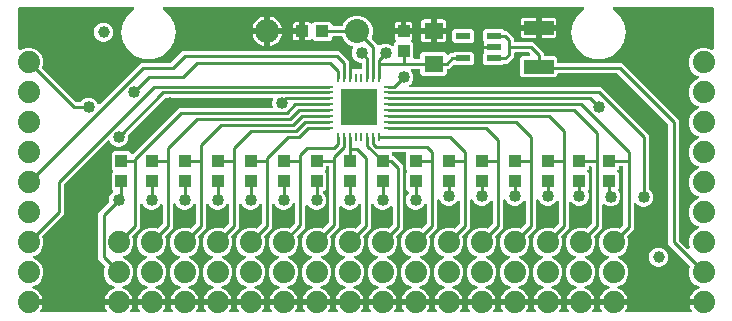
<source format=gbr>
G04 EAGLE Gerber RS-274X export*
G75*
%MOMM*%
%FSLAX34Y34*%
%LPD*%
%INTop Copper*%
%IPPOS*%
%AMOC8*
5,1,8,0,0,1.08239X$1,22.5*%
G01*
%ADD10C,1.879600*%
%ADD11R,1.200000X0.550000*%
%ADD12R,1.600000X1.400000*%
%ADD13R,2.500000X1.200000*%
%ADD14R,1.000000X1.100000*%
%ADD15C,1.000000*%
%ADD16R,0.800000X0.284600*%
%ADD17R,0.284600X0.800000*%
%ADD18R,3.150000X3.150000*%
%ADD19R,1.100000X1.000000*%
%ADD20C,2.032000*%
%ADD21C,0.254000*%
%ADD22C,1.016000*%

G36*
X573265Y4070D02*
X573265Y4070D01*
X573305Y4067D01*
X573423Y4090D01*
X573541Y4105D01*
X573578Y4119D01*
X573617Y4127D01*
X573726Y4178D01*
X573837Y4222D01*
X573869Y4245D01*
X573905Y4262D01*
X573997Y4338D01*
X574094Y4408D01*
X574120Y4439D01*
X574150Y4464D01*
X574221Y4561D01*
X574297Y4653D01*
X574314Y4689D01*
X574338Y4722D01*
X574382Y4833D01*
X574433Y4941D01*
X574440Y4980D01*
X574455Y5017D01*
X574470Y5136D01*
X574492Y5253D01*
X574490Y5293D01*
X574495Y5333D01*
X574480Y5452D01*
X574473Y5571D01*
X574460Y5609D01*
X574455Y5648D01*
X574412Y5760D01*
X574375Y5873D01*
X574353Y5907D01*
X574339Y5944D01*
X574253Y6080D01*
X573989Y6443D01*
X573136Y8117D01*
X572555Y9904D01*
X572515Y10161D01*
X582930Y10161D01*
X583048Y10176D01*
X583167Y10183D01*
X583205Y10196D01*
X583245Y10201D01*
X583356Y10244D01*
X583469Y10281D01*
X583503Y10303D01*
X583541Y10318D01*
X583637Y10388D01*
X583738Y10451D01*
X583766Y10481D01*
X583798Y10504D01*
X583874Y10596D01*
X583956Y10683D01*
X583975Y10718D01*
X584001Y10749D01*
X584052Y10857D01*
X584109Y10961D01*
X584120Y11001D01*
X584137Y11037D01*
X584159Y11154D01*
X584189Y11269D01*
X584193Y11330D01*
X584197Y11350D01*
X584195Y11370D01*
X584199Y11430D01*
X584199Y13970D01*
X584184Y14088D01*
X584177Y14207D01*
X584164Y14245D01*
X584159Y14285D01*
X584115Y14396D01*
X584079Y14509D01*
X584057Y14544D01*
X584042Y14581D01*
X583972Y14677D01*
X583909Y14778D01*
X583879Y14806D01*
X583855Y14839D01*
X583764Y14914D01*
X583677Y14996D01*
X583642Y15016D01*
X583610Y15041D01*
X583503Y15092D01*
X583398Y15150D01*
X583359Y15160D01*
X583323Y15177D01*
X583206Y15199D01*
X583091Y15229D01*
X583030Y15233D01*
X583010Y15237D01*
X582990Y15235D01*
X582930Y15239D01*
X572515Y15239D01*
X572555Y15496D01*
X573136Y17283D01*
X573989Y18957D01*
X575094Y20478D01*
X576422Y21806D01*
X577943Y22911D01*
X579617Y23764D01*
X580082Y23915D01*
X580109Y23928D01*
X580138Y23935D01*
X580252Y23995D01*
X580370Y24050D01*
X580393Y24069D01*
X580419Y24083D01*
X580515Y24170D01*
X580615Y24253D01*
X580632Y24277D01*
X580654Y24297D01*
X580726Y24406D01*
X580802Y24510D01*
X580813Y24538D01*
X580829Y24563D01*
X580871Y24686D01*
X580919Y24806D01*
X580923Y24836D01*
X580932Y24864D01*
X580943Y24993D01*
X580959Y25121D01*
X580955Y25151D01*
X580958Y25181D01*
X580935Y25309D01*
X580919Y25437D01*
X580908Y25465D01*
X580903Y25494D01*
X580850Y25612D01*
X580802Y25733D01*
X580785Y25757D01*
X580773Y25784D01*
X580692Y25885D01*
X580616Y25990D01*
X580593Y26009D01*
X580574Y26033D01*
X580470Y26111D01*
X580371Y26193D01*
X580344Y26206D01*
X580320Y26224D01*
X580175Y26295D01*
X577150Y27548D01*
X573648Y31050D01*
X571753Y35624D01*
X571753Y40576D01*
X572560Y42524D01*
X572568Y42552D01*
X572581Y42579D01*
X572610Y42706D01*
X572644Y42831D01*
X572645Y42860D01*
X572651Y42889D01*
X572647Y43019D01*
X572649Y43149D01*
X572642Y43177D01*
X572641Y43207D01*
X572605Y43332D01*
X572575Y43458D01*
X572561Y43484D01*
X572553Y43512D01*
X572487Y43624D01*
X572426Y43739D01*
X572407Y43761D01*
X572392Y43786D01*
X572285Y43907D01*
X554481Y61711D01*
X554481Y162785D01*
X554469Y162884D01*
X554466Y162983D01*
X554449Y163041D01*
X554441Y163101D01*
X554405Y163193D01*
X554377Y163288D01*
X554347Y163340D01*
X554324Y163397D01*
X554266Y163477D01*
X554216Y163562D01*
X554150Y163637D01*
X554138Y163654D01*
X554128Y163662D01*
X554110Y163683D01*
X511663Y206130D01*
X511585Y206190D01*
X511512Y206258D01*
X511459Y206287D01*
X511412Y206324D01*
X511321Y206364D01*
X511234Y206412D01*
X511175Y206427D01*
X511120Y206451D01*
X511022Y206466D01*
X510926Y206491D01*
X510826Y206497D01*
X510806Y206501D01*
X510793Y206499D01*
X510765Y206501D01*
X461318Y206501D01*
X461200Y206486D01*
X461081Y206479D01*
X461043Y206466D01*
X461002Y206461D01*
X460892Y206418D01*
X460779Y206381D01*
X460744Y206359D01*
X460707Y206344D01*
X460611Y206275D01*
X460510Y206211D01*
X460482Y206181D01*
X460449Y206158D01*
X460373Y206066D01*
X460292Y205979D01*
X460272Y205944D01*
X460247Y205913D01*
X460196Y205805D01*
X460138Y205701D01*
X460128Y205661D01*
X460111Y205625D01*
X460089Y205508D01*
X460059Y205393D01*
X460055Y205333D01*
X460051Y205313D01*
X460053Y205292D01*
X460049Y205232D01*
X460049Y204837D01*
X458263Y203051D01*
X430737Y203051D01*
X428951Y204837D01*
X428951Y219363D01*
X430737Y221149D01*
X436429Y221149D01*
X436567Y221166D01*
X436706Y221179D01*
X436725Y221186D01*
X436745Y221189D01*
X436875Y221240D01*
X437005Y221287D01*
X437022Y221298D01*
X437041Y221306D01*
X437153Y221387D01*
X437268Y221465D01*
X437282Y221481D01*
X437298Y221492D01*
X437387Y221600D01*
X437479Y221704D01*
X437488Y221722D01*
X437501Y221737D01*
X437560Y221863D01*
X437623Y221987D01*
X437628Y222007D01*
X437636Y222025D01*
X437662Y222161D01*
X437693Y222297D01*
X437692Y222318D01*
X437696Y222337D01*
X437687Y222476D01*
X437683Y222615D01*
X437678Y222635D01*
X437676Y222655D01*
X437634Y222787D01*
X437595Y222921D01*
X437585Y222938D01*
X437578Y222957D01*
X437504Y223075D01*
X437433Y223195D01*
X437415Y223216D01*
X437408Y223226D01*
X437393Y223240D01*
X437327Y223316D01*
X436733Y223910D01*
X436655Y223970D01*
X436582Y224038D01*
X436529Y224067D01*
X436482Y224104D01*
X436391Y224144D01*
X436304Y224192D01*
X436245Y224207D01*
X436190Y224231D01*
X436092Y224246D01*
X435996Y224271D01*
X435896Y224277D01*
X435876Y224281D01*
X435863Y224279D01*
X435835Y224281D01*
X424688Y224281D01*
X424570Y224266D01*
X424451Y224259D01*
X424413Y224246D01*
X424372Y224241D01*
X424262Y224198D01*
X424149Y224161D01*
X424114Y224139D01*
X424077Y224124D01*
X423981Y224055D01*
X423880Y223991D01*
X423852Y223961D01*
X423819Y223938D01*
X423743Y223846D01*
X423662Y223759D01*
X423642Y223724D01*
X423617Y223693D01*
X423566Y223585D01*
X423508Y223481D01*
X423498Y223441D01*
X423481Y223405D01*
X423459Y223288D01*
X423429Y223173D01*
X423425Y223113D01*
X423421Y223093D01*
X423423Y223072D01*
X423419Y223012D01*
X423419Y220461D01*
X417739Y214781D01*
X415970Y214781D01*
X415871Y214769D01*
X415772Y214766D01*
X415714Y214749D01*
X415654Y214741D01*
X415562Y214705D01*
X415467Y214677D01*
X415415Y214647D01*
X415358Y214624D01*
X415278Y214566D01*
X415193Y214516D01*
X415118Y214450D01*
X415101Y214438D01*
X415093Y214428D01*
X415080Y214417D01*
X415080Y214416D01*
X415072Y214410D01*
X413964Y213301D01*
X399438Y213301D01*
X397652Y215087D01*
X397652Y223113D01*
X398042Y223503D01*
X398107Y223587D01*
X398179Y223664D01*
X398204Y223712D01*
X398237Y223754D01*
X398279Y223851D01*
X398329Y223944D01*
X398342Y223997D01*
X398364Y224046D01*
X398380Y224151D01*
X398406Y224253D01*
X398405Y224307D01*
X398414Y224360D01*
X398404Y224466D01*
X398403Y224571D01*
X398386Y224655D01*
X398384Y224677D01*
X398379Y224692D01*
X398371Y224729D01*
X398160Y225516D01*
X398160Y227226D01*
X406596Y227226D01*
X406714Y227241D01*
X406833Y227248D01*
X406871Y227260D01*
X406911Y227266D01*
X407022Y227309D01*
X407135Y227346D01*
X407169Y227368D01*
X407207Y227383D01*
X407303Y227452D01*
X407404Y227516D01*
X407432Y227546D01*
X407464Y227569D01*
X407540Y227661D01*
X407622Y227748D01*
X407641Y227783D01*
X407667Y227814D01*
X407718Y227922D01*
X407775Y228026D01*
X407785Y228066D01*
X407803Y228102D01*
X407825Y228219D01*
X407855Y228334D01*
X407859Y228394D01*
X407862Y228414D01*
X407861Y228435D01*
X407865Y228495D01*
X407865Y228705D01*
X407850Y228823D01*
X407843Y228942D01*
X407830Y228980D01*
X407825Y229021D01*
X407781Y229131D01*
X407745Y229244D01*
X407723Y229279D01*
X407708Y229316D01*
X407638Y229412D01*
X407575Y229513D01*
X407545Y229541D01*
X407521Y229574D01*
X407430Y229650D01*
X407343Y229731D01*
X407308Y229751D01*
X407276Y229776D01*
X407169Y229827D01*
X407064Y229885D01*
X407025Y229895D01*
X406989Y229912D01*
X406872Y229934D01*
X406756Y229964D01*
X406696Y229968D01*
X406676Y229972D01*
X406656Y229970D01*
X406596Y229974D01*
X398160Y229974D01*
X398160Y231684D01*
X398371Y232471D01*
X398385Y232576D01*
X398409Y232679D01*
X398407Y232733D01*
X398414Y232786D01*
X398402Y232891D01*
X398399Y232997D01*
X398384Y233048D01*
X398378Y233102D01*
X398340Y233201D01*
X398310Y233302D01*
X398283Y233349D01*
X398264Y233399D01*
X398203Y233485D01*
X398149Y233576D01*
X398092Y233640D01*
X398080Y233658D01*
X398068Y233668D01*
X398042Y233697D01*
X397652Y234087D01*
X397652Y242113D01*
X399438Y243899D01*
X413964Y243899D01*
X415072Y242790D01*
X415150Y242730D01*
X415222Y242662D01*
X415275Y242633D01*
X415323Y242596D01*
X415414Y242556D01*
X415501Y242508D01*
X415560Y242493D01*
X415615Y242469D01*
X415713Y242454D01*
X415809Y242429D01*
X415909Y242423D01*
X415929Y242419D01*
X415942Y242421D01*
X415970Y242419D01*
X417739Y242419D01*
X423419Y236739D01*
X423419Y234188D01*
X423434Y234070D01*
X423441Y233951D01*
X423454Y233913D01*
X423459Y233872D01*
X423502Y233762D01*
X423539Y233649D01*
X423561Y233614D01*
X423576Y233577D01*
X423645Y233481D01*
X423709Y233380D01*
X423739Y233352D01*
X423762Y233319D01*
X423854Y233243D01*
X423941Y233162D01*
X423976Y233142D01*
X424007Y233117D01*
X424115Y233066D01*
X424219Y233008D01*
X424259Y232998D01*
X424295Y232981D01*
X424412Y232959D01*
X424527Y232929D01*
X424587Y232925D01*
X424607Y232921D01*
X424628Y232923D01*
X424688Y232919D01*
X439939Y232919D01*
X448819Y224039D01*
X448819Y222418D01*
X448834Y222300D01*
X448841Y222181D01*
X448854Y222143D01*
X448859Y222102D01*
X448902Y221992D01*
X448939Y221879D01*
X448961Y221844D01*
X448976Y221807D01*
X449045Y221711D01*
X449109Y221610D01*
X449139Y221582D01*
X449162Y221549D01*
X449254Y221473D01*
X449341Y221392D01*
X449376Y221372D01*
X449407Y221347D01*
X449515Y221296D01*
X449619Y221238D01*
X449659Y221228D01*
X449695Y221211D01*
X449812Y221189D01*
X449927Y221159D01*
X449987Y221155D01*
X450007Y221151D01*
X450028Y221153D01*
X450088Y221149D01*
X458263Y221149D01*
X460049Y219363D01*
X460049Y216408D01*
X460064Y216290D01*
X460071Y216171D01*
X460084Y216133D01*
X460089Y216092D01*
X460133Y215981D01*
X460169Y215869D01*
X460191Y215834D01*
X460206Y215797D01*
X460275Y215701D01*
X460339Y215600D01*
X460369Y215572D01*
X460392Y215539D01*
X460484Y215463D01*
X460571Y215382D01*
X460606Y215362D01*
X460637Y215337D01*
X460745Y215286D01*
X460849Y215228D01*
X460889Y215218D01*
X460925Y215201D01*
X461042Y215179D01*
X461157Y215149D01*
X461217Y215145D01*
X461237Y215141D01*
X461258Y215143D01*
X461318Y215139D01*
X514869Y215139D01*
X563119Y166889D01*
X563119Y65815D01*
X563131Y65716D01*
X563134Y65617D01*
X563151Y65559D01*
X563159Y65499D01*
X563195Y65407D01*
X563223Y65312D01*
X563253Y65260D01*
X563276Y65203D01*
X563334Y65123D01*
X563384Y65038D01*
X563450Y64963D01*
X563462Y64946D01*
X563472Y64938D01*
X563490Y64917D01*
X570331Y58076D01*
X570386Y58034D01*
X570435Y57984D01*
X570511Y57937D01*
X570582Y57881D01*
X570647Y57854D01*
X570706Y57817D01*
X570792Y57791D01*
X570874Y57755D01*
X570943Y57744D01*
X571010Y57724D01*
X571099Y57719D01*
X571188Y57705D01*
X571258Y57712D01*
X571328Y57709D01*
X571415Y57727D01*
X571505Y57735D01*
X571571Y57759D01*
X571639Y57773D01*
X571720Y57812D01*
X571804Y57843D01*
X571862Y57882D01*
X571925Y57913D01*
X571993Y57971D01*
X572067Y58021D01*
X572114Y58074D01*
X572167Y58119D01*
X572218Y58192D01*
X572278Y58260D01*
X572310Y58322D01*
X572350Y58379D01*
X572382Y58463D01*
X572423Y58543D01*
X572438Y58611D01*
X572463Y58676D01*
X572473Y58766D01*
X572492Y58853D01*
X572490Y58923D01*
X572498Y58992D01*
X572485Y59081D01*
X572483Y59171D01*
X572463Y59238D01*
X572453Y59307D01*
X572401Y59460D01*
X571753Y61024D01*
X571753Y65976D01*
X573648Y70550D01*
X577150Y74052D01*
X579505Y75027D01*
X579625Y75096D01*
X579748Y75161D01*
X579763Y75175D01*
X579781Y75185D01*
X579881Y75282D01*
X579984Y75375D01*
X579995Y75392D01*
X580009Y75406D01*
X580082Y75525D01*
X580158Y75641D01*
X580165Y75660D01*
X580176Y75677D01*
X580216Y75810D01*
X580262Y75942D01*
X580263Y75962D01*
X580269Y75981D01*
X580276Y76120D01*
X580287Y76259D01*
X580283Y76279D01*
X580284Y76299D01*
X580256Y76435D01*
X580232Y76572D01*
X580224Y76591D01*
X580220Y76610D01*
X580159Y76736D01*
X580102Y76862D01*
X580089Y76878D01*
X580080Y76896D01*
X579990Y77002D01*
X579903Y77110D01*
X579887Y77123D01*
X579874Y77138D01*
X579760Y77218D01*
X579649Y77302D01*
X579624Y77314D01*
X579614Y77321D01*
X579595Y77328D01*
X579505Y77373D01*
X577150Y78348D01*
X573648Y81850D01*
X571753Y86424D01*
X571753Y91376D01*
X573648Y95950D01*
X577150Y99452D01*
X579505Y100427D01*
X579625Y100496D01*
X579748Y100561D01*
X579763Y100575D01*
X579781Y100585D01*
X579881Y100682D01*
X579984Y100775D01*
X579995Y100792D01*
X580009Y100806D01*
X580082Y100925D01*
X580158Y101041D01*
X580165Y101060D01*
X580176Y101077D01*
X580216Y101210D01*
X580262Y101342D01*
X580263Y101362D01*
X580269Y101381D01*
X580276Y101520D01*
X580287Y101659D01*
X580283Y101679D01*
X580284Y101699D01*
X580256Y101835D01*
X580232Y101972D01*
X580224Y101991D01*
X580220Y102010D01*
X580159Y102136D01*
X580102Y102262D01*
X580089Y102278D01*
X580080Y102296D01*
X579990Y102402D01*
X579903Y102510D01*
X579887Y102523D01*
X579874Y102538D01*
X579760Y102618D01*
X579649Y102702D01*
X579624Y102714D01*
X579614Y102721D01*
X579595Y102728D01*
X579505Y102773D01*
X577150Y103748D01*
X573648Y107250D01*
X571753Y111824D01*
X571753Y116776D01*
X573648Y121350D01*
X577150Y124852D01*
X579505Y125827D01*
X579625Y125896D01*
X579748Y125961D01*
X579763Y125975D01*
X579781Y125985D01*
X579881Y126082D01*
X579984Y126175D01*
X579995Y126192D01*
X580009Y126206D01*
X580082Y126325D01*
X580158Y126441D01*
X580165Y126460D01*
X580176Y126477D01*
X580216Y126610D01*
X580262Y126742D01*
X580263Y126762D01*
X580269Y126781D01*
X580276Y126920D01*
X580287Y127059D01*
X580283Y127079D01*
X580284Y127099D01*
X580256Y127235D01*
X580232Y127372D01*
X580224Y127391D01*
X580220Y127410D01*
X580159Y127536D01*
X580102Y127662D01*
X580089Y127678D01*
X580080Y127696D01*
X579990Y127802D01*
X579903Y127910D01*
X579887Y127923D01*
X579874Y127938D01*
X579760Y128018D01*
X579649Y128102D01*
X579624Y128114D01*
X579614Y128121D01*
X579595Y128128D01*
X579505Y128173D01*
X577150Y129148D01*
X573648Y132650D01*
X571753Y137224D01*
X571753Y142176D01*
X573648Y146750D01*
X577150Y150252D01*
X579505Y151227D01*
X579625Y151296D01*
X579748Y151361D01*
X579763Y151375D01*
X579781Y151385D01*
X579881Y151482D01*
X579984Y151575D01*
X579995Y151592D01*
X580009Y151606D01*
X580082Y151725D01*
X580158Y151841D01*
X580165Y151860D01*
X580176Y151877D01*
X580216Y152010D01*
X580262Y152142D01*
X580263Y152162D01*
X580269Y152181D01*
X580276Y152320D01*
X580287Y152459D01*
X580283Y152479D01*
X580284Y152499D01*
X580256Y152635D01*
X580232Y152772D01*
X580224Y152791D01*
X580220Y152810D01*
X580159Y152936D01*
X580102Y153062D01*
X580089Y153078D01*
X580080Y153096D01*
X579990Y153202D01*
X579903Y153310D01*
X579887Y153323D01*
X579874Y153338D01*
X579760Y153418D01*
X579649Y153502D01*
X579624Y153514D01*
X579614Y153521D01*
X579595Y153528D01*
X579505Y153573D01*
X577150Y154548D01*
X573648Y158050D01*
X571753Y162624D01*
X571753Y167576D01*
X573648Y172150D01*
X577150Y175652D01*
X579505Y176627D01*
X579625Y176696D01*
X579748Y176761D01*
X579763Y176775D01*
X579781Y176785D01*
X579881Y176882D01*
X579984Y176975D01*
X579995Y176992D01*
X580009Y177006D01*
X580082Y177125D01*
X580158Y177241D01*
X580165Y177260D01*
X580176Y177277D01*
X580217Y177410D01*
X580262Y177542D01*
X580263Y177562D01*
X580269Y177581D01*
X580276Y177720D01*
X580287Y177859D01*
X580283Y177879D01*
X580284Y177899D01*
X580256Y178035D01*
X580232Y178172D01*
X580224Y178191D01*
X580220Y178210D01*
X580159Y178336D01*
X580102Y178462D01*
X580089Y178478D01*
X580080Y178496D01*
X579990Y178602D01*
X579903Y178710D01*
X579887Y178723D01*
X579874Y178738D01*
X579760Y178818D01*
X579649Y178902D01*
X579624Y178914D01*
X579614Y178921D01*
X579595Y178928D01*
X579505Y178973D01*
X577149Y179948D01*
X573648Y183450D01*
X571753Y188024D01*
X571753Y192976D01*
X573648Y197550D01*
X577150Y201052D01*
X579505Y202027D01*
X579625Y202096D01*
X579748Y202161D01*
X579763Y202175D01*
X579781Y202185D01*
X579881Y202282D01*
X579984Y202375D01*
X579995Y202392D01*
X580009Y202406D01*
X580082Y202525D01*
X580158Y202641D01*
X580165Y202660D01*
X580176Y202677D01*
X580217Y202810D01*
X580262Y202942D01*
X580263Y202962D01*
X580269Y202981D01*
X580276Y203120D01*
X580287Y203259D01*
X580283Y203279D01*
X580284Y203299D01*
X580256Y203435D01*
X580232Y203572D01*
X580224Y203591D01*
X580220Y203610D01*
X580159Y203736D01*
X580102Y203862D01*
X580089Y203878D01*
X580080Y203896D01*
X579990Y204002D01*
X579903Y204110D01*
X579887Y204123D01*
X579874Y204138D01*
X579760Y204218D01*
X579649Y204302D01*
X579624Y204314D01*
X579614Y204321D01*
X579595Y204328D01*
X579505Y204373D01*
X577149Y205348D01*
X573648Y208850D01*
X571753Y213424D01*
X571753Y218376D01*
X573648Y222950D01*
X577150Y226452D01*
X581724Y228347D01*
X586676Y228347D01*
X591080Y226522D01*
X591128Y226509D01*
X591173Y226488D01*
X591281Y226467D01*
X591387Y226438D01*
X591437Y226438D01*
X591486Y226428D01*
X591595Y226435D01*
X591705Y226433D01*
X591753Y226445D01*
X591803Y226448D01*
X591907Y226482D01*
X592014Y226507D01*
X592058Y226531D01*
X592105Y226546D01*
X592198Y226605D01*
X592295Y226656D01*
X592332Y226690D01*
X592374Y226716D01*
X592449Y226796D01*
X592531Y226870D01*
X592558Y226912D01*
X592592Y226948D01*
X592645Y227044D01*
X592705Y227136D01*
X592722Y227183D01*
X592746Y227226D01*
X592773Y227333D01*
X592809Y227437D01*
X592813Y227486D01*
X592825Y227534D01*
X592835Y227695D01*
X592835Y261366D01*
X592820Y261484D01*
X592813Y261603D01*
X592800Y261641D01*
X592795Y261682D01*
X592752Y261792D01*
X592715Y261905D01*
X592693Y261940D01*
X592678Y261977D01*
X592609Y262073D01*
X592545Y262174D01*
X592515Y262202D01*
X592492Y262235D01*
X592400Y262311D01*
X592313Y262392D01*
X592278Y262412D01*
X592247Y262437D01*
X592139Y262488D01*
X592035Y262546D01*
X591995Y262556D01*
X591959Y262573D01*
X591842Y262595D01*
X591727Y262625D01*
X591667Y262629D01*
X591647Y262633D01*
X591626Y262631D01*
X591566Y262635D01*
X508531Y262635D01*
X508495Y262631D01*
X508460Y262633D01*
X508338Y262611D01*
X508215Y262595D01*
X508182Y262582D01*
X508147Y262576D01*
X508035Y262524D01*
X507919Y262478D01*
X507891Y262458D01*
X507859Y262443D01*
X507762Y262364D01*
X507662Y262292D01*
X507639Y262264D01*
X507612Y262242D01*
X507539Y262142D01*
X507459Y262047D01*
X507444Y262015D01*
X507423Y261986D01*
X507377Y261871D01*
X507324Y261759D01*
X507317Y261724D01*
X507304Y261691D01*
X507287Y261568D01*
X507264Y261447D01*
X507266Y261411D01*
X507261Y261376D01*
X507276Y261253D01*
X507284Y261129D01*
X507295Y261095D01*
X507299Y261060D01*
X507344Y260944D01*
X507382Y260827D01*
X507401Y260797D01*
X507413Y260764D01*
X507486Y260663D01*
X507552Y260558D01*
X507578Y260534D01*
X507598Y260505D01*
X507715Y260394D01*
X512885Y256056D01*
X516871Y249151D01*
X518255Y241300D01*
X516871Y233449D01*
X512885Y226545D01*
X506778Y221420D01*
X499286Y218693D01*
X491314Y218693D01*
X483822Y221420D01*
X477715Y226544D01*
X473729Y233449D01*
X472345Y241300D01*
X473729Y249151D01*
X477715Y256055D01*
X482885Y260394D01*
X482909Y260420D01*
X482938Y260440D01*
X483017Y260536D01*
X483101Y260627D01*
X483118Y260658D01*
X483141Y260685D01*
X483194Y260798D01*
X483253Y260907D01*
X483261Y260941D01*
X483276Y260973D01*
X483299Y261095D01*
X483330Y261215D01*
X483329Y261251D01*
X483336Y261286D01*
X483328Y261409D01*
X483327Y261533D01*
X483318Y261568D01*
X483316Y261603D01*
X483278Y261721D01*
X483246Y261841D01*
X483229Y261872D01*
X483218Y261905D01*
X483152Y262010D01*
X483091Y262119D01*
X483067Y262144D01*
X483048Y262174D01*
X482958Y262259D01*
X482872Y262349D01*
X482842Y262368D01*
X482816Y262392D01*
X482708Y262452D01*
X482603Y262518D01*
X482569Y262529D01*
X482538Y262546D01*
X482418Y262577D01*
X482300Y262614D01*
X482264Y262616D01*
X482230Y262625D01*
X482069Y262635D01*
X127531Y262635D01*
X127495Y262631D01*
X127460Y262633D01*
X127338Y262611D01*
X127215Y262595D01*
X127182Y262582D01*
X127147Y262576D01*
X127035Y262524D01*
X126919Y262478D01*
X126891Y262458D01*
X126859Y262443D01*
X126762Y262364D01*
X126662Y262292D01*
X126639Y262264D01*
X126612Y262242D01*
X126539Y262142D01*
X126459Y262047D01*
X126444Y262015D01*
X126423Y261986D01*
X126377Y261871D01*
X126324Y261759D01*
X126317Y261724D01*
X126304Y261691D01*
X126287Y261568D01*
X126264Y261447D01*
X126266Y261411D01*
X126261Y261376D01*
X126276Y261253D01*
X126284Y261129D01*
X126295Y261095D01*
X126299Y261060D01*
X126344Y260944D01*
X126382Y260827D01*
X126401Y260797D01*
X126413Y260764D01*
X126486Y260663D01*
X126552Y260558D01*
X126578Y260534D01*
X126598Y260505D01*
X126715Y260394D01*
X131885Y256056D01*
X135871Y249151D01*
X137255Y241300D01*
X135871Y233449D01*
X131885Y226545D01*
X125778Y221420D01*
X118286Y218693D01*
X110314Y218693D01*
X102822Y221420D01*
X96715Y226544D01*
X92729Y233449D01*
X91345Y241300D01*
X92729Y249151D01*
X96715Y256055D01*
X101885Y260394D01*
X101909Y260420D01*
X101938Y260440D01*
X102017Y260536D01*
X102101Y260627D01*
X102118Y260658D01*
X102141Y260685D01*
X102194Y260798D01*
X102253Y260907D01*
X102261Y260941D01*
X102276Y260973D01*
X102299Y261095D01*
X102330Y261215D01*
X102329Y261251D01*
X102336Y261286D01*
X102328Y261409D01*
X102327Y261533D01*
X102318Y261568D01*
X102316Y261603D01*
X102278Y261721D01*
X102246Y261841D01*
X102229Y261872D01*
X102218Y261905D01*
X102152Y262010D01*
X102091Y262119D01*
X102067Y262144D01*
X102048Y262174D01*
X101958Y262259D01*
X101872Y262349D01*
X101842Y262368D01*
X101816Y262392D01*
X101708Y262452D01*
X101603Y262518D01*
X101569Y262529D01*
X101538Y262546D01*
X101418Y262577D01*
X101300Y262614D01*
X101264Y262616D01*
X101230Y262625D01*
X101069Y262635D01*
X5334Y262635D01*
X5216Y262620D01*
X5097Y262613D01*
X5059Y262600D01*
X5018Y262595D01*
X4908Y262552D01*
X4795Y262515D01*
X4760Y262493D01*
X4723Y262478D01*
X4627Y262409D01*
X4526Y262345D01*
X4498Y262315D01*
X4465Y262292D01*
X4389Y262200D01*
X4308Y262113D01*
X4288Y262078D01*
X4263Y262047D01*
X4212Y261939D01*
X4154Y261835D01*
X4144Y261795D01*
X4127Y261759D01*
X4105Y261642D01*
X4075Y261527D01*
X4071Y261467D01*
X4067Y261447D01*
X4069Y261426D01*
X4065Y261366D01*
X4065Y227695D01*
X4071Y227646D01*
X4069Y227596D01*
X4091Y227489D01*
X4105Y227379D01*
X4123Y227333D01*
X4133Y227285D01*
X4181Y227186D01*
X4222Y227084D01*
X4251Y227044D01*
X4273Y226999D01*
X4344Y226915D01*
X4408Y226826D01*
X4447Y226795D01*
X4479Y226757D01*
X4569Y226694D01*
X4653Y226624D01*
X4698Y226602D01*
X4739Y226574D01*
X4842Y226535D01*
X4941Y226488D01*
X4990Y226479D01*
X5036Y226461D01*
X5146Y226449D01*
X5253Y226428D01*
X5303Y226431D01*
X5352Y226426D01*
X5461Y226441D01*
X5571Y226448D01*
X5618Y226463D01*
X5667Y226470D01*
X5820Y226522D01*
X10224Y228347D01*
X15176Y228347D01*
X19750Y226452D01*
X23252Y222950D01*
X25147Y218376D01*
X25147Y213424D01*
X24340Y211476D01*
X24332Y211447D01*
X24319Y211421D01*
X24290Y211295D01*
X24256Y211169D01*
X24255Y211140D01*
X24249Y211111D01*
X24253Y210981D01*
X24251Y210851D01*
X24258Y210823D01*
X24259Y210793D01*
X24295Y210668D01*
X24325Y210542D01*
X24339Y210516D01*
X24347Y210488D01*
X24413Y210376D01*
X24474Y210261D01*
X24493Y210239D01*
X24508Y210214D01*
X24615Y210093D01*
X52217Y182490D01*
X52295Y182430D01*
X52368Y182362D01*
X52421Y182333D01*
X52468Y182296D01*
X52559Y182256D01*
X52646Y182208D01*
X52705Y182193D01*
X52760Y182169D01*
X52858Y182154D01*
X52954Y182129D01*
X53054Y182123D01*
X53074Y182119D01*
X53087Y182121D01*
X53115Y182119D01*
X55797Y182119D01*
X55895Y182131D01*
X55994Y182134D01*
X56053Y182151D01*
X56113Y182159D01*
X56205Y182195D01*
X56300Y182223D01*
X56352Y182253D01*
X56408Y182276D01*
X56488Y182334D01*
X56574Y182384D01*
X56649Y182450D01*
X56666Y182462D01*
X56674Y182472D01*
X56695Y182490D01*
X58895Y184691D01*
X61883Y185929D01*
X65117Y185929D01*
X68105Y184691D01*
X70391Y182405D01*
X70925Y181115D01*
X70950Y181072D01*
X70967Y181025D01*
X71028Y180934D01*
X71083Y180839D01*
X71118Y180803D01*
X71145Y180762D01*
X71228Y180689D01*
X71304Y180610D01*
X71347Y180584D01*
X71384Y180551D01*
X71482Y180501D01*
X71575Y180444D01*
X71623Y180429D01*
X71667Y180407D01*
X71774Y180383D01*
X71879Y180350D01*
X71929Y180348D01*
X71977Y180337D01*
X72087Y180340D01*
X72197Y180335D01*
X72246Y180345D01*
X72295Y180347D01*
X72401Y180377D01*
X72508Y180400D01*
X72553Y180421D01*
X72601Y180435D01*
X72695Y180491D01*
X72794Y180539D01*
X72832Y180571D01*
X72875Y180597D01*
X72996Y180703D01*
X107685Y215393D01*
X132305Y215393D01*
X132404Y215405D01*
X132503Y215408D01*
X132561Y215425D01*
X132621Y215433D01*
X132713Y215469D01*
X132808Y215497D01*
X132860Y215527D01*
X132917Y215550D01*
X132997Y215608D01*
X133082Y215658D01*
X133157Y215724D01*
X133174Y215736D01*
X133182Y215746D01*
X133203Y215764D01*
X142991Y225553D01*
X275347Y225553D01*
X283919Y216981D01*
X283919Y210610D01*
X283934Y210492D01*
X283941Y210373D01*
X283954Y210335D01*
X283959Y210294D01*
X284002Y210184D01*
X284039Y210071D01*
X284061Y210036D01*
X284076Y209999D01*
X284145Y209903D01*
X284209Y209802D01*
X284239Y209774D01*
X284262Y209741D01*
X284354Y209665D01*
X284441Y209584D01*
X284476Y209564D01*
X284507Y209539D01*
X284615Y209488D01*
X284719Y209430D01*
X284759Y209420D01*
X284795Y209403D01*
X284912Y209381D01*
X285027Y209351D01*
X285087Y209347D01*
X285107Y209343D01*
X285128Y209345D01*
X285188Y209341D01*
X285880Y209341D01*
X285979Y209353D01*
X286078Y209356D01*
X286136Y209373D01*
X286196Y209381D01*
X286288Y209417D01*
X286383Y209445D01*
X286435Y209475D01*
X286492Y209498D01*
X286572Y209556D01*
X286657Y209606D01*
X286732Y209672D01*
X286749Y209684D01*
X286757Y209694D01*
X286778Y209712D01*
X286914Y209849D01*
X294012Y209849D01*
X294130Y209864D01*
X294249Y209871D01*
X294287Y209884D01*
X294328Y209889D01*
X294438Y209932D01*
X294551Y209969D01*
X294586Y209991D01*
X294623Y210006D01*
X294719Y210075D01*
X294820Y210139D01*
X294848Y210169D01*
X294881Y210192D01*
X294957Y210284D01*
X295038Y210371D01*
X295058Y210406D01*
X295083Y210437D01*
X295134Y210545D01*
X295192Y210649D01*
X295202Y210689D01*
X295219Y210725D01*
X295241Y210842D01*
X295271Y210957D01*
X295275Y211017D01*
X295279Y211037D01*
X295277Y211058D01*
X295281Y211118D01*
X295281Y214122D01*
X295266Y214240D01*
X295259Y214359D01*
X295246Y214397D01*
X295241Y214438D01*
X295198Y214548D01*
X295161Y214661D01*
X295139Y214696D01*
X295124Y214733D01*
X295055Y214829D01*
X294991Y214930D01*
X294961Y214958D01*
X294938Y214991D01*
X294846Y215067D01*
X294759Y215148D01*
X294724Y215168D01*
X294693Y215193D01*
X294585Y215244D01*
X294481Y215302D01*
X294441Y215312D01*
X294405Y215329D01*
X294288Y215351D01*
X294173Y215381D01*
X294113Y215385D01*
X294093Y215389D01*
X294072Y215387D01*
X294012Y215391D01*
X293023Y215391D01*
X290035Y216629D01*
X287749Y218915D01*
X286511Y221903D01*
X286511Y225137D01*
X287627Y227832D01*
X287659Y227946D01*
X287698Y228059D01*
X287701Y228099D01*
X287711Y228138D01*
X287713Y228258D01*
X287723Y228376D01*
X287716Y228416D01*
X287716Y228456D01*
X287689Y228572D01*
X287668Y228689D01*
X287652Y228726D01*
X287642Y228766D01*
X287587Y228871D01*
X287538Y228979D01*
X287512Y229011D01*
X287494Y229047D01*
X287414Y229135D01*
X287339Y229228D01*
X287307Y229252D01*
X287280Y229282D01*
X287180Y229347D01*
X287085Y229419D01*
X287031Y229446D01*
X287014Y229457D01*
X286995Y229463D01*
X286941Y229490D01*
X283500Y230915D01*
X279785Y234631D01*
X278799Y237011D01*
X278784Y237036D01*
X278775Y237064D01*
X278706Y237174D01*
X278641Y237287D01*
X278621Y237308D01*
X278605Y237333D01*
X278510Y237422D01*
X278420Y237515D01*
X278395Y237531D01*
X278373Y237551D01*
X278259Y237614D01*
X278149Y237681D01*
X278121Y237690D01*
X278095Y237704D01*
X277969Y237737D01*
X277845Y237775D01*
X277815Y237776D01*
X277787Y237784D01*
X277626Y237794D01*
X271200Y237794D01*
X271082Y237779D01*
X270963Y237772D01*
X270925Y237759D01*
X270885Y237754D01*
X270774Y237710D01*
X270661Y237674D01*
X270627Y237652D01*
X270589Y237637D01*
X270493Y237567D01*
X270392Y237504D01*
X270365Y237474D01*
X270332Y237450D01*
X270256Y237359D01*
X270174Y237272D01*
X270155Y237237D01*
X270129Y237205D01*
X270078Y237098D01*
X270021Y236993D01*
X270011Y236954D01*
X269993Y236918D01*
X269971Y236801D01*
X269941Y236686D01*
X269938Y236625D01*
X269934Y236605D01*
X269935Y236585D01*
X269931Y236525D01*
X269931Y235850D01*
X268145Y234064D01*
X254620Y234064D01*
X253421Y235263D01*
X253327Y235336D01*
X253237Y235415D01*
X253201Y235433D01*
X253169Y235458D01*
X253060Y235505D01*
X252954Y235559D01*
X252915Y235568D01*
X252878Y235584D01*
X252760Y235603D01*
X252644Y235629D01*
X252603Y235628D01*
X252563Y235634D01*
X252445Y235623D01*
X252326Y235619D01*
X252287Y235608D01*
X252247Y235604D01*
X252134Y235564D01*
X252020Y235531D01*
X251986Y235510D01*
X251948Y235497D01*
X251849Y235430D01*
X251746Y235369D01*
X251701Y235330D01*
X251684Y235318D01*
X251671Y235303D01*
X251626Y235263D01*
X251442Y235080D01*
X250863Y234745D01*
X250217Y234572D01*
X246882Y234572D01*
X246882Y240883D01*
X246867Y241001D01*
X246859Y241120D01*
X246847Y241158D01*
X246842Y241198D01*
X246798Y241309D01*
X246761Y241422D01*
X246740Y241456D01*
X246725Y241494D01*
X246655Y241590D01*
X246591Y241691D01*
X246562Y241718D01*
X246538Y241751D01*
X246446Y241827D01*
X246360Y241909D01*
X246324Y241928D01*
X246293Y241954D01*
X246185Y242005D01*
X246081Y242062D01*
X246042Y242072D01*
X246005Y242090D01*
X245899Y242110D01*
X245928Y242114D01*
X246039Y242157D01*
X246152Y242194D01*
X246186Y242216D01*
X246224Y242231D01*
X246320Y242301D01*
X246421Y242364D01*
X246448Y242394D01*
X246481Y242417D01*
X246557Y242509D01*
X246638Y242596D01*
X246658Y242631D01*
X246684Y242662D01*
X246735Y242770D01*
X246792Y242874D01*
X246802Y242914D01*
X246819Y242950D01*
X246842Y243067D01*
X246871Y243182D01*
X246875Y243243D01*
X246879Y243263D01*
X246878Y243283D01*
X246882Y243343D01*
X246882Y249654D01*
X250217Y249654D01*
X250863Y249480D01*
X251442Y249146D01*
X251626Y248963D01*
X251720Y248890D01*
X251809Y248811D01*
X251845Y248793D01*
X251877Y248768D01*
X251986Y248720D01*
X252092Y248666D01*
X252132Y248657D01*
X252169Y248641D01*
X252286Y248623D01*
X252403Y248597D01*
X252443Y248598D01*
X252483Y248592D01*
X252601Y248603D01*
X252720Y248606D01*
X252759Y248618D01*
X252799Y248621D01*
X252912Y248662D01*
X253026Y248695D01*
X253061Y248715D01*
X253099Y248729D01*
X253197Y248796D01*
X253300Y248856D01*
X253345Y248896D01*
X253362Y248907D01*
X253375Y248923D01*
X253421Y248963D01*
X254620Y250162D01*
X268145Y250162D01*
X269931Y248376D01*
X269931Y247701D01*
X269946Y247583D01*
X269953Y247464D01*
X269966Y247425D01*
X269971Y247385D01*
X270015Y247275D01*
X270051Y247161D01*
X270073Y247127D01*
X270088Y247090D01*
X270158Y246993D01*
X270222Y246893D01*
X270251Y246865D01*
X270275Y246832D01*
X270367Y246756D01*
X270453Y246675D01*
X270489Y246655D01*
X270520Y246629D01*
X270627Y246579D01*
X270732Y246521D01*
X270771Y246511D01*
X270808Y246494D01*
X270924Y246472D01*
X271040Y246442D01*
X271100Y246438D01*
X271120Y246434D01*
X271140Y246435D01*
X271200Y246432D01*
X277626Y246432D01*
X277656Y246435D01*
X277685Y246433D01*
X277813Y246455D01*
X277942Y246471D01*
X277969Y246482D01*
X277998Y246487D01*
X278117Y246541D01*
X278237Y246588D01*
X278261Y246606D01*
X278288Y246618D01*
X278390Y246699D01*
X278495Y246775D01*
X278514Y246798D01*
X278537Y246816D01*
X278615Y246920D01*
X278698Y247020D01*
X278710Y247047D01*
X278728Y247071D01*
X278799Y247215D01*
X279785Y249595D01*
X283500Y253311D01*
X288355Y255322D01*
X293610Y255322D01*
X298465Y253311D01*
X302180Y249595D01*
X304191Y244740D01*
X304191Y239485D01*
X303205Y237106D01*
X303198Y237077D01*
X303184Y237051D01*
X303156Y236924D01*
X303121Y236799D01*
X303121Y236769D01*
X303114Y236740D01*
X303118Y236611D01*
X303116Y236481D01*
X303123Y236452D01*
X303124Y236423D01*
X303160Y236298D01*
X303191Y236172D01*
X303204Y236145D01*
X303213Y236117D01*
X303278Y236005D01*
X303339Y235890D01*
X303359Y235869D01*
X303374Y235843D01*
X303480Y235722D01*
X308676Y230527D01*
X308770Y230454D01*
X308860Y230375D01*
X308895Y230357D01*
X308927Y230332D01*
X309037Y230284D01*
X309143Y230230D01*
X309182Y230222D01*
X309219Y230206D01*
X309337Y230187D01*
X309453Y230161D01*
X309493Y230162D01*
X309533Y230156D01*
X309652Y230167D01*
X309771Y230171D01*
X309810Y230182D01*
X309850Y230185D01*
X309962Y230226D01*
X310077Y230259D01*
X310111Y230279D01*
X310149Y230293D01*
X310248Y230360D01*
X310285Y230382D01*
X313343Y231649D01*
X316577Y231649D01*
X319565Y230411D01*
X319984Y229991D01*
X320094Y229906D01*
X320201Y229817D01*
X320220Y229809D01*
X320236Y229796D01*
X320364Y229741D01*
X320489Y229682D01*
X320509Y229678D01*
X320528Y229670D01*
X320666Y229648D01*
X320802Y229622D01*
X320822Y229623D01*
X320842Y229620D01*
X320981Y229633D01*
X321119Y229642D01*
X321138Y229648D01*
X321158Y229650D01*
X321289Y229697D01*
X321421Y229740D01*
X321439Y229751D01*
X321458Y229758D01*
X321572Y229835D01*
X321690Y229910D01*
X321704Y229925D01*
X321721Y229936D01*
X321813Y230040D01*
X321908Y230142D01*
X321918Y230159D01*
X321931Y230175D01*
X321994Y230298D01*
X322062Y230420D01*
X322067Y230440D01*
X322076Y230458D01*
X322106Y230594D01*
X322141Y230728D01*
X322143Y230756D01*
X322146Y230768D01*
X322145Y230789D01*
X322151Y230889D01*
X322151Y231943D01*
X323350Y233142D01*
X323423Y233236D01*
X323502Y233325D01*
X323520Y233361D01*
X323545Y233393D01*
X323592Y233502D01*
X323647Y233608D01*
X323655Y233648D01*
X323671Y233685D01*
X323690Y233803D01*
X323716Y233919D01*
X323715Y233959D01*
X323721Y233999D01*
X323710Y234117D01*
X323707Y234236D01*
X323695Y234275D01*
X323691Y234316D01*
X323651Y234428D01*
X323618Y234542D01*
X323598Y234577D01*
X323584Y234615D01*
X323517Y234713D01*
X323457Y234816D01*
X323417Y234861D01*
X323405Y234878D01*
X323390Y234891D01*
X323350Y234937D01*
X323167Y235120D01*
X322832Y235699D01*
X322659Y236346D01*
X322659Y239681D01*
X328970Y239681D01*
X329088Y239696D01*
X329207Y239703D01*
X329245Y239715D01*
X329285Y239721D01*
X329396Y239764D01*
X329509Y239801D01*
X329543Y239823D01*
X329581Y239838D01*
X329677Y239907D01*
X329778Y239971D01*
X329806Y240001D01*
X329838Y240024D01*
X329914Y240116D01*
X329996Y240203D01*
X330015Y240238D01*
X330041Y240269D01*
X330092Y240377D01*
X330149Y240481D01*
X330159Y240521D01*
X330177Y240557D01*
X330197Y240664D01*
X330201Y240634D01*
X330245Y240524D01*
X330281Y240411D01*
X330303Y240376D01*
X330318Y240339D01*
X330388Y240242D01*
X330451Y240142D01*
X330481Y240114D01*
X330505Y240081D01*
X330596Y240005D01*
X330683Y239924D01*
X330718Y239904D01*
X330750Y239879D01*
X330857Y239828D01*
X330962Y239770D01*
X331001Y239760D01*
X331037Y239743D01*
X331154Y239721D01*
X331270Y239691D01*
X331330Y239687D01*
X331350Y239683D01*
X331370Y239685D01*
X331430Y239681D01*
X337741Y239681D01*
X337741Y236346D01*
X337568Y235699D01*
X337233Y235120D01*
X337050Y234937D01*
X336977Y234843D01*
X336898Y234753D01*
X336880Y234717D01*
X336855Y234685D01*
X336808Y234576D01*
X336753Y234470D01*
X336745Y234431D01*
X336729Y234394D01*
X336710Y234275D01*
X336684Y234160D01*
X336685Y234119D01*
X336679Y234079D01*
X336690Y233961D01*
X336693Y233842D01*
X336705Y233803D01*
X336709Y233763D01*
X336749Y233651D01*
X336782Y233536D01*
X336802Y233502D01*
X336816Y233464D01*
X336883Y233365D01*
X336943Y233263D01*
X336983Y233217D01*
X336995Y233200D01*
X337010Y233187D01*
X337050Y233142D01*
X338249Y231943D01*
X338249Y220188D01*
X338264Y220070D01*
X338271Y219951D01*
X338284Y219913D01*
X338289Y219872D01*
X338332Y219762D01*
X338369Y219649D01*
X338391Y219614D01*
X338406Y219577D01*
X338475Y219481D01*
X338539Y219380D01*
X338569Y219352D01*
X338592Y219319D01*
X338684Y219243D01*
X338771Y219162D01*
X338806Y219142D01*
X338837Y219117D01*
X338945Y219066D01*
X339049Y219008D01*
X339089Y218998D01*
X339125Y218981D01*
X339242Y218959D01*
X339357Y218929D01*
X339417Y218925D01*
X339437Y218921D01*
X339458Y218923D01*
X339518Y218919D01*
X343282Y218919D01*
X343400Y218934D01*
X343519Y218941D01*
X343557Y218954D01*
X343598Y218959D01*
X343708Y219002D01*
X343821Y219039D01*
X343856Y219061D01*
X343893Y219076D01*
X343989Y219145D01*
X344090Y219209D01*
X344118Y219239D01*
X344151Y219262D01*
X344227Y219354D01*
X344308Y219441D01*
X344328Y219476D01*
X344353Y219507D01*
X344404Y219615D01*
X344462Y219719D01*
X344472Y219759D01*
X344489Y219795D01*
X344511Y219912D01*
X344541Y220027D01*
X344545Y220087D01*
X344549Y220107D01*
X344547Y220128D01*
X344551Y220188D01*
X344551Y222863D01*
X346337Y224649D01*
X364863Y224649D01*
X367004Y222507D01*
X367099Y222434D01*
X367188Y222355D01*
X367224Y222337D01*
X367256Y222312D01*
X367365Y222265D01*
X367471Y222211D01*
X367510Y222202D01*
X367548Y222186D01*
X367665Y222167D01*
X367781Y222141D01*
X367822Y222142D01*
X367862Y222136D01*
X367980Y222147D01*
X368099Y222151D01*
X368138Y222162D01*
X368178Y222166D01*
X368290Y222206D01*
X368405Y222239D01*
X368440Y222260D01*
X368478Y222273D01*
X368576Y222340D01*
X368679Y222401D01*
X368724Y222440D01*
X368741Y222452D01*
X368754Y222467D01*
X368799Y222507D01*
X369711Y223419D01*
X371430Y223419D01*
X371529Y223431D01*
X371628Y223434D01*
X371686Y223451D01*
X371746Y223459D01*
X371838Y223495D01*
X371933Y223523D01*
X371985Y223553D01*
X372042Y223576D01*
X372122Y223634D01*
X372207Y223684D01*
X372282Y223750D01*
X372299Y223762D01*
X372307Y223772D01*
X372328Y223790D01*
X373436Y224899D01*
X387962Y224899D01*
X389748Y223113D01*
X389748Y215087D01*
X387962Y213301D01*
X373414Y213301D01*
X373337Y213369D01*
X373301Y213388D01*
X373269Y213412D01*
X373159Y213460D01*
X373053Y213514D01*
X373014Y213523D01*
X372977Y213539D01*
X372859Y213557D01*
X372743Y213583D01*
X372703Y213582D01*
X372663Y213589D01*
X372544Y213577D01*
X372425Y213574D01*
X372386Y213563D01*
X372346Y213559D01*
X372234Y213518D01*
X372120Y213485D01*
X372085Y213465D01*
X372047Y213451D01*
X371948Y213384D01*
X371846Y213324D01*
X371801Y213284D01*
X371784Y213273D01*
X371770Y213257D01*
X371725Y213217D01*
X368789Y210281D01*
X367918Y210281D01*
X367800Y210266D01*
X367681Y210259D01*
X367643Y210246D01*
X367602Y210241D01*
X367492Y210198D01*
X367379Y210161D01*
X367344Y210139D01*
X367307Y210124D01*
X367211Y210055D01*
X367110Y209991D01*
X367082Y209961D01*
X367049Y209938D01*
X366973Y209846D01*
X366892Y209759D01*
X366872Y209724D01*
X366847Y209693D01*
X366796Y209585D01*
X366738Y209481D01*
X366728Y209441D01*
X366711Y209405D01*
X366689Y209288D01*
X366659Y209173D01*
X366655Y209113D01*
X366651Y209093D01*
X366653Y209072D01*
X366649Y209012D01*
X366649Y206337D01*
X364863Y204551D01*
X346337Y204551D01*
X344551Y206337D01*
X344551Y209012D01*
X344536Y209130D01*
X344529Y209249D01*
X344516Y209287D01*
X344511Y209328D01*
X344468Y209438D01*
X344431Y209551D01*
X344409Y209586D01*
X344394Y209623D01*
X344325Y209719D01*
X344261Y209820D01*
X344231Y209848D01*
X344208Y209881D01*
X344116Y209957D01*
X344029Y210038D01*
X343994Y210058D01*
X343963Y210083D01*
X343855Y210134D01*
X343751Y210192D01*
X343711Y210202D01*
X343675Y210219D01*
X343558Y210241D01*
X343443Y210271D01*
X343383Y210275D01*
X343363Y210279D01*
X343342Y210277D01*
X343282Y210281D01*
X337679Y210281D01*
X337541Y210264D01*
X337402Y210251D01*
X337383Y210244D01*
X337363Y210241D01*
X337234Y210190D01*
X337103Y210143D01*
X337086Y210132D01*
X337068Y210124D01*
X336955Y210043D01*
X336840Y209965D01*
X336827Y209949D01*
X336810Y209938D01*
X336721Y209830D01*
X336629Y209726D01*
X336620Y209708D01*
X336607Y209693D01*
X336548Y209567D01*
X336485Y209443D01*
X336480Y209423D01*
X336472Y209405D01*
X336446Y209269D01*
X336415Y209133D01*
X336416Y209112D01*
X336412Y209093D01*
X336421Y208953D01*
X336425Y208815D01*
X336431Y208795D01*
X336432Y208775D01*
X336475Y208643D01*
X336513Y208509D01*
X336524Y208492D01*
X336530Y208473D01*
X336604Y208355D01*
X336675Y208235D01*
X336693Y208214D01*
X336700Y208204D01*
X336715Y208190D01*
X336781Y208114D01*
X337091Y207805D01*
X338329Y204817D01*
X338329Y201583D01*
X337091Y198595D01*
X335281Y196785D01*
X335196Y196676D01*
X335107Y196569D01*
X335099Y196550D01*
X335086Y196534D01*
X335031Y196406D01*
X334972Y196281D01*
X334968Y196261D01*
X334960Y196242D01*
X334938Y196104D01*
X334912Y195968D01*
X334913Y195948D01*
X334910Y195928D01*
X334923Y195789D01*
X334932Y195651D01*
X334938Y195632D01*
X334940Y195612D01*
X334987Y195480D01*
X335030Y195349D01*
X335041Y195331D01*
X335048Y195312D01*
X335126Y195197D01*
X335200Y195080D01*
X335215Y195066D01*
X335226Y195049D01*
X335330Y194957D01*
X335432Y194862D01*
X335449Y194852D01*
X335465Y194839D01*
X335589Y194775D01*
X335710Y194708D01*
X335730Y194703D01*
X335748Y194694D01*
X335884Y194664D01*
X336018Y194629D01*
X336046Y194627D01*
X336058Y194624D01*
X336079Y194625D01*
X336179Y194619D01*
X497289Y194619D01*
X537719Y154189D01*
X537719Y109303D01*
X537731Y109205D01*
X537734Y109106D01*
X537751Y109047D01*
X537759Y108987D01*
X537795Y108895D01*
X537823Y108800D01*
X537853Y108748D01*
X537876Y108692D01*
X537934Y108612D01*
X537984Y108526D01*
X538050Y108451D01*
X538062Y108434D01*
X538072Y108426D01*
X538090Y108405D01*
X540291Y106205D01*
X541529Y103217D01*
X541529Y99983D01*
X540291Y96995D01*
X538005Y94709D01*
X535017Y93471D01*
X531783Y93471D01*
X528795Y94709D01*
X527185Y96319D01*
X527076Y96404D01*
X526969Y96493D01*
X526950Y96501D01*
X526934Y96514D01*
X526806Y96569D01*
X526681Y96628D01*
X526661Y96632D01*
X526642Y96640D01*
X526504Y96662D01*
X526368Y96688D01*
X526348Y96687D01*
X526328Y96690D01*
X526189Y96677D01*
X526051Y96668D01*
X526032Y96662D01*
X526012Y96660D01*
X525880Y96613D01*
X525749Y96570D01*
X525731Y96559D01*
X525712Y96552D01*
X525597Y96474D01*
X525480Y96400D01*
X525466Y96385D01*
X525449Y96374D01*
X525357Y96270D01*
X525262Y96168D01*
X525252Y96151D01*
X525239Y96135D01*
X525175Y96011D01*
X525108Y95890D01*
X525103Y95870D01*
X525094Y95852D01*
X525064Y95716D01*
X525029Y95582D01*
X525027Y95554D01*
X525024Y95542D01*
X525025Y95521D01*
X525019Y95421D01*
X525019Y74411D01*
X522117Y71510D01*
X519915Y69307D01*
X519897Y69284D01*
X519874Y69265D01*
X519800Y69159D01*
X519720Y69056D01*
X519708Y69029D01*
X519691Y69005D01*
X519645Y68883D01*
X519594Y68764D01*
X519589Y68735D01*
X519578Y68707D01*
X519564Y68578D01*
X519544Y68450D01*
X519547Y68421D01*
X519543Y68391D01*
X519561Y68263D01*
X519574Y68133D01*
X519584Y68106D01*
X519588Y68076D01*
X519640Y67924D01*
X520447Y65976D01*
X520447Y61024D01*
X518552Y56450D01*
X515050Y52948D01*
X512695Y51973D01*
X512575Y51904D01*
X512452Y51839D01*
X512437Y51825D01*
X512419Y51815D01*
X512319Y51718D01*
X512216Y51625D01*
X512205Y51608D01*
X512191Y51594D01*
X512118Y51475D01*
X512042Y51359D01*
X512035Y51340D01*
X512024Y51323D01*
X511983Y51190D01*
X511938Y51058D01*
X511937Y51038D01*
X511931Y51019D01*
X511924Y50880D01*
X511913Y50741D01*
X511917Y50721D01*
X511916Y50701D01*
X511944Y50565D01*
X511968Y50428D01*
X511976Y50409D01*
X511980Y50390D01*
X512041Y50264D01*
X512098Y50138D01*
X512111Y50122D01*
X512120Y50104D01*
X512210Y49998D01*
X512297Y49890D01*
X512313Y49877D01*
X512326Y49862D01*
X512440Y49782D01*
X512551Y49698D01*
X512576Y49686D01*
X512586Y49679D01*
X512605Y49672D01*
X512695Y49627D01*
X515051Y48652D01*
X518552Y45150D01*
X520447Y40576D01*
X520447Y35624D01*
X518552Y31050D01*
X515050Y27548D01*
X512025Y26295D01*
X511999Y26280D01*
X511970Y26271D01*
X511861Y26201D01*
X511748Y26137D01*
X511727Y26116D01*
X511702Y26100D01*
X511613Y26006D01*
X511520Y25916D01*
X511504Y25890D01*
X511484Y25869D01*
X511421Y25755D01*
X511354Y25645D01*
X511345Y25616D01*
X511331Y25590D01*
X511298Y25465D01*
X511260Y25341D01*
X511259Y25311D01*
X511251Y25282D01*
X511251Y25152D01*
X511245Y25023D01*
X511251Y24994D01*
X511251Y24964D01*
X511283Y24839D01*
X511309Y24712D01*
X511322Y24685D01*
X511330Y24656D01*
X511392Y24543D01*
X511449Y24426D01*
X511468Y24403D01*
X511483Y24377D01*
X511571Y24283D01*
X511655Y24184D01*
X511680Y24167D01*
X511700Y24145D01*
X511809Y24076D01*
X511915Y24001D01*
X511943Y23990D01*
X511969Y23974D01*
X512118Y23915D01*
X512583Y23764D01*
X514257Y22911D01*
X515778Y21806D01*
X517106Y20478D01*
X518211Y18957D01*
X519064Y17283D01*
X519645Y15496D01*
X519685Y15239D01*
X509270Y15239D01*
X509152Y15224D01*
X509033Y15217D01*
X508995Y15204D01*
X508955Y15199D01*
X508844Y15156D01*
X508731Y15119D01*
X508697Y15097D01*
X508659Y15082D01*
X508563Y15012D01*
X508462Y14949D01*
X508434Y14919D01*
X508402Y14895D01*
X508326Y14804D01*
X508244Y14717D01*
X508225Y14682D01*
X508199Y14651D01*
X508148Y14543D01*
X508091Y14439D01*
X508080Y14399D01*
X508063Y14363D01*
X508041Y14246D01*
X508011Y14131D01*
X508007Y14070D01*
X508003Y14050D01*
X508005Y14030D01*
X508001Y13970D01*
X508001Y11430D01*
X508016Y11312D01*
X508023Y11193D01*
X508036Y11155D01*
X508041Y11114D01*
X508085Y11004D01*
X508121Y10891D01*
X508143Y10856D01*
X508158Y10819D01*
X508228Y10723D01*
X508291Y10622D01*
X508321Y10594D01*
X508345Y10561D01*
X508436Y10486D01*
X508523Y10404D01*
X508558Y10384D01*
X508590Y10359D01*
X508697Y10308D01*
X508802Y10250D01*
X508841Y10240D01*
X508877Y10223D01*
X508994Y10201D01*
X509109Y10171D01*
X509170Y10167D01*
X509190Y10163D01*
X509210Y10165D01*
X509270Y10161D01*
X519685Y10161D01*
X519645Y9904D01*
X519064Y8117D01*
X518211Y6443D01*
X517947Y6080D01*
X517928Y6045D01*
X517903Y6015D01*
X517852Y5906D01*
X517794Y5801D01*
X517784Y5763D01*
X517767Y5727D01*
X517745Y5609D01*
X517715Y5493D01*
X517715Y5454D01*
X517708Y5414D01*
X517715Y5295D01*
X517715Y5175D01*
X517725Y5137D01*
X517727Y5097D01*
X517764Y4983D01*
X517794Y4867D01*
X517813Y4832D01*
X517825Y4795D01*
X517889Y4694D01*
X517947Y4589D01*
X517974Y4559D01*
X517995Y4526D01*
X518083Y4444D01*
X518165Y4357D01*
X518198Y4335D01*
X518227Y4308D01*
X518332Y4250D01*
X518433Y4186D01*
X518471Y4174D01*
X518506Y4154D01*
X518621Y4125D01*
X518735Y4087D01*
X518775Y4085D01*
X518814Y4075D01*
X518974Y4065D01*
X573226Y4065D01*
X573265Y4070D01*
G37*
G36*
X77965Y4070D02*
X77965Y4070D01*
X78005Y4067D01*
X78123Y4090D01*
X78241Y4105D01*
X78278Y4119D01*
X78317Y4127D01*
X78426Y4178D01*
X78537Y4222D01*
X78569Y4245D01*
X78605Y4262D01*
X78697Y4338D01*
X78794Y4408D01*
X78820Y4439D01*
X78850Y4464D01*
X78921Y4561D01*
X78997Y4653D01*
X79014Y4689D01*
X79038Y4722D01*
X79082Y4833D01*
X79133Y4941D01*
X79140Y4980D01*
X79155Y5017D01*
X79170Y5136D01*
X79192Y5253D01*
X79190Y5293D01*
X79195Y5333D01*
X79180Y5452D01*
X79173Y5571D01*
X79160Y5609D01*
X79155Y5648D01*
X79112Y5760D01*
X79075Y5873D01*
X79053Y5907D01*
X79039Y5944D01*
X78953Y6080D01*
X78689Y6443D01*
X77836Y8117D01*
X77255Y9904D01*
X77215Y10161D01*
X87630Y10161D01*
X87748Y10176D01*
X87867Y10183D01*
X87905Y10196D01*
X87945Y10201D01*
X88056Y10244D01*
X88169Y10281D01*
X88203Y10303D01*
X88241Y10318D01*
X88337Y10388D01*
X88438Y10451D01*
X88466Y10481D01*
X88498Y10504D01*
X88574Y10596D01*
X88656Y10683D01*
X88675Y10718D01*
X88701Y10749D01*
X88752Y10857D01*
X88809Y10961D01*
X88820Y11001D01*
X88837Y11037D01*
X88859Y11154D01*
X88889Y11269D01*
X88893Y11330D01*
X88897Y11350D01*
X88895Y11370D01*
X88899Y11430D01*
X88899Y13970D01*
X88884Y14088D01*
X88877Y14207D01*
X88864Y14245D01*
X88859Y14285D01*
X88815Y14396D01*
X88779Y14509D01*
X88757Y14544D01*
X88742Y14581D01*
X88672Y14677D01*
X88609Y14778D01*
X88579Y14806D01*
X88555Y14839D01*
X88464Y14914D01*
X88377Y14996D01*
X88342Y15016D01*
X88310Y15041D01*
X88203Y15092D01*
X88098Y15150D01*
X88059Y15160D01*
X88023Y15177D01*
X87906Y15199D01*
X87791Y15229D01*
X87730Y15233D01*
X87710Y15237D01*
X87690Y15235D01*
X87630Y15239D01*
X77215Y15239D01*
X77255Y15496D01*
X77836Y17283D01*
X78689Y18957D01*
X79794Y20478D01*
X81122Y21806D01*
X82643Y22911D01*
X84317Y23764D01*
X84782Y23915D01*
X84809Y23928D01*
X84838Y23935D01*
X84952Y23995D01*
X85070Y24050D01*
X85093Y24069D01*
X85119Y24083D01*
X85215Y24170D01*
X85315Y24253D01*
X85332Y24277D01*
X85354Y24297D01*
X85426Y24406D01*
X85502Y24510D01*
X85513Y24538D01*
X85529Y24563D01*
X85571Y24686D01*
X85619Y24806D01*
X85623Y24836D01*
X85632Y24864D01*
X85643Y24993D01*
X85659Y25121D01*
X85655Y25151D01*
X85658Y25181D01*
X85635Y25309D01*
X85619Y25437D01*
X85608Y25465D01*
X85603Y25494D01*
X85550Y25612D01*
X85502Y25733D01*
X85485Y25757D01*
X85473Y25784D01*
X85392Y25885D01*
X85316Y25990D01*
X85293Y26009D01*
X85274Y26033D01*
X85170Y26111D01*
X85071Y26193D01*
X85044Y26206D01*
X85020Y26224D01*
X84875Y26295D01*
X81850Y27548D01*
X78348Y31050D01*
X76453Y35624D01*
X76453Y40576D01*
X77260Y42524D01*
X77268Y42553D01*
X77281Y42579D01*
X77310Y42705D01*
X77344Y42831D01*
X77345Y42860D01*
X77351Y42889D01*
X77347Y43019D01*
X77349Y43149D01*
X77342Y43177D01*
X77341Y43207D01*
X77305Y43332D01*
X77275Y43458D01*
X77261Y43484D01*
X77253Y43512D01*
X77187Y43624D01*
X77126Y43739D01*
X77106Y43761D01*
X77092Y43786D01*
X76985Y43907D01*
X71881Y49011D01*
X71881Y88149D01*
X80400Y96667D01*
X80460Y96745D01*
X80528Y96818D01*
X80557Y96871D01*
X80594Y96918D01*
X80634Y97009D01*
X80682Y97096D01*
X80697Y97155D01*
X80721Y97210D01*
X80736Y97308D01*
X80761Y97404D01*
X80767Y97504D01*
X80771Y97524D01*
X80769Y97537D01*
X80771Y97565D01*
X80771Y100677D01*
X82009Y103665D01*
X84061Y105717D01*
X84134Y105811D01*
X84213Y105900D01*
X84231Y105936D01*
X84256Y105968D01*
X84303Y106077D01*
X84357Y106183D01*
X84366Y106223D01*
X84382Y106260D01*
X84401Y106378D01*
X84427Y106493D01*
X84426Y106534D01*
X84432Y106574D01*
X84421Y106692D01*
X84417Y106811D01*
X84406Y106850D01*
X84402Y106890D01*
X84362Y107002D01*
X84329Y107117D01*
X84308Y107152D01*
X84295Y107190D01*
X84228Y107288D01*
X84167Y107391D01*
X84127Y107436D01*
X84116Y107453D01*
X84101Y107466D01*
X84061Y107512D01*
X83137Y108435D01*
X83137Y121961D01*
X83977Y122801D01*
X84050Y122895D01*
X84129Y122984D01*
X84147Y123020D01*
X84172Y123052D01*
X84219Y123161D01*
X84273Y123267D01*
X84282Y123306D01*
X84298Y123344D01*
X84317Y123461D01*
X84343Y123577D01*
X84342Y123618D01*
X84348Y123658D01*
X84337Y123776D01*
X84333Y123895D01*
X84322Y123934D01*
X84318Y123974D01*
X84278Y124086D01*
X84245Y124201D01*
X84224Y124236D01*
X84211Y124274D01*
X84144Y124372D01*
X84083Y124475D01*
X84044Y124520D01*
X84032Y124537D01*
X84017Y124550D01*
X83977Y124596D01*
X83137Y125435D01*
X83137Y138961D01*
X84923Y140747D01*
X97449Y140747D01*
X99263Y138932D01*
X99265Y138910D01*
X99272Y138891D01*
X99275Y138871D01*
X99326Y138742D01*
X99373Y138611D01*
X99384Y138594D01*
X99392Y138575D01*
X99473Y138463D01*
X99551Y138348D01*
X99567Y138334D01*
X99578Y138318D01*
X99686Y138229D01*
X99790Y138137D01*
X99808Y138128D01*
X99823Y138115D01*
X99949Y138056D01*
X100073Y137993D01*
X100093Y137988D01*
X100111Y137980D01*
X100247Y137954D01*
X100383Y137923D01*
X100404Y137924D01*
X100423Y137920D01*
X100562Y137929D01*
X100701Y137933D01*
X100721Y137938D01*
X100741Y137940D01*
X100873Y137982D01*
X101007Y138021D01*
X101024Y138031D01*
X101043Y138038D01*
X101161Y138112D01*
X101281Y138183D01*
X101302Y138201D01*
X101312Y138208D01*
X101326Y138223D01*
X101401Y138289D01*
X140151Y177039D01*
X218525Y177039D01*
X218575Y177045D01*
X218624Y177043D01*
X218732Y177065D01*
X218841Y177079D01*
X218887Y177097D01*
X218936Y177107D01*
X219034Y177155D01*
X219137Y177196D01*
X219177Y177225D01*
X219222Y177247D01*
X219305Y177318D01*
X219394Y177382D01*
X219426Y177421D01*
X219464Y177453D01*
X219527Y177543D01*
X219597Y177627D01*
X219618Y177672D01*
X219647Y177713D01*
X219686Y177816D01*
X219732Y177915D01*
X219742Y177964D01*
X219759Y178010D01*
X219772Y178120D01*
X219792Y178227D01*
X219789Y178277D01*
X219795Y178326D01*
X219779Y178435D01*
X219772Y178545D01*
X219757Y178592D01*
X219750Y178641D01*
X219698Y178794D01*
X219201Y179993D01*
X219201Y183227D01*
X219615Y184226D01*
X219628Y184274D01*
X219650Y184319D01*
X219670Y184427D01*
X219699Y184533D01*
X219700Y184583D01*
X219709Y184632D01*
X219702Y184741D01*
X219704Y184851D01*
X219693Y184899D01*
X219690Y184949D01*
X219656Y185053D01*
X219630Y185160D01*
X219607Y185204D01*
X219592Y185251D01*
X219533Y185344D01*
X219481Y185441D01*
X219448Y185478D01*
X219421Y185520D01*
X219341Y185595D01*
X219267Y185677D01*
X219226Y185704D01*
X219190Y185738D01*
X219094Y185791D01*
X219002Y185851D01*
X218955Y185868D01*
X218911Y185892D01*
X218805Y185919D01*
X218701Y185955D01*
X218651Y185959D01*
X218603Y185971D01*
X218443Y185981D01*
X129115Y185981D01*
X129016Y185969D01*
X128917Y185966D01*
X128859Y185949D01*
X128799Y185941D01*
X128707Y185905D01*
X128612Y185877D01*
X128560Y185847D01*
X128503Y185824D01*
X128423Y185766D01*
X128338Y185716D01*
X128263Y185650D01*
X128246Y185638D01*
X128238Y185628D01*
X128217Y185610D01*
X97400Y154793D01*
X97340Y154715D01*
X97272Y154642D01*
X97243Y154589D01*
X97206Y154542D01*
X97166Y154451D01*
X97118Y154364D01*
X97103Y154305D01*
X97079Y154250D01*
X97064Y154152D01*
X97039Y154056D01*
X97033Y153956D01*
X97029Y153936D01*
X97031Y153923D01*
X97029Y153895D01*
X97029Y150783D01*
X95791Y147795D01*
X93505Y145509D01*
X90517Y144271D01*
X87283Y144271D01*
X84295Y145509D01*
X82009Y147795D01*
X81475Y149085D01*
X81450Y149128D01*
X81433Y149175D01*
X81372Y149266D01*
X81317Y149361D01*
X81282Y149397D01*
X81255Y149438D01*
X81172Y149511D01*
X81096Y149590D01*
X81053Y149616D01*
X81016Y149649D01*
X80918Y149699D01*
X80825Y149756D01*
X80777Y149771D01*
X80733Y149793D01*
X80626Y149817D01*
X80521Y149850D01*
X80471Y149852D01*
X80423Y149863D01*
X80313Y149860D01*
X80203Y149865D01*
X80154Y149855D01*
X80105Y149853D01*
X79999Y149823D01*
X79892Y149800D01*
X79847Y149779D01*
X79799Y149765D01*
X79705Y149709D01*
X79606Y149661D01*
X79568Y149629D01*
X79525Y149603D01*
X79404Y149497D01*
X42790Y112883D01*
X42730Y112805D01*
X42662Y112732D01*
X42633Y112679D01*
X42596Y112632D01*
X42556Y112541D01*
X42508Y112454D01*
X42493Y112395D01*
X42469Y112340D01*
X42454Y112242D01*
X42429Y112146D01*
X42423Y112046D01*
X42419Y112026D01*
X42421Y112013D01*
X42419Y111985D01*
X42419Y87111D01*
X24615Y69307D01*
X24597Y69284D01*
X24574Y69265D01*
X24500Y69159D01*
X24420Y69056D01*
X24408Y69029D01*
X24391Y69005D01*
X24345Y68883D01*
X24294Y68764D01*
X24289Y68735D01*
X24278Y68707D01*
X24264Y68578D01*
X24244Y68450D01*
X24247Y68421D01*
X24243Y68391D01*
X24261Y68263D01*
X24274Y68133D01*
X24284Y68106D01*
X24288Y68076D01*
X24340Y67924D01*
X25147Y65976D01*
X25147Y61024D01*
X23252Y56450D01*
X19751Y52948D01*
X17395Y51973D01*
X17274Y51904D01*
X17152Y51839D01*
X17137Y51825D01*
X17119Y51815D01*
X17019Y51718D01*
X16916Y51625D01*
X16905Y51608D01*
X16891Y51594D01*
X16818Y51476D01*
X16742Y51359D01*
X16735Y51340D01*
X16724Y51323D01*
X16684Y51190D01*
X16638Y51058D01*
X16637Y51038D01*
X16631Y51019D01*
X16624Y50880D01*
X16613Y50741D01*
X16617Y50721D01*
X16616Y50701D01*
X16644Y50565D01*
X16668Y50428D01*
X16676Y50409D01*
X16680Y50390D01*
X16741Y50265D01*
X16798Y50138D01*
X16811Y50122D01*
X16820Y50104D01*
X16910Y49998D01*
X16997Y49890D01*
X17013Y49877D01*
X17026Y49862D01*
X17140Y49782D01*
X17251Y49698D01*
X17276Y49686D01*
X17286Y49679D01*
X17305Y49672D01*
X17395Y49627D01*
X19750Y48652D01*
X23252Y45150D01*
X25147Y40576D01*
X25147Y35624D01*
X23252Y31050D01*
X19750Y27548D01*
X16725Y26295D01*
X16699Y26280D01*
X16670Y26271D01*
X16561Y26201D01*
X16448Y26137D01*
X16427Y26116D01*
X16402Y26100D01*
X16313Y26006D01*
X16220Y25916D01*
X16204Y25890D01*
X16184Y25869D01*
X16121Y25755D01*
X16054Y25645D01*
X16045Y25616D01*
X16031Y25590D01*
X15998Y25465D01*
X15960Y25341D01*
X15959Y25311D01*
X15951Y25282D01*
X15951Y25152D01*
X15945Y25023D01*
X15951Y24994D01*
X15951Y24964D01*
X15983Y24839D01*
X16009Y24712D01*
X16022Y24685D01*
X16030Y24656D01*
X16092Y24543D01*
X16149Y24426D01*
X16168Y24403D01*
X16183Y24377D01*
X16271Y24283D01*
X16355Y24184D01*
X16380Y24167D01*
X16400Y24145D01*
X16509Y24076D01*
X16615Y24001D01*
X16643Y23990D01*
X16669Y23974D01*
X16818Y23915D01*
X17283Y23764D01*
X18957Y22911D01*
X20478Y21806D01*
X21806Y20478D01*
X22911Y18957D01*
X23764Y17283D01*
X24345Y15496D01*
X24385Y15239D01*
X13970Y15239D01*
X13852Y15224D01*
X13733Y15217D01*
X13695Y15204D01*
X13655Y15199D01*
X13544Y15156D01*
X13431Y15119D01*
X13397Y15097D01*
X13359Y15082D01*
X13263Y15012D01*
X13162Y14949D01*
X13134Y14919D01*
X13102Y14895D01*
X13026Y14804D01*
X12944Y14717D01*
X12925Y14682D01*
X12899Y14651D01*
X12848Y14543D01*
X12791Y14439D01*
X12780Y14399D01*
X12763Y14363D01*
X12741Y14246D01*
X12711Y14131D01*
X12707Y14070D01*
X12703Y14050D01*
X12705Y14030D01*
X12701Y13970D01*
X12701Y11430D01*
X12716Y11312D01*
X12723Y11193D01*
X12736Y11155D01*
X12741Y11114D01*
X12785Y11004D01*
X12821Y10891D01*
X12843Y10856D01*
X12858Y10819D01*
X12928Y10723D01*
X12991Y10622D01*
X13021Y10594D01*
X13045Y10561D01*
X13136Y10486D01*
X13223Y10404D01*
X13258Y10384D01*
X13290Y10359D01*
X13397Y10308D01*
X13502Y10250D01*
X13541Y10240D01*
X13577Y10223D01*
X13694Y10201D01*
X13809Y10171D01*
X13870Y10167D01*
X13890Y10163D01*
X13910Y10165D01*
X13970Y10161D01*
X24385Y10161D01*
X24345Y9904D01*
X23764Y8117D01*
X22911Y6443D01*
X22647Y6080D01*
X22628Y6045D01*
X22603Y6015D01*
X22552Y5906D01*
X22494Y5801D01*
X22484Y5763D01*
X22467Y5727D01*
X22445Y5609D01*
X22415Y5493D01*
X22415Y5454D01*
X22408Y5414D01*
X22415Y5295D01*
X22415Y5175D01*
X22425Y5137D01*
X22427Y5097D01*
X22464Y4983D01*
X22494Y4867D01*
X22513Y4832D01*
X22525Y4795D01*
X22589Y4694D01*
X22647Y4589D01*
X22674Y4559D01*
X22695Y4526D01*
X22783Y4444D01*
X22865Y4357D01*
X22898Y4335D01*
X22927Y4308D01*
X23032Y4250D01*
X23133Y4186D01*
X23171Y4174D01*
X23206Y4154D01*
X23321Y4125D01*
X23435Y4087D01*
X23475Y4085D01*
X23514Y4075D01*
X23674Y4065D01*
X77926Y4065D01*
X77965Y4070D01*
G37*
G36*
X329425Y4070D02*
X329425Y4070D01*
X329465Y4067D01*
X329583Y4090D01*
X329701Y4105D01*
X329738Y4119D01*
X329777Y4127D01*
X329886Y4178D01*
X329997Y4222D01*
X330029Y4245D01*
X330065Y4262D01*
X330157Y4338D01*
X330254Y4408D01*
X330280Y4439D01*
X330310Y4464D01*
X330381Y4561D01*
X330457Y4653D01*
X330474Y4689D01*
X330498Y4722D01*
X330542Y4833D01*
X330593Y4941D01*
X330600Y4980D01*
X330615Y5017D01*
X330630Y5136D01*
X330652Y5253D01*
X330650Y5293D01*
X330655Y5333D01*
X330640Y5452D01*
X330633Y5571D01*
X330620Y5609D01*
X330615Y5648D01*
X330572Y5760D01*
X330535Y5873D01*
X330513Y5907D01*
X330499Y5944D01*
X330413Y6080D01*
X330149Y6443D01*
X329296Y8117D01*
X328715Y9904D01*
X328675Y10161D01*
X339090Y10161D01*
X339208Y10176D01*
X339327Y10183D01*
X339365Y10196D01*
X339405Y10201D01*
X339516Y10244D01*
X339629Y10281D01*
X339663Y10303D01*
X339701Y10318D01*
X339797Y10388D01*
X339898Y10451D01*
X339926Y10481D01*
X339958Y10504D01*
X340034Y10596D01*
X340116Y10683D01*
X340135Y10718D01*
X340161Y10749D01*
X340212Y10857D01*
X340269Y10961D01*
X340280Y11001D01*
X340297Y11037D01*
X340319Y11154D01*
X340349Y11269D01*
X340353Y11330D01*
X340357Y11350D01*
X340355Y11370D01*
X340359Y11430D01*
X340359Y13970D01*
X340344Y14088D01*
X340337Y14207D01*
X340324Y14245D01*
X340319Y14285D01*
X340275Y14396D01*
X340239Y14509D01*
X340217Y14544D01*
X340202Y14581D01*
X340132Y14677D01*
X340069Y14778D01*
X340039Y14806D01*
X340015Y14839D01*
X339924Y14914D01*
X339837Y14996D01*
X339802Y15016D01*
X339770Y15041D01*
X339663Y15092D01*
X339558Y15150D01*
X339519Y15160D01*
X339483Y15177D01*
X339366Y15199D01*
X339251Y15229D01*
X339190Y15233D01*
X339170Y15237D01*
X339150Y15235D01*
X339090Y15239D01*
X328675Y15239D01*
X328715Y15496D01*
X329296Y17283D01*
X330149Y18957D01*
X331254Y20478D01*
X332582Y21806D01*
X334103Y22911D01*
X335777Y23764D01*
X336242Y23915D01*
X336269Y23928D01*
X336298Y23935D01*
X336412Y23995D01*
X336530Y24050D01*
X336553Y24069D01*
X336579Y24083D01*
X336675Y24170D01*
X336775Y24253D01*
X336792Y24277D01*
X336814Y24297D01*
X336886Y24406D01*
X336962Y24510D01*
X336973Y24538D01*
X336989Y24563D01*
X337031Y24686D01*
X337079Y24806D01*
X337083Y24836D01*
X337092Y24864D01*
X337103Y24993D01*
X337119Y25121D01*
X337115Y25151D01*
X337118Y25181D01*
X337095Y25309D01*
X337079Y25437D01*
X337068Y25465D01*
X337063Y25494D01*
X337010Y25612D01*
X336962Y25733D01*
X336945Y25757D01*
X336933Y25784D01*
X336852Y25885D01*
X336776Y25990D01*
X336753Y26009D01*
X336734Y26033D01*
X336630Y26111D01*
X336531Y26193D01*
X336504Y26206D01*
X336480Y26224D01*
X336335Y26295D01*
X333310Y27548D01*
X329808Y31050D01*
X327913Y35624D01*
X327913Y40576D01*
X329808Y45150D01*
X333310Y48652D01*
X335665Y49627D01*
X335785Y49696D01*
X335908Y49761D01*
X335923Y49775D01*
X335941Y49785D01*
X336041Y49882D01*
X336144Y49975D01*
X336155Y49992D01*
X336169Y50006D01*
X336242Y50124D01*
X336318Y50241D01*
X336325Y50260D01*
X336336Y50277D01*
X336376Y50410D01*
X336422Y50542D01*
X336423Y50562D01*
X336429Y50581D01*
X336436Y50720D01*
X336447Y50859D01*
X336443Y50879D01*
X336444Y50899D01*
X336416Y51035D01*
X336392Y51172D01*
X336384Y51191D01*
X336380Y51210D01*
X336319Y51335D01*
X336262Y51462D01*
X336249Y51478D01*
X336240Y51496D01*
X336150Y51602D01*
X336063Y51710D01*
X336047Y51723D01*
X336034Y51738D01*
X335920Y51818D01*
X335809Y51902D01*
X335784Y51914D01*
X335774Y51921D01*
X335755Y51928D01*
X335665Y51973D01*
X333310Y52948D01*
X329808Y56450D01*
X327913Y61024D01*
X327913Y65976D01*
X329808Y70550D01*
X333310Y74052D01*
X337884Y75947D01*
X342836Y75947D01*
X344784Y75140D01*
X344813Y75132D01*
X344839Y75119D01*
X344965Y75090D01*
X345091Y75056D01*
X345120Y75055D01*
X345149Y75049D01*
X345279Y75053D01*
X345409Y75051D01*
X345437Y75058D01*
X345467Y75059D01*
X345592Y75095D01*
X345718Y75125D01*
X345744Y75139D01*
X345772Y75147D01*
X345884Y75213D01*
X345999Y75274D01*
X346021Y75294D01*
X346046Y75308D01*
X346167Y75415D01*
X349640Y78887D01*
X349700Y78965D01*
X349768Y79038D01*
X349797Y79091D01*
X349834Y79138D01*
X349874Y79229D01*
X349922Y79316D01*
X349937Y79375D01*
X349961Y79430D01*
X349976Y79528D01*
X350001Y79624D01*
X350007Y79724D01*
X350011Y79744D01*
X350009Y79757D01*
X350011Y79785D01*
X350011Y94738D01*
X350003Y94807D01*
X350004Y94877D01*
X349983Y94964D01*
X349971Y95053D01*
X349946Y95118D01*
X349929Y95186D01*
X349887Y95266D01*
X349854Y95349D01*
X349813Y95406D01*
X349781Y95467D01*
X349720Y95534D01*
X349668Y95606D01*
X349614Y95651D01*
X349567Y95703D01*
X349492Y95752D01*
X349423Y95809D01*
X349359Y95839D01*
X349301Y95877D01*
X349216Y95907D01*
X349135Y95945D01*
X349066Y95958D01*
X349000Y95981D01*
X348911Y95988D01*
X348823Y96005D01*
X348753Y96000D01*
X348683Y96006D01*
X348595Y95990D01*
X348505Y95985D01*
X348439Y95963D01*
X348370Y95951D01*
X348288Y95914D01*
X348203Y95887D01*
X348144Y95849D01*
X348080Y95821D01*
X348010Y95765D01*
X347934Y95717D01*
X347886Y95666D01*
X347832Y95622D01*
X347778Y95551D01*
X347716Y95485D01*
X347682Y95424D01*
X347640Y95368D01*
X347569Y95224D01*
X347251Y94455D01*
X344965Y92169D01*
X341977Y90931D01*
X338743Y90931D01*
X335755Y92169D01*
X333469Y94455D01*
X332231Y97443D01*
X332231Y100677D01*
X333469Y103665D01*
X334378Y104574D01*
X334451Y104667D01*
X334530Y104757D01*
X334548Y104793D01*
X334573Y104825D01*
X334620Y104934D01*
X334674Y105040D01*
X334683Y105080D01*
X334699Y105117D01*
X334718Y105235D01*
X334744Y105350D01*
X334743Y105391D01*
X334749Y105431D01*
X334738Y105549D01*
X334734Y105668D01*
X334723Y105707D01*
X334719Y105747D01*
X334679Y105860D01*
X334646Y105974D01*
X334625Y106009D01*
X334612Y106047D01*
X334545Y106145D01*
X334484Y106248D01*
X334444Y106293D01*
X334433Y106310D01*
X334418Y106323D01*
X334378Y106369D01*
X332311Y108435D01*
X332311Y121961D01*
X333151Y122801D01*
X333224Y122895D01*
X333303Y122984D01*
X333321Y123020D01*
X333346Y123052D01*
X333393Y123161D01*
X333447Y123267D01*
X333456Y123306D01*
X333472Y123344D01*
X333491Y123461D01*
X333517Y123577D01*
X333516Y123618D01*
X333522Y123658D01*
X333511Y123776D01*
X333507Y123895D01*
X333496Y123934D01*
X333492Y123974D01*
X333452Y124086D01*
X333419Y124201D01*
X333398Y124236D01*
X333385Y124274D01*
X333318Y124372D01*
X333257Y124475D01*
X333218Y124520D01*
X333206Y124537D01*
X333191Y124550D01*
X333151Y124596D01*
X332311Y125435D01*
X332311Y138938D01*
X332296Y139056D01*
X332289Y139175D01*
X332276Y139213D01*
X332271Y139254D01*
X332228Y139364D01*
X332191Y139477D01*
X332169Y139512D01*
X332154Y139549D01*
X332085Y139645D01*
X332021Y139746D01*
X331991Y139774D01*
X331968Y139807D01*
X331876Y139883D01*
X331789Y139964D01*
X331754Y139984D01*
X331723Y140009D01*
X331615Y140060D01*
X331511Y140118D01*
X331471Y140128D01*
X331435Y140145D01*
X331318Y140167D01*
X331203Y140197D01*
X331143Y140201D01*
X331123Y140205D01*
X331102Y140203D01*
X331042Y140207D01*
X321738Y140207D01*
X321620Y140192D01*
X321501Y140185D01*
X321463Y140172D01*
X321422Y140167D01*
X321312Y140124D01*
X321199Y140087D01*
X321164Y140065D01*
X321127Y140050D01*
X321031Y139981D01*
X320930Y139917D01*
X320902Y139887D01*
X320869Y139864D01*
X320793Y139772D01*
X320712Y139685D01*
X320692Y139650D01*
X320667Y139619D01*
X320616Y139511D01*
X320558Y139407D01*
X320548Y139367D01*
X320531Y139331D01*
X320509Y139214D01*
X320479Y139099D01*
X320475Y139039D01*
X320471Y139019D01*
X320473Y138998D01*
X320469Y138938D01*
X320469Y137786D01*
X320484Y137668D01*
X320491Y137549D01*
X320504Y137511D01*
X320509Y137470D01*
X320552Y137360D01*
X320589Y137247D01*
X320611Y137212D01*
X320626Y137175D01*
X320695Y137079D01*
X320759Y136978D01*
X320789Y136950D01*
X320812Y136917D01*
X320904Y136841D01*
X320991Y136760D01*
X321026Y136740D01*
X321057Y136715D01*
X321165Y136664D01*
X321269Y136606D01*
X321309Y136596D01*
X321345Y136579D01*
X321462Y136557D01*
X321577Y136527D01*
X321637Y136523D01*
X321657Y136519D01*
X321678Y136521D01*
X321709Y136519D01*
X329693Y128535D01*
X329693Y74665D01*
X324335Y69307D01*
X324317Y69284D01*
X324294Y69265D01*
X324219Y69159D01*
X324140Y69056D01*
X324128Y69029D01*
X324111Y69005D01*
X324065Y68883D01*
X324014Y68764D01*
X324009Y68735D01*
X323999Y68707D01*
X323984Y68578D01*
X323964Y68450D01*
X323967Y68421D01*
X323963Y68391D01*
X323981Y68263D01*
X323994Y68133D01*
X324004Y68106D01*
X324008Y68076D01*
X324060Y67924D01*
X324867Y65976D01*
X324867Y61024D01*
X322972Y56450D01*
X319470Y52948D01*
X317115Y51973D01*
X316995Y51904D01*
X316872Y51839D01*
X316857Y51825D01*
X316839Y51815D01*
X316739Y51718D01*
X316636Y51625D01*
X316625Y51608D01*
X316611Y51594D01*
X316538Y51475D01*
X316462Y51359D01*
X316455Y51340D01*
X316444Y51323D01*
X316404Y51190D01*
X316358Y51058D01*
X316357Y51038D01*
X316351Y51019D01*
X316344Y50880D01*
X316333Y50741D01*
X316337Y50721D01*
X316336Y50701D01*
X316364Y50565D01*
X316388Y50428D01*
X316396Y50409D01*
X316400Y50390D01*
X316461Y50264D01*
X316518Y50138D01*
X316531Y50122D01*
X316540Y50104D01*
X316630Y49998D01*
X316717Y49890D01*
X316733Y49877D01*
X316746Y49862D01*
X316860Y49782D01*
X316971Y49698D01*
X316996Y49686D01*
X317006Y49679D01*
X317025Y49672D01*
X317115Y49627D01*
X319470Y48652D01*
X322972Y45150D01*
X324867Y40576D01*
X324867Y35624D01*
X322972Y31050D01*
X319470Y27548D01*
X316445Y26295D01*
X316419Y26280D01*
X316390Y26271D01*
X316281Y26201D01*
X316168Y26137D01*
X316147Y26116D01*
X316122Y26100D01*
X316033Y26006D01*
X315940Y25916D01*
X315924Y25890D01*
X315904Y25869D01*
X315841Y25755D01*
X315774Y25645D01*
X315765Y25616D01*
X315751Y25590D01*
X315718Y25465D01*
X315680Y25341D01*
X315679Y25311D01*
X315671Y25282D01*
X315671Y25152D01*
X315665Y25023D01*
X315671Y24994D01*
X315671Y24964D01*
X315703Y24839D01*
X315729Y24712D01*
X315742Y24685D01*
X315750Y24656D01*
X315812Y24543D01*
X315869Y24426D01*
X315888Y24403D01*
X315903Y24377D01*
X315991Y24283D01*
X316075Y24184D01*
X316100Y24167D01*
X316120Y24145D01*
X316229Y24076D01*
X316335Y24001D01*
X316363Y23990D01*
X316389Y23974D01*
X316538Y23915D01*
X317003Y23764D01*
X318677Y22911D01*
X320198Y21806D01*
X321526Y20478D01*
X322631Y18957D01*
X323484Y17283D01*
X324065Y15496D01*
X324105Y15239D01*
X313690Y15239D01*
X313572Y15224D01*
X313453Y15217D01*
X313415Y15204D01*
X313375Y15199D01*
X313264Y15156D01*
X313151Y15119D01*
X313117Y15097D01*
X313079Y15082D01*
X312983Y15012D01*
X312882Y14949D01*
X312854Y14919D01*
X312822Y14895D01*
X312746Y14804D01*
X312664Y14717D01*
X312645Y14682D01*
X312619Y14651D01*
X312568Y14543D01*
X312511Y14439D01*
X312500Y14399D01*
X312483Y14363D01*
X312461Y14246D01*
X312431Y14131D01*
X312427Y14070D01*
X312423Y14050D01*
X312425Y14030D01*
X312421Y13970D01*
X312421Y11430D01*
X312436Y11312D01*
X312443Y11193D01*
X312456Y11155D01*
X312461Y11114D01*
X312505Y11004D01*
X312541Y10891D01*
X312563Y10856D01*
X312578Y10819D01*
X312648Y10723D01*
X312711Y10622D01*
X312741Y10594D01*
X312765Y10561D01*
X312856Y10486D01*
X312943Y10404D01*
X312978Y10384D01*
X313010Y10359D01*
X313117Y10308D01*
X313222Y10250D01*
X313261Y10240D01*
X313297Y10223D01*
X313414Y10201D01*
X313529Y10171D01*
X313590Y10167D01*
X313610Y10163D01*
X313630Y10165D01*
X313690Y10161D01*
X324105Y10161D01*
X324065Y9904D01*
X323484Y8117D01*
X322631Y6443D01*
X322367Y6080D01*
X322348Y6045D01*
X322323Y6015D01*
X322272Y5906D01*
X322214Y5801D01*
X322204Y5763D01*
X322187Y5727D01*
X322165Y5609D01*
X322135Y5493D01*
X322135Y5454D01*
X322128Y5414D01*
X322135Y5295D01*
X322135Y5175D01*
X322145Y5137D01*
X322147Y5097D01*
X322184Y4983D01*
X322214Y4867D01*
X322233Y4832D01*
X322245Y4795D01*
X322309Y4694D01*
X322367Y4589D01*
X322394Y4559D01*
X322415Y4526D01*
X322503Y4444D01*
X322585Y4357D01*
X322618Y4335D01*
X322647Y4308D01*
X322752Y4250D01*
X322853Y4186D01*
X322891Y4174D01*
X322926Y4154D01*
X323041Y4125D01*
X323155Y4087D01*
X323195Y4085D01*
X323234Y4075D01*
X323394Y4065D01*
X329386Y4065D01*
X329425Y4070D01*
G37*
G36*
X469125Y4070D02*
X469125Y4070D01*
X469165Y4067D01*
X469283Y4090D01*
X469401Y4105D01*
X469438Y4119D01*
X469477Y4127D01*
X469586Y4178D01*
X469697Y4222D01*
X469729Y4245D01*
X469765Y4262D01*
X469857Y4338D01*
X469954Y4408D01*
X469980Y4439D01*
X470010Y4464D01*
X470081Y4561D01*
X470157Y4653D01*
X470174Y4689D01*
X470198Y4722D01*
X470242Y4833D01*
X470293Y4941D01*
X470300Y4980D01*
X470315Y5017D01*
X470330Y5136D01*
X470352Y5253D01*
X470350Y5293D01*
X470355Y5333D01*
X470340Y5452D01*
X470333Y5571D01*
X470320Y5609D01*
X470315Y5648D01*
X470272Y5760D01*
X470235Y5873D01*
X470213Y5907D01*
X470199Y5944D01*
X470113Y6080D01*
X469849Y6443D01*
X468996Y8117D01*
X468415Y9904D01*
X468375Y10161D01*
X478790Y10161D01*
X478908Y10176D01*
X479027Y10183D01*
X479065Y10196D01*
X479105Y10201D01*
X479216Y10244D01*
X479329Y10281D01*
X479363Y10303D01*
X479401Y10318D01*
X479497Y10388D01*
X479598Y10451D01*
X479626Y10481D01*
X479658Y10504D01*
X479734Y10596D01*
X479816Y10683D01*
X479835Y10718D01*
X479861Y10749D01*
X479912Y10857D01*
X479969Y10961D01*
X479980Y11001D01*
X479997Y11037D01*
X480019Y11154D01*
X480049Y11269D01*
X480053Y11330D01*
X480057Y11350D01*
X480055Y11370D01*
X480059Y11430D01*
X480059Y13970D01*
X480044Y14088D01*
X480037Y14207D01*
X480024Y14245D01*
X480019Y14285D01*
X479975Y14396D01*
X479939Y14509D01*
X479917Y14544D01*
X479902Y14581D01*
X479832Y14677D01*
X479769Y14778D01*
X479739Y14806D01*
X479715Y14839D01*
X479624Y14914D01*
X479537Y14996D01*
X479502Y15016D01*
X479470Y15041D01*
X479363Y15092D01*
X479258Y15150D01*
X479219Y15160D01*
X479183Y15177D01*
X479066Y15199D01*
X478951Y15229D01*
X478890Y15233D01*
X478870Y15237D01*
X478850Y15235D01*
X478790Y15239D01*
X468375Y15239D01*
X468415Y15496D01*
X468996Y17283D01*
X469849Y18957D01*
X470954Y20478D01*
X472282Y21806D01*
X473803Y22911D01*
X475477Y23764D01*
X475942Y23915D01*
X475969Y23928D01*
X475998Y23935D01*
X476112Y23995D01*
X476230Y24050D01*
X476253Y24069D01*
X476279Y24083D01*
X476375Y24170D01*
X476475Y24253D01*
X476492Y24277D01*
X476514Y24297D01*
X476586Y24406D01*
X476662Y24510D01*
X476673Y24538D01*
X476689Y24563D01*
X476731Y24686D01*
X476779Y24806D01*
X476783Y24836D01*
X476792Y24864D01*
X476803Y24993D01*
X476819Y25121D01*
X476815Y25151D01*
X476818Y25181D01*
X476795Y25309D01*
X476779Y25437D01*
X476768Y25465D01*
X476763Y25494D01*
X476710Y25612D01*
X476662Y25733D01*
X476645Y25757D01*
X476633Y25784D01*
X476552Y25885D01*
X476476Y25990D01*
X476453Y26009D01*
X476434Y26033D01*
X476330Y26111D01*
X476231Y26193D01*
X476204Y26206D01*
X476180Y26224D01*
X476035Y26295D01*
X473010Y27548D01*
X469508Y31050D01*
X467613Y35624D01*
X467613Y40576D01*
X469508Y45150D01*
X473010Y48652D01*
X475365Y49627D01*
X475485Y49696D01*
X475608Y49761D01*
X475623Y49775D01*
X475641Y49785D01*
X475741Y49882D01*
X475844Y49975D01*
X475855Y49992D01*
X475869Y50006D01*
X475942Y50124D01*
X476018Y50241D01*
X476025Y50260D01*
X476036Y50277D01*
X476076Y50410D01*
X476122Y50542D01*
X476123Y50562D01*
X476129Y50581D01*
X476136Y50720D01*
X476147Y50859D01*
X476143Y50879D01*
X476144Y50899D01*
X476116Y51035D01*
X476092Y51172D01*
X476084Y51191D01*
X476080Y51210D01*
X476019Y51335D01*
X475962Y51462D01*
X475949Y51478D01*
X475940Y51496D01*
X475850Y51602D01*
X475763Y51710D01*
X475747Y51723D01*
X475734Y51738D01*
X475620Y51818D01*
X475509Y51902D01*
X475484Y51914D01*
X475474Y51921D01*
X475455Y51928D01*
X475365Y51973D01*
X473010Y52948D01*
X469508Y56450D01*
X467613Y61024D01*
X467613Y65976D01*
X469508Y70550D01*
X473010Y74052D01*
X477584Y75947D01*
X482536Y75947D01*
X484484Y75140D01*
X484513Y75132D01*
X484539Y75119D01*
X484665Y75090D01*
X484791Y75056D01*
X484820Y75055D01*
X484849Y75049D01*
X484979Y75053D01*
X485109Y75051D01*
X485137Y75058D01*
X485167Y75059D01*
X485292Y75095D01*
X485418Y75125D01*
X485444Y75139D01*
X485472Y75147D01*
X485584Y75213D01*
X485699Y75274D01*
X485721Y75294D01*
X485746Y75308D01*
X485867Y75415D01*
X489340Y78887D01*
X489400Y78965D01*
X489468Y79038D01*
X489497Y79091D01*
X489534Y79138D01*
X489574Y79229D01*
X489622Y79316D01*
X489637Y79375D01*
X489661Y79430D01*
X489676Y79528D01*
X489701Y79624D01*
X489707Y79724D01*
X489711Y79744D01*
X489709Y79757D01*
X489711Y79785D01*
X489711Y126610D01*
X489696Y126728D01*
X489689Y126847D01*
X489676Y126885D01*
X489671Y126926D01*
X489628Y127036D01*
X489591Y127149D01*
X489569Y127184D01*
X489554Y127221D01*
X489485Y127317D01*
X489421Y127418D01*
X489391Y127446D01*
X489368Y127479D01*
X489276Y127555D01*
X489189Y127636D01*
X489154Y127656D01*
X489123Y127681D01*
X489015Y127732D01*
X488911Y127790D01*
X488871Y127800D01*
X488835Y127817D01*
X488718Y127839D01*
X488603Y127869D01*
X488543Y127873D01*
X488523Y127877D01*
X488502Y127875D01*
X488442Y127879D01*
X488108Y127879D01*
X487990Y127864D01*
X487871Y127857D01*
X487833Y127844D01*
X487792Y127839D01*
X487682Y127796D01*
X487569Y127759D01*
X487534Y127737D01*
X487497Y127722D01*
X487401Y127653D01*
X487300Y127589D01*
X487272Y127559D01*
X487239Y127536D01*
X487163Y127444D01*
X487082Y127357D01*
X487062Y127322D01*
X487037Y127291D01*
X486986Y127183D01*
X486928Y127079D01*
X486918Y127039D01*
X486901Y127003D01*
X486879Y126886D01*
X486849Y126771D01*
X486845Y126711D01*
X486841Y126691D01*
X486843Y126670D01*
X486839Y126610D01*
X486839Y125435D01*
X485999Y124596D01*
X485926Y124502D01*
X485847Y124412D01*
X485829Y124376D01*
X485804Y124344D01*
X485757Y124235D01*
X485703Y124129D01*
X485694Y124090D01*
X485678Y124052D01*
X485659Y123935D01*
X485633Y123819D01*
X485634Y123778D01*
X485628Y123738D01*
X485639Y123620D01*
X485643Y123501D01*
X485654Y123462D01*
X485658Y123422D01*
X485698Y123309D01*
X485731Y123195D01*
X485752Y123161D01*
X485765Y123122D01*
X485832Y123024D01*
X485893Y122921D01*
X485933Y122876D01*
X485944Y122859D01*
X485959Y122846D01*
X485999Y122801D01*
X486839Y121961D01*
X486839Y108435D01*
X486369Y107966D01*
X486351Y107943D01*
X486329Y107923D01*
X486254Y107817D01*
X486174Y107715D01*
X486163Y107687D01*
X486146Y107663D01*
X486100Y107542D01*
X486048Y107423D01*
X486043Y107394D01*
X486033Y107366D01*
X486019Y107237D01*
X485998Y107109D01*
X486001Y107079D01*
X485998Y107050D01*
X486016Y106921D01*
X486028Y106792D01*
X486038Y106764D01*
X486042Y106735D01*
X486094Y106583D01*
X487173Y103979D01*
X487173Y100745D01*
X485935Y97757D01*
X483649Y95471D01*
X480661Y94233D01*
X477427Y94233D01*
X474439Y95471D01*
X472575Y97335D01*
X472466Y97420D01*
X472359Y97509D01*
X472340Y97517D01*
X472324Y97530D01*
X472196Y97585D01*
X472071Y97644D01*
X472051Y97648D01*
X472032Y97656D01*
X471894Y97678D01*
X471758Y97704D01*
X471738Y97703D01*
X471718Y97706D01*
X471579Y97693D01*
X471441Y97684D01*
X471422Y97678D01*
X471402Y97676D01*
X471270Y97629D01*
X471139Y97586D01*
X471121Y97575D01*
X471102Y97568D01*
X470987Y97490D01*
X470870Y97416D01*
X470856Y97401D01*
X470839Y97390D01*
X470747Y97286D01*
X470652Y97184D01*
X470642Y97167D01*
X470629Y97151D01*
X470565Y97027D01*
X470498Y96906D01*
X470493Y96886D01*
X470484Y96868D01*
X470454Y96732D01*
X470419Y96598D01*
X470417Y96570D01*
X470414Y96558D01*
X470415Y96537D01*
X470409Y96437D01*
X470409Y75681D01*
X464035Y69307D01*
X464017Y69284D01*
X463994Y69265D01*
X463919Y69159D01*
X463840Y69056D01*
X463828Y69029D01*
X463811Y69005D01*
X463765Y68883D01*
X463714Y68764D01*
X463709Y68735D01*
X463699Y68707D01*
X463684Y68578D01*
X463664Y68450D01*
X463667Y68421D01*
X463663Y68391D01*
X463681Y68263D01*
X463694Y68133D01*
X463704Y68106D01*
X463708Y68076D01*
X463760Y67924D01*
X464567Y65976D01*
X464567Y61024D01*
X462672Y56450D01*
X459170Y52948D01*
X456815Y51973D01*
X456695Y51904D01*
X456572Y51839D01*
X456557Y51825D01*
X456539Y51815D01*
X456439Y51718D01*
X456336Y51625D01*
X456325Y51608D01*
X456311Y51594D01*
X456238Y51475D01*
X456162Y51359D01*
X456155Y51340D01*
X456144Y51323D01*
X456104Y51190D01*
X456058Y51058D01*
X456057Y51038D01*
X456051Y51019D01*
X456044Y50880D01*
X456033Y50741D01*
X456037Y50721D01*
X456036Y50701D01*
X456064Y50565D01*
X456088Y50428D01*
X456096Y50409D01*
X456100Y50390D01*
X456161Y50264D01*
X456218Y50138D01*
X456231Y50122D01*
X456240Y50104D01*
X456330Y49998D01*
X456417Y49890D01*
X456433Y49877D01*
X456446Y49862D01*
X456560Y49782D01*
X456671Y49698D01*
X456696Y49686D01*
X456706Y49679D01*
X456725Y49672D01*
X456815Y49627D01*
X459170Y48652D01*
X462672Y45150D01*
X464567Y40576D01*
X464567Y35624D01*
X462672Y31050D01*
X459170Y27548D01*
X456145Y26295D01*
X456119Y26280D01*
X456090Y26271D01*
X455981Y26201D01*
X455868Y26137D01*
X455847Y26116D01*
X455822Y26100D01*
X455733Y26006D01*
X455640Y25916D01*
X455624Y25890D01*
X455604Y25869D01*
X455541Y25755D01*
X455474Y25645D01*
X455465Y25616D01*
X455451Y25590D01*
X455418Y25465D01*
X455380Y25341D01*
X455379Y25311D01*
X455371Y25282D01*
X455371Y25152D01*
X455365Y25023D01*
X455371Y24994D01*
X455371Y24964D01*
X455403Y24839D01*
X455429Y24712D01*
X455442Y24685D01*
X455450Y24656D01*
X455512Y24543D01*
X455569Y24426D01*
X455588Y24403D01*
X455603Y24377D01*
X455691Y24283D01*
X455775Y24184D01*
X455800Y24167D01*
X455820Y24145D01*
X455929Y24076D01*
X456035Y24001D01*
X456063Y23990D01*
X456089Y23974D01*
X456238Y23915D01*
X456703Y23764D01*
X458377Y22911D01*
X459898Y21806D01*
X461226Y20478D01*
X462331Y18957D01*
X463184Y17283D01*
X463765Y15496D01*
X463805Y15239D01*
X453390Y15239D01*
X453272Y15224D01*
X453153Y15217D01*
X453115Y15204D01*
X453075Y15199D01*
X452964Y15156D01*
X452851Y15119D01*
X452817Y15097D01*
X452779Y15082D01*
X452683Y15012D01*
X452582Y14949D01*
X452554Y14919D01*
X452522Y14895D01*
X452446Y14804D01*
X452364Y14717D01*
X452345Y14682D01*
X452319Y14651D01*
X452268Y14543D01*
X452211Y14439D01*
X452200Y14399D01*
X452183Y14363D01*
X452161Y14246D01*
X452131Y14131D01*
X452127Y14070D01*
X452123Y14050D01*
X452125Y14030D01*
X452121Y13970D01*
X452121Y11430D01*
X452136Y11312D01*
X452143Y11193D01*
X452156Y11155D01*
X452161Y11114D01*
X452205Y11004D01*
X452241Y10891D01*
X452263Y10856D01*
X452278Y10819D01*
X452348Y10723D01*
X452411Y10622D01*
X452441Y10594D01*
X452465Y10561D01*
X452556Y10486D01*
X452643Y10404D01*
X452678Y10384D01*
X452710Y10359D01*
X452817Y10308D01*
X452922Y10250D01*
X452961Y10240D01*
X452997Y10223D01*
X453114Y10201D01*
X453229Y10171D01*
X453290Y10167D01*
X453310Y10163D01*
X453330Y10165D01*
X453390Y10161D01*
X463805Y10161D01*
X463765Y9904D01*
X463184Y8117D01*
X462331Y6443D01*
X462067Y6080D01*
X462048Y6045D01*
X462023Y6015D01*
X461972Y5906D01*
X461914Y5801D01*
X461904Y5763D01*
X461887Y5727D01*
X461865Y5609D01*
X461835Y5493D01*
X461835Y5454D01*
X461828Y5414D01*
X461835Y5295D01*
X461835Y5175D01*
X461845Y5137D01*
X461847Y5097D01*
X461884Y4983D01*
X461914Y4867D01*
X461933Y4832D01*
X461945Y4795D01*
X462009Y4694D01*
X462067Y4589D01*
X462094Y4559D01*
X462115Y4526D01*
X462203Y4444D01*
X462285Y4357D01*
X462318Y4335D01*
X462347Y4308D01*
X462452Y4250D01*
X462553Y4186D01*
X462591Y4174D01*
X462626Y4154D01*
X462741Y4125D01*
X462855Y4087D01*
X462895Y4085D01*
X462934Y4075D01*
X463094Y4065D01*
X469086Y4065D01*
X469125Y4070D01*
G37*
G36*
X497065Y4070D02*
X497065Y4070D01*
X497105Y4067D01*
X497223Y4090D01*
X497341Y4105D01*
X497378Y4119D01*
X497417Y4127D01*
X497526Y4178D01*
X497637Y4222D01*
X497669Y4245D01*
X497705Y4262D01*
X497797Y4338D01*
X497894Y4408D01*
X497920Y4439D01*
X497950Y4464D01*
X498021Y4561D01*
X498097Y4653D01*
X498114Y4689D01*
X498138Y4722D01*
X498182Y4833D01*
X498233Y4941D01*
X498240Y4980D01*
X498255Y5017D01*
X498270Y5136D01*
X498292Y5253D01*
X498290Y5293D01*
X498295Y5333D01*
X498280Y5452D01*
X498273Y5571D01*
X498260Y5609D01*
X498255Y5648D01*
X498212Y5760D01*
X498175Y5873D01*
X498153Y5907D01*
X498139Y5944D01*
X498053Y6080D01*
X497789Y6443D01*
X496936Y8117D01*
X496355Y9904D01*
X496315Y10161D01*
X506730Y10161D01*
X506848Y10176D01*
X506967Y10183D01*
X507005Y10196D01*
X507045Y10201D01*
X507156Y10244D01*
X507269Y10281D01*
X507303Y10303D01*
X507341Y10318D01*
X507437Y10388D01*
X507538Y10451D01*
X507566Y10481D01*
X507598Y10504D01*
X507674Y10596D01*
X507756Y10683D01*
X507775Y10718D01*
X507801Y10749D01*
X507852Y10857D01*
X507909Y10961D01*
X507920Y11001D01*
X507937Y11037D01*
X507959Y11154D01*
X507989Y11269D01*
X507993Y11330D01*
X507997Y11350D01*
X507995Y11370D01*
X507999Y11430D01*
X507999Y13970D01*
X507984Y14088D01*
X507977Y14207D01*
X507964Y14245D01*
X507959Y14285D01*
X507915Y14396D01*
X507879Y14509D01*
X507857Y14544D01*
X507842Y14581D01*
X507772Y14677D01*
X507709Y14778D01*
X507679Y14806D01*
X507655Y14839D01*
X507564Y14914D01*
X507477Y14996D01*
X507442Y15016D01*
X507410Y15041D01*
X507303Y15092D01*
X507198Y15150D01*
X507159Y15160D01*
X507123Y15177D01*
X507006Y15199D01*
X506891Y15229D01*
X506830Y15233D01*
X506810Y15237D01*
X506790Y15235D01*
X506730Y15239D01*
X496315Y15239D01*
X496355Y15496D01*
X496936Y17283D01*
X497789Y18957D01*
X498894Y20478D01*
X500222Y21806D01*
X501743Y22911D01*
X503417Y23764D01*
X503882Y23915D01*
X503909Y23928D01*
X503938Y23935D01*
X504052Y23995D01*
X504170Y24050D01*
X504193Y24069D01*
X504219Y24083D01*
X504315Y24170D01*
X504415Y24253D01*
X504432Y24277D01*
X504454Y24297D01*
X504526Y24406D01*
X504602Y24510D01*
X504613Y24538D01*
X504629Y24563D01*
X504671Y24686D01*
X504719Y24806D01*
X504723Y24836D01*
X504732Y24864D01*
X504743Y24993D01*
X504759Y25121D01*
X504755Y25151D01*
X504758Y25181D01*
X504735Y25309D01*
X504719Y25437D01*
X504708Y25465D01*
X504703Y25494D01*
X504650Y25612D01*
X504602Y25733D01*
X504585Y25757D01*
X504573Y25784D01*
X504492Y25885D01*
X504416Y25990D01*
X504393Y26009D01*
X504374Y26033D01*
X504270Y26111D01*
X504171Y26193D01*
X504144Y26206D01*
X504120Y26224D01*
X503975Y26295D01*
X500950Y27548D01*
X497448Y31050D01*
X495553Y35624D01*
X495553Y40576D01*
X497448Y45150D01*
X500949Y48652D01*
X503305Y49627D01*
X503426Y49696D01*
X503548Y49761D01*
X503563Y49775D01*
X503581Y49785D01*
X503681Y49882D01*
X503784Y49975D01*
X503795Y49992D01*
X503809Y50006D01*
X503882Y50124D01*
X503958Y50241D01*
X503965Y50260D01*
X503976Y50277D01*
X504016Y50410D01*
X504062Y50542D01*
X504063Y50562D01*
X504069Y50581D01*
X504076Y50720D01*
X504087Y50859D01*
X504083Y50879D01*
X504084Y50899D01*
X504056Y51035D01*
X504032Y51172D01*
X504024Y51191D01*
X504020Y51210D01*
X503959Y51335D01*
X503902Y51462D01*
X503889Y51478D01*
X503880Y51496D01*
X503790Y51602D01*
X503703Y51710D01*
X503687Y51723D01*
X503674Y51738D01*
X503560Y51818D01*
X503449Y51902D01*
X503424Y51914D01*
X503414Y51921D01*
X503395Y51928D01*
X503305Y51973D01*
X500950Y52948D01*
X497448Y56450D01*
X495553Y61024D01*
X495553Y65976D01*
X497448Y70550D01*
X500950Y74052D01*
X505524Y75947D01*
X510476Y75947D01*
X512424Y75140D01*
X512453Y75132D01*
X512479Y75119D01*
X512605Y75090D01*
X512731Y75056D01*
X512760Y75055D01*
X512789Y75049D01*
X512919Y75053D01*
X513049Y75051D01*
X513077Y75058D01*
X513107Y75059D01*
X513232Y75095D01*
X513358Y75125D01*
X513384Y75139D01*
X513412Y75147D01*
X513524Y75213D01*
X513639Y75274D01*
X513661Y75294D01*
X513686Y75308D01*
X513807Y75415D01*
X516010Y77617D01*
X516070Y77695D01*
X516138Y77768D01*
X516167Y77821D01*
X516204Y77868D01*
X516244Y77959D01*
X516292Y78046D01*
X516307Y78105D01*
X516331Y78160D01*
X516346Y78258D01*
X516371Y78354D01*
X516377Y78454D01*
X516381Y78474D01*
X516379Y78487D01*
X516381Y78515D01*
X516381Y126610D01*
X516366Y126728D01*
X516359Y126847D01*
X516346Y126885D01*
X516341Y126926D01*
X516298Y127036D01*
X516261Y127149D01*
X516239Y127184D01*
X516224Y127221D01*
X516155Y127317D01*
X516091Y127418D01*
X516061Y127446D01*
X516038Y127479D01*
X515946Y127555D01*
X515859Y127636D01*
X515824Y127656D01*
X515793Y127681D01*
X515685Y127732D01*
X515581Y127790D01*
X515541Y127800D01*
X515505Y127817D01*
X515388Y127839D01*
X515273Y127869D01*
X515213Y127873D01*
X515193Y127877D01*
X515172Y127875D01*
X515112Y127879D01*
X513508Y127879D01*
X513390Y127864D01*
X513271Y127857D01*
X513233Y127844D01*
X513192Y127839D01*
X513082Y127796D01*
X512969Y127759D01*
X512934Y127737D01*
X512897Y127722D01*
X512801Y127653D01*
X512700Y127589D01*
X512672Y127559D01*
X512639Y127536D01*
X512563Y127444D01*
X512482Y127357D01*
X512462Y127322D01*
X512437Y127291D01*
X512386Y127183D01*
X512328Y127079D01*
X512318Y127039D01*
X512301Y127003D01*
X512279Y126886D01*
X512249Y126771D01*
X512245Y126711D01*
X512241Y126691D01*
X512243Y126670D01*
X512239Y126610D01*
X512239Y125435D01*
X511399Y124596D01*
X511326Y124502D01*
X511247Y124412D01*
X511229Y124376D01*
X511204Y124344D01*
X511157Y124235D01*
X511103Y124129D01*
X511094Y124090D01*
X511078Y124052D01*
X511059Y123935D01*
X511033Y123819D01*
X511034Y123778D01*
X511028Y123738D01*
X511039Y123620D01*
X511043Y123501D01*
X511054Y123462D01*
X511058Y123422D01*
X511098Y123309D01*
X511131Y123195D01*
X511152Y123161D01*
X511165Y123122D01*
X511232Y123024D01*
X511293Y122921D01*
X511333Y122876D01*
X511344Y122859D01*
X511359Y122846D01*
X511399Y122801D01*
X512239Y121961D01*
X512239Y108412D01*
X512179Y108344D01*
X512161Y108308D01*
X512136Y108276D01*
X512089Y108167D01*
X512035Y108061D01*
X512026Y108022D01*
X512010Y107985D01*
X511991Y107867D01*
X511965Y107751D01*
X511966Y107710D01*
X511960Y107670D01*
X511971Y107552D01*
X511975Y107433D01*
X511986Y107394D01*
X511990Y107354D01*
X512030Y107242D01*
X512063Y107127D01*
X512084Y107093D01*
X512097Y107055D01*
X512164Y106956D01*
X512225Y106853D01*
X512265Y106808D01*
X512276Y106791D01*
X512291Y106778D01*
X512331Y106733D01*
X512351Y106712D01*
X513589Y103725D01*
X513589Y100491D01*
X512351Y97503D01*
X510065Y95217D01*
X507077Y93979D01*
X503843Y93979D01*
X500855Y95217D01*
X500516Y95557D01*
X500406Y95642D01*
X500299Y95731D01*
X500280Y95739D01*
X500264Y95752D01*
X500136Y95807D01*
X500011Y95866D01*
X499991Y95870D01*
X499972Y95878D01*
X499834Y95900D01*
X499698Y95926D01*
X499678Y95925D01*
X499658Y95928D01*
X499519Y95915D01*
X499381Y95906D01*
X499362Y95900D01*
X499342Y95898D01*
X499211Y95851D01*
X499079Y95808D01*
X499061Y95797D01*
X499042Y95790D01*
X498928Y95713D01*
X498810Y95638D01*
X498796Y95623D01*
X498779Y95612D01*
X498687Y95508D01*
X498592Y95406D01*
X498582Y95389D01*
X498569Y95373D01*
X498506Y95250D01*
X498438Y95128D01*
X498433Y95108D01*
X498424Y95090D01*
X498394Y94954D01*
X498359Y94820D01*
X498357Y94792D01*
X498354Y94780D01*
X498355Y94759D01*
X498349Y94659D01*
X498349Y75681D01*
X495447Y72780D01*
X491975Y69307D01*
X491957Y69284D01*
X491934Y69265D01*
X491860Y69159D01*
X491780Y69056D01*
X491768Y69029D01*
X491751Y69005D01*
X491705Y68883D01*
X491654Y68764D01*
X491649Y68735D01*
X491638Y68707D01*
X491624Y68578D01*
X491604Y68450D01*
X491607Y68421D01*
X491603Y68391D01*
X491621Y68263D01*
X491634Y68133D01*
X491644Y68106D01*
X491648Y68076D01*
X491700Y67924D01*
X492507Y65976D01*
X492507Y61024D01*
X490612Y56450D01*
X487110Y52948D01*
X484755Y51973D01*
X484635Y51904D01*
X484512Y51839D01*
X484497Y51825D01*
X484479Y51815D01*
X484379Y51718D01*
X484276Y51625D01*
X484265Y51608D01*
X484251Y51594D01*
X484178Y51475D01*
X484102Y51359D01*
X484095Y51340D01*
X484084Y51323D01*
X484044Y51190D01*
X483998Y51058D01*
X483997Y51038D01*
X483991Y51019D01*
X483984Y50880D01*
X483973Y50741D01*
X483977Y50721D01*
X483976Y50701D01*
X484004Y50565D01*
X484028Y50428D01*
X484036Y50409D01*
X484040Y50390D01*
X484101Y50264D01*
X484158Y50138D01*
X484171Y50122D01*
X484180Y50104D01*
X484270Y49998D01*
X484357Y49890D01*
X484373Y49877D01*
X484386Y49862D01*
X484500Y49782D01*
X484611Y49698D01*
X484636Y49686D01*
X484646Y49679D01*
X484665Y49672D01*
X484755Y49627D01*
X487110Y48652D01*
X490612Y45150D01*
X492507Y40576D01*
X492507Y35624D01*
X490612Y31050D01*
X487110Y27548D01*
X484085Y26295D01*
X484059Y26280D01*
X484030Y26271D01*
X483921Y26201D01*
X483808Y26137D01*
X483787Y26116D01*
X483762Y26100D01*
X483673Y26006D01*
X483580Y25916D01*
X483564Y25890D01*
X483544Y25869D01*
X483481Y25755D01*
X483414Y25645D01*
X483405Y25616D01*
X483391Y25590D01*
X483358Y25465D01*
X483320Y25341D01*
X483319Y25311D01*
X483311Y25282D01*
X483311Y25152D01*
X483305Y25023D01*
X483311Y24994D01*
X483311Y24964D01*
X483343Y24839D01*
X483369Y24712D01*
X483382Y24685D01*
X483390Y24656D01*
X483452Y24543D01*
X483509Y24426D01*
X483528Y24403D01*
X483543Y24377D01*
X483631Y24283D01*
X483715Y24184D01*
X483740Y24167D01*
X483760Y24145D01*
X483869Y24076D01*
X483975Y24001D01*
X484003Y23990D01*
X484029Y23974D01*
X484178Y23915D01*
X484643Y23764D01*
X486317Y22911D01*
X487838Y21806D01*
X489166Y20478D01*
X490271Y18957D01*
X491124Y17283D01*
X491705Y15496D01*
X491745Y15239D01*
X481330Y15239D01*
X481212Y15224D01*
X481093Y15217D01*
X481055Y15204D01*
X481015Y15199D01*
X480904Y15156D01*
X480791Y15119D01*
X480757Y15097D01*
X480719Y15082D01*
X480623Y15012D01*
X480522Y14949D01*
X480494Y14919D01*
X480462Y14895D01*
X480386Y14804D01*
X480304Y14717D01*
X480285Y14682D01*
X480259Y14651D01*
X480208Y14543D01*
X480151Y14439D01*
X480140Y14399D01*
X480123Y14363D01*
X480101Y14246D01*
X480071Y14131D01*
X480067Y14070D01*
X480063Y14050D01*
X480065Y14030D01*
X480061Y13970D01*
X480061Y11430D01*
X480076Y11312D01*
X480083Y11193D01*
X480096Y11155D01*
X480101Y11114D01*
X480145Y11004D01*
X480181Y10891D01*
X480203Y10856D01*
X480218Y10819D01*
X480288Y10723D01*
X480351Y10622D01*
X480381Y10594D01*
X480405Y10561D01*
X480496Y10486D01*
X480583Y10404D01*
X480618Y10384D01*
X480650Y10359D01*
X480757Y10308D01*
X480862Y10250D01*
X480901Y10240D01*
X480937Y10223D01*
X481054Y10201D01*
X481169Y10171D01*
X481230Y10167D01*
X481250Y10163D01*
X481270Y10165D01*
X481330Y10161D01*
X491745Y10161D01*
X491705Y9904D01*
X491124Y8117D01*
X490271Y6443D01*
X490007Y6080D01*
X489988Y6045D01*
X489963Y6015D01*
X489912Y5906D01*
X489854Y5801D01*
X489844Y5763D01*
X489827Y5727D01*
X489805Y5609D01*
X489775Y5493D01*
X489775Y5454D01*
X489768Y5414D01*
X489775Y5295D01*
X489775Y5175D01*
X489785Y5137D01*
X489787Y5097D01*
X489824Y4983D01*
X489854Y4867D01*
X489873Y4832D01*
X489885Y4795D01*
X489949Y4694D01*
X490007Y4589D01*
X490034Y4559D01*
X490055Y4526D01*
X490143Y4444D01*
X490225Y4357D01*
X490258Y4335D01*
X490287Y4308D01*
X490392Y4250D01*
X490493Y4186D01*
X490531Y4174D01*
X490566Y4154D01*
X490681Y4125D01*
X490795Y4087D01*
X490835Y4085D01*
X490874Y4075D01*
X491034Y4065D01*
X497026Y4065D01*
X497065Y4070D01*
G37*
G36*
X245605Y4070D02*
X245605Y4070D01*
X245645Y4067D01*
X245763Y4090D01*
X245881Y4105D01*
X245918Y4119D01*
X245957Y4127D01*
X246066Y4178D01*
X246177Y4222D01*
X246209Y4245D01*
X246245Y4262D01*
X246337Y4338D01*
X246434Y4408D01*
X246460Y4439D01*
X246490Y4464D01*
X246561Y4561D01*
X246637Y4653D01*
X246654Y4689D01*
X246678Y4722D01*
X246722Y4833D01*
X246773Y4941D01*
X246780Y4980D01*
X246795Y5017D01*
X246810Y5136D01*
X246832Y5253D01*
X246830Y5293D01*
X246835Y5333D01*
X246820Y5452D01*
X246813Y5571D01*
X246800Y5609D01*
X246795Y5648D01*
X246752Y5760D01*
X246715Y5873D01*
X246693Y5907D01*
X246679Y5944D01*
X246593Y6080D01*
X246329Y6443D01*
X245476Y8117D01*
X244895Y9904D01*
X244855Y10161D01*
X255270Y10161D01*
X255388Y10176D01*
X255507Y10183D01*
X255545Y10196D01*
X255585Y10201D01*
X255696Y10244D01*
X255809Y10281D01*
X255843Y10303D01*
X255881Y10318D01*
X255977Y10388D01*
X256078Y10451D01*
X256106Y10481D01*
X256138Y10504D01*
X256214Y10596D01*
X256296Y10683D01*
X256315Y10718D01*
X256341Y10749D01*
X256392Y10857D01*
X256449Y10961D01*
X256460Y11001D01*
X256477Y11037D01*
X256499Y11154D01*
X256529Y11269D01*
X256533Y11330D01*
X256537Y11350D01*
X256535Y11370D01*
X256539Y11430D01*
X256539Y13970D01*
X256524Y14088D01*
X256517Y14207D01*
X256504Y14245D01*
X256499Y14285D01*
X256455Y14396D01*
X256419Y14509D01*
X256397Y14544D01*
X256382Y14581D01*
X256312Y14677D01*
X256249Y14778D01*
X256219Y14806D01*
X256195Y14839D01*
X256104Y14914D01*
X256017Y14996D01*
X255982Y15016D01*
X255950Y15041D01*
X255843Y15092D01*
X255738Y15150D01*
X255699Y15160D01*
X255663Y15177D01*
X255546Y15199D01*
X255431Y15229D01*
X255370Y15233D01*
X255350Y15237D01*
X255330Y15235D01*
X255270Y15239D01*
X244855Y15239D01*
X244895Y15496D01*
X245476Y17283D01*
X246329Y18957D01*
X247434Y20478D01*
X248762Y21806D01*
X250283Y22911D01*
X251957Y23764D01*
X252422Y23915D01*
X252449Y23928D01*
X252478Y23935D01*
X252593Y23995D01*
X252710Y24050D01*
X252733Y24069D01*
X252759Y24083D01*
X252855Y24171D01*
X252955Y24253D01*
X252972Y24277D01*
X252994Y24297D01*
X253066Y24406D01*
X253142Y24510D01*
X253153Y24538D01*
X253169Y24563D01*
X253211Y24686D01*
X253259Y24806D01*
X253263Y24836D01*
X253272Y24864D01*
X253283Y24993D01*
X253299Y25121D01*
X253295Y25151D01*
X253298Y25181D01*
X253275Y25309D01*
X253259Y25437D01*
X253248Y25465D01*
X253243Y25494D01*
X253190Y25612D01*
X253142Y25733D01*
X253125Y25757D01*
X253113Y25784D01*
X253032Y25885D01*
X252956Y25990D01*
X252933Y26009D01*
X252914Y26033D01*
X252811Y26110D01*
X252711Y26193D01*
X252684Y26206D01*
X252660Y26224D01*
X252515Y26295D01*
X249490Y27548D01*
X245988Y31050D01*
X244093Y35624D01*
X244093Y40576D01*
X245988Y45150D01*
X249490Y48652D01*
X251845Y49627D01*
X251965Y49696D01*
X252088Y49761D01*
X252103Y49775D01*
X252121Y49785D01*
X252221Y49882D01*
X252324Y49975D01*
X252335Y49992D01*
X252349Y50006D01*
X252422Y50125D01*
X252498Y50241D01*
X252505Y50260D01*
X252516Y50277D01*
X252556Y50410D01*
X252602Y50542D01*
X252603Y50562D01*
X252609Y50581D01*
X252616Y50720D01*
X252627Y50859D01*
X252623Y50879D01*
X252624Y50899D01*
X252596Y51035D01*
X252572Y51172D01*
X252564Y51191D01*
X252560Y51210D01*
X252499Y51336D01*
X252442Y51462D01*
X252429Y51478D01*
X252420Y51496D01*
X252330Y51602D01*
X252243Y51710D01*
X252227Y51723D01*
X252214Y51738D01*
X252100Y51818D01*
X251989Y51902D01*
X251964Y51914D01*
X251954Y51921D01*
X251935Y51928D01*
X251845Y51973D01*
X249490Y52948D01*
X245988Y56450D01*
X244093Y61024D01*
X244093Y65976D01*
X245988Y70550D01*
X249490Y74052D01*
X254064Y75947D01*
X259016Y75947D01*
X260964Y75140D01*
X260993Y75132D01*
X261019Y75119D01*
X261145Y75090D01*
X261271Y75056D01*
X261300Y75055D01*
X261329Y75049D01*
X261459Y75053D01*
X261589Y75051D01*
X261617Y75058D01*
X261647Y75059D01*
X261772Y75095D01*
X261898Y75125D01*
X261924Y75139D01*
X261952Y75147D01*
X262064Y75213D01*
X262179Y75274D01*
X262201Y75294D01*
X262226Y75308D01*
X262347Y75415D01*
X266836Y79903D01*
X266896Y79981D01*
X266964Y80054D01*
X266993Y80107D01*
X267030Y80154D01*
X267070Y80245D01*
X267118Y80332D01*
X267133Y80391D01*
X267157Y80446D01*
X267172Y80544D01*
X267197Y80640D01*
X267203Y80740D01*
X267207Y80760D01*
X267205Y80773D01*
X267207Y80801D01*
X267207Y126864D01*
X267192Y126982D01*
X267185Y127101D01*
X267172Y127139D01*
X267167Y127180D01*
X267124Y127290D01*
X267087Y127403D01*
X267065Y127438D01*
X267050Y127475D01*
X266981Y127571D01*
X266917Y127672D01*
X266887Y127700D01*
X266864Y127733D01*
X266772Y127809D01*
X266685Y127890D01*
X266650Y127910D01*
X266619Y127935D01*
X266511Y127986D01*
X266407Y128044D01*
X266367Y128054D01*
X266331Y128071D01*
X266214Y128093D01*
X266099Y128123D01*
X266039Y128127D01*
X266019Y128131D01*
X265998Y128129D01*
X265938Y128133D01*
X265858Y128133D01*
X265740Y128118D01*
X265621Y128111D01*
X265583Y128098D01*
X265542Y128093D01*
X265432Y128050D01*
X265319Y128013D01*
X265284Y127991D01*
X265247Y127976D01*
X265151Y127907D01*
X265050Y127843D01*
X265022Y127813D01*
X264989Y127790D01*
X264913Y127698D01*
X264832Y127611D01*
X264812Y127576D01*
X264787Y127545D01*
X264736Y127437D01*
X264678Y127333D01*
X264668Y127293D01*
X264651Y127257D01*
X264629Y127140D01*
X264599Y127025D01*
X264595Y126965D01*
X264591Y126945D01*
X264593Y126924D01*
X264589Y126864D01*
X264589Y125689D01*
X263749Y124850D01*
X263676Y124756D01*
X263597Y124666D01*
X263579Y124630D01*
X263554Y124598D01*
X263507Y124489D01*
X263453Y124383D01*
X263444Y124344D01*
X263428Y124306D01*
X263409Y124189D01*
X263383Y124073D01*
X263384Y124032D01*
X263378Y123992D01*
X263389Y123874D01*
X263393Y123755D01*
X263404Y123716D01*
X263408Y123676D01*
X263448Y123563D01*
X263481Y123449D01*
X263502Y123415D01*
X263515Y123376D01*
X263582Y123278D01*
X263643Y123175D01*
X263683Y123130D01*
X263694Y123113D01*
X263709Y123100D01*
X263749Y123055D01*
X264589Y122215D01*
X264589Y108689D01*
X262646Y106747D01*
X262646Y106746D01*
X262533Y106665D01*
X262418Y106587D01*
X262405Y106571D01*
X262388Y106560D01*
X262299Y106452D01*
X262207Y106348D01*
X262198Y106330D01*
X262185Y106315D01*
X262126Y106189D01*
X262063Y106065D01*
X262058Y106045D01*
X262050Y106027D01*
X262024Y105890D01*
X261993Y105755D01*
X261994Y105734D01*
X261990Y105715D01*
X261999Y105576D01*
X262003Y105437D01*
X262009Y105417D01*
X262010Y105397D01*
X262053Y105265D01*
X262091Y105131D01*
X262102Y105114D01*
X262108Y105095D01*
X262182Y104977D01*
X262253Y104857D01*
X262271Y104836D01*
X262278Y104826D01*
X262293Y104812D01*
X262359Y104737D01*
X263431Y103665D01*
X264669Y100677D01*
X264669Y97443D01*
X263431Y94455D01*
X261145Y92169D01*
X258157Y90931D01*
X254923Y90931D01*
X251935Y92169D01*
X249649Y94455D01*
X249585Y94610D01*
X249550Y94671D01*
X249524Y94736D01*
X249472Y94808D01*
X249427Y94887D01*
X249378Y94937D01*
X249338Y94993D01*
X249268Y95051D01*
X249206Y95115D01*
X249146Y95152D01*
X249093Y95196D01*
X249011Y95234D01*
X248935Y95281D01*
X248868Y95302D01*
X248805Y95332D01*
X248717Y95348D01*
X248631Y95375D01*
X248561Y95378D01*
X248492Y95391D01*
X248403Y95386D01*
X248313Y95390D01*
X248245Y95376D01*
X248175Y95372D01*
X248090Y95344D01*
X248002Y95326D01*
X247939Y95295D01*
X247873Y95274D01*
X247797Y95226D01*
X247716Y95186D01*
X247663Y95141D01*
X247604Y95103D01*
X247542Y95038D01*
X247474Y94980D01*
X247434Y94923D01*
X247386Y94872D01*
X247343Y94793D01*
X247291Y94720D01*
X247266Y94654D01*
X247232Y94593D01*
X247210Y94506D01*
X247178Y94422D01*
X247170Y94353D01*
X247153Y94285D01*
X247143Y94125D01*
X247143Y75935D01*
X240515Y69307D01*
X240497Y69284D01*
X240474Y69265D01*
X240400Y69159D01*
X240320Y69056D01*
X240308Y69029D01*
X240291Y69005D01*
X240245Y68883D01*
X240194Y68764D01*
X240189Y68735D01*
X240178Y68707D01*
X240164Y68578D01*
X240144Y68450D01*
X240147Y68421D01*
X240143Y68391D01*
X240161Y68263D01*
X240174Y68133D01*
X240184Y68106D01*
X240188Y68076D01*
X240240Y67924D01*
X241047Y65976D01*
X241047Y61024D01*
X239152Y56450D01*
X235650Y52948D01*
X233295Y51973D01*
X233175Y51904D01*
X233052Y51839D01*
X233037Y51825D01*
X233019Y51815D01*
X232919Y51718D01*
X232816Y51625D01*
X232805Y51608D01*
X232791Y51594D01*
X232718Y51475D01*
X232642Y51359D01*
X232635Y51340D01*
X232624Y51323D01*
X232583Y51190D01*
X232538Y51058D01*
X232537Y51038D01*
X232531Y51019D01*
X232524Y50880D01*
X232513Y50741D01*
X232517Y50721D01*
X232516Y50701D01*
X232544Y50565D01*
X232568Y50428D01*
X232576Y50409D01*
X232580Y50390D01*
X232641Y50264D01*
X232698Y50138D01*
X232711Y50122D01*
X232720Y50104D01*
X232810Y49998D01*
X232897Y49890D01*
X232913Y49877D01*
X232926Y49862D01*
X233040Y49782D01*
X233151Y49698D01*
X233176Y49686D01*
X233186Y49679D01*
X233205Y49672D01*
X233295Y49627D01*
X235651Y48652D01*
X239152Y45150D01*
X241047Y40576D01*
X241047Y35624D01*
X239152Y31050D01*
X235650Y27548D01*
X232625Y26295D01*
X232599Y26280D01*
X232570Y26271D01*
X232461Y26201D01*
X232348Y26137D01*
X232327Y26116D01*
X232302Y26100D01*
X232213Y26006D01*
X232120Y25916D01*
X232104Y25890D01*
X232084Y25869D01*
X232021Y25755D01*
X231954Y25645D01*
X231945Y25616D01*
X231931Y25590D01*
X231898Y25465D01*
X231860Y25341D01*
X231859Y25311D01*
X231851Y25282D01*
X231851Y25152D01*
X231845Y25023D01*
X231851Y24994D01*
X231851Y24964D01*
X231883Y24839D01*
X231909Y24712D01*
X231922Y24685D01*
X231930Y24656D01*
X231992Y24543D01*
X232049Y24426D01*
X232068Y24403D01*
X232083Y24377D01*
X232171Y24283D01*
X232255Y24184D01*
X232280Y24167D01*
X232300Y24145D01*
X232409Y24076D01*
X232515Y24001D01*
X232543Y23990D01*
X232569Y23974D01*
X232718Y23915D01*
X233183Y23764D01*
X234857Y22911D01*
X236378Y21806D01*
X237706Y20478D01*
X238811Y18957D01*
X239664Y17283D01*
X240245Y15496D01*
X240285Y15239D01*
X229870Y15239D01*
X229752Y15224D01*
X229633Y15217D01*
X229595Y15204D01*
X229555Y15199D01*
X229444Y15156D01*
X229331Y15119D01*
X229297Y15097D01*
X229259Y15082D01*
X229163Y15012D01*
X229062Y14949D01*
X229034Y14919D01*
X229002Y14895D01*
X228926Y14804D01*
X228844Y14717D01*
X228825Y14682D01*
X228799Y14651D01*
X228748Y14543D01*
X228691Y14439D01*
X228680Y14399D01*
X228663Y14363D01*
X228641Y14246D01*
X228611Y14131D01*
X228607Y14070D01*
X228603Y14050D01*
X228605Y14030D01*
X228601Y13970D01*
X228601Y11430D01*
X228616Y11312D01*
X228623Y11193D01*
X228636Y11155D01*
X228641Y11114D01*
X228685Y11004D01*
X228721Y10891D01*
X228743Y10856D01*
X228758Y10819D01*
X228828Y10723D01*
X228891Y10622D01*
X228921Y10594D01*
X228945Y10561D01*
X229036Y10486D01*
X229123Y10404D01*
X229158Y10384D01*
X229190Y10359D01*
X229297Y10308D01*
X229402Y10250D01*
X229441Y10240D01*
X229477Y10223D01*
X229594Y10201D01*
X229709Y10171D01*
X229770Y10167D01*
X229790Y10163D01*
X229810Y10165D01*
X229870Y10161D01*
X240285Y10161D01*
X240245Y9904D01*
X239664Y8117D01*
X238811Y6443D01*
X238547Y6080D01*
X238528Y6045D01*
X238503Y6015D01*
X238452Y5906D01*
X238394Y5801D01*
X238384Y5763D01*
X238367Y5727D01*
X238345Y5609D01*
X238315Y5493D01*
X238315Y5454D01*
X238308Y5414D01*
X238315Y5295D01*
X238315Y5175D01*
X238325Y5137D01*
X238327Y5097D01*
X238364Y4983D01*
X238394Y4867D01*
X238413Y4832D01*
X238425Y4795D01*
X238489Y4694D01*
X238547Y4589D01*
X238574Y4559D01*
X238595Y4526D01*
X238683Y4444D01*
X238765Y4357D01*
X238798Y4335D01*
X238827Y4308D01*
X238932Y4250D01*
X239033Y4186D01*
X239071Y4174D01*
X239106Y4154D01*
X239221Y4125D01*
X239335Y4087D01*
X239375Y4085D01*
X239414Y4075D01*
X239574Y4065D01*
X245566Y4065D01*
X245605Y4070D01*
G37*
G36*
X357365Y4070D02*
X357365Y4070D01*
X357405Y4067D01*
X357523Y4090D01*
X357641Y4105D01*
X357678Y4119D01*
X357717Y4127D01*
X357826Y4178D01*
X357937Y4222D01*
X357969Y4245D01*
X358005Y4262D01*
X358097Y4338D01*
X358194Y4408D01*
X358220Y4439D01*
X358250Y4464D01*
X358321Y4561D01*
X358397Y4653D01*
X358414Y4689D01*
X358438Y4722D01*
X358482Y4833D01*
X358533Y4941D01*
X358540Y4980D01*
X358555Y5017D01*
X358570Y5136D01*
X358592Y5253D01*
X358590Y5293D01*
X358595Y5333D01*
X358580Y5452D01*
X358573Y5571D01*
X358560Y5609D01*
X358555Y5648D01*
X358512Y5760D01*
X358475Y5873D01*
X358453Y5907D01*
X358439Y5944D01*
X358353Y6080D01*
X358089Y6443D01*
X357236Y8117D01*
X356655Y9904D01*
X356615Y10161D01*
X367030Y10161D01*
X367148Y10176D01*
X367267Y10183D01*
X367305Y10196D01*
X367345Y10201D01*
X367456Y10244D01*
X367569Y10281D01*
X367603Y10303D01*
X367641Y10318D01*
X367737Y10388D01*
X367838Y10451D01*
X367866Y10481D01*
X367898Y10504D01*
X367974Y10596D01*
X368056Y10683D01*
X368075Y10718D01*
X368101Y10749D01*
X368152Y10857D01*
X368209Y10961D01*
X368220Y11001D01*
X368237Y11037D01*
X368259Y11154D01*
X368289Y11269D01*
X368293Y11330D01*
X368297Y11350D01*
X368295Y11370D01*
X368299Y11430D01*
X368299Y13970D01*
X368284Y14088D01*
X368277Y14207D01*
X368264Y14245D01*
X368259Y14285D01*
X368215Y14396D01*
X368179Y14509D01*
X368157Y14544D01*
X368142Y14581D01*
X368072Y14677D01*
X368009Y14778D01*
X367979Y14806D01*
X367955Y14839D01*
X367864Y14914D01*
X367777Y14996D01*
X367742Y15016D01*
X367710Y15041D01*
X367603Y15092D01*
X367498Y15150D01*
X367459Y15160D01*
X367423Y15177D01*
X367306Y15199D01*
X367191Y15229D01*
X367130Y15233D01*
X367110Y15237D01*
X367090Y15235D01*
X367030Y15239D01*
X356615Y15239D01*
X356655Y15496D01*
X357236Y17283D01*
X358089Y18957D01*
X359194Y20478D01*
X360522Y21806D01*
X362043Y22911D01*
X363717Y23764D01*
X364182Y23915D01*
X364209Y23928D01*
X364238Y23935D01*
X364352Y23995D01*
X364470Y24050D01*
X364493Y24069D01*
X364519Y24083D01*
X364615Y24170D01*
X364715Y24253D01*
X364732Y24277D01*
X364754Y24297D01*
X364826Y24406D01*
X364902Y24510D01*
X364913Y24538D01*
X364929Y24563D01*
X364971Y24686D01*
X365019Y24806D01*
X365023Y24836D01*
X365032Y24864D01*
X365043Y24993D01*
X365059Y25121D01*
X365055Y25151D01*
X365058Y25181D01*
X365035Y25309D01*
X365019Y25437D01*
X365008Y25465D01*
X365003Y25494D01*
X364950Y25612D01*
X364902Y25733D01*
X364885Y25757D01*
X364873Y25784D01*
X364792Y25885D01*
X364716Y25990D01*
X364693Y26009D01*
X364674Y26033D01*
X364570Y26111D01*
X364471Y26193D01*
X364444Y26206D01*
X364420Y26224D01*
X364275Y26295D01*
X361250Y27548D01*
X357748Y31050D01*
X355853Y35624D01*
X355853Y40576D01*
X357748Y45150D01*
X361249Y48652D01*
X363605Y49627D01*
X363726Y49696D01*
X363848Y49761D01*
X363863Y49775D01*
X363881Y49785D01*
X363981Y49882D01*
X364084Y49975D01*
X364095Y49992D01*
X364109Y50006D01*
X364182Y50124D01*
X364258Y50241D01*
X364265Y50260D01*
X364276Y50277D01*
X364316Y50410D01*
X364362Y50542D01*
X364363Y50562D01*
X364369Y50581D01*
X364376Y50720D01*
X364387Y50859D01*
X364383Y50879D01*
X364384Y50899D01*
X364356Y51035D01*
X364332Y51172D01*
X364324Y51191D01*
X364320Y51210D01*
X364259Y51335D01*
X364202Y51462D01*
X364189Y51478D01*
X364180Y51496D01*
X364090Y51602D01*
X364003Y51710D01*
X363987Y51723D01*
X363974Y51738D01*
X363860Y51818D01*
X363749Y51902D01*
X363724Y51914D01*
X363714Y51921D01*
X363695Y51928D01*
X363605Y51973D01*
X361250Y52948D01*
X357748Y56450D01*
X355853Y61024D01*
X355853Y65976D01*
X357748Y70550D01*
X361250Y74052D01*
X365824Y75947D01*
X370776Y75947D01*
X372724Y75140D01*
X372753Y75132D01*
X372779Y75119D01*
X372905Y75090D01*
X373031Y75056D01*
X373060Y75055D01*
X373089Y75049D01*
X373219Y75053D01*
X373349Y75051D01*
X373377Y75058D01*
X373407Y75059D01*
X373532Y75095D01*
X373658Y75125D01*
X373684Y75139D01*
X373712Y75147D01*
X373824Y75213D01*
X373939Y75274D01*
X373961Y75293D01*
X373986Y75308D01*
X374107Y75415D01*
X377580Y78887D01*
X377640Y78965D01*
X377708Y79037D01*
X377737Y79090D01*
X377774Y79138D01*
X377814Y79229D01*
X377862Y79316D01*
X377877Y79375D01*
X377901Y79430D01*
X377916Y79528D01*
X377941Y79624D01*
X377947Y79724D01*
X377951Y79744D01*
X377949Y79757D01*
X377951Y79785D01*
X377951Y97427D01*
X377943Y97496D01*
X377944Y97566D01*
X377923Y97653D01*
X377911Y97742D01*
X377886Y97807D01*
X377869Y97875D01*
X377827Y97954D01*
X377794Y98038D01*
X377753Y98094D01*
X377721Y98156D01*
X377660Y98223D01*
X377608Y98295D01*
X377554Y98340D01*
X377507Y98391D01*
X377432Y98441D01*
X377363Y98498D01*
X377299Y98528D01*
X377241Y98566D01*
X377156Y98595D01*
X377075Y98634D01*
X377006Y98647D01*
X376940Y98669D01*
X376851Y98677D01*
X376763Y98693D01*
X376693Y98689D01*
X376623Y98695D01*
X376535Y98679D01*
X376445Y98674D01*
X376379Y98652D01*
X376310Y98640D01*
X376228Y98603D01*
X376143Y98576D01*
X376084Y98538D01*
X376020Y98510D01*
X375950Y98453D01*
X375874Y98405D01*
X375826Y98355D01*
X375771Y98311D01*
X375717Y98239D01*
X375656Y98174D01*
X375622Y98113D01*
X375580Y98057D01*
X375509Y97912D01*
X375445Y97757D01*
X373159Y95471D01*
X370171Y94233D01*
X366937Y94233D01*
X363949Y95471D01*
X361663Y97757D01*
X361091Y99139D01*
X361056Y99200D01*
X361030Y99264D01*
X360978Y99337D01*
X360933Y99415D01*
X360885Y99465D01*
X360844Y99522D01*
X360774Y99579D01*
X360712Y99643D01*
X360652Y99680D01*
X360599Y99724D01*
X360517Y99763D01*
X360441Y99810D01*
X360374Y99830D01*
X360311Y99860D01*
X360223Y99877D01*
X360137Y99903D01*
X360067Y99907D01*
X359998Y99920D01*
X359909Y99914D01*
X359819Y99919D01*
X359751Y99904D01*
X359681Y99900D01*
X359596Y99872D01*
X359508Y99854D01*
X359445Y99824D01*
X359379Y99802D01*
X359303Y99754D01*
X359222Y99714D01*
X359169Y99669D01*
X359110Y99632D01*
X359048Y99566D01*
X358980Y99508D01*
X358940Y99451D01*
X358892Y99400D01*
X358849Y99322D01*
X358797Y99248D01*
X358772Y99183D01*
X358738Y99122D01*
X358716Y99035D01*
X358684Y98951D01*
X358676Y98881D01*
X358659Y98814D01*
X358649Y98653D01*
X358649Y75681D01*
X355747Y72780D01*
X352275Y69307D01*
X352257Y69284D01*
X352234Y69265D01*
X352160Y69159D01*
X352080Y69056D01*
X352068Y69029D01*
X352051Y69005D01*
X352005Y68883D01*
X351954Y68764D01*
X351949Y68735D01*
X351938Y68707D01*
X351924Y68578D01*
X351904Y68450D01*
X351907Y68421D01*
X351903Y68391D01*
X351921Y68263D01*
X351934Y68133D01*
X351944Y68106D01*
X351948Y68076D01*
X352000Y67924D01*
X352807Y65976D01*
X352807Y61024D01*
X350912Y56450D01*
X347410Y52948D01*
X345055Y51973D01*
X344935Y51904D01*
X344812Y51839D01*
X344797Y51825D01*
X344779Y51815D01*
X344679Y51718D01*
X344576Y51625D01*
X344565Y51608D01*
X344551Y51594D01*
X344478Y51475D01*
X344402Y51359D01*
X344395Y51340D01*
X344384Y51323D01*
X344344Y51190D01*
X344298Y51058D01*
X344297Y51038D01*
X344291Y51019D01*
X344284Y50880D01*
X344273Y50741D01*
X344277Y50721D01*
X344276Y50701D01*
X344304Y50565D01*
X344328Y50428D01*
X344336Y50409D01*
X344340Y50390D01*
X344401Y50264D01*
X344458Y50138D01*
X344471Y50122D01*
X344480Y50104D01*
X344570Y49998D01*
X344657Y49890D01*
X344673Y49877D01*
X344686Y49862D01*
X344800Y49782D01*
X344911Y49698D01*
X344936Y49686D01*
X344946Y49679D01*
X344965Y49672D01*
X345055Y49627D01*
X347410Y48652D01*
X350912Y45150D01*
X352807Y40576D01*
X352807Y35624D01*
X350912Y31050D01*
X347410Y27548D01*
X344385Y26295D01*
X344359Y26280D01*
X344330Y26271D01*
X344221Y26201D01*
X344108Y26137D01*
X344087Y26116D01*
X344062Y26100D01*
X343973Y26006D01*
X343880Y25916D01*
X343864Y25890D01*
X343844Y25869D01*
X343781Y25755D01*
X343714Y25645D01*
X343705Y25616D01*
X343691Y25590D01*
X343658Y25465D01*
X343620Y25341D01*
X343619Y25311D01*
X343611Y25282D01*
X343611Y25152D01*
X343605Y25023D01*
X343611Y24994D01*
X343611Y24964D01*
X343643Y24839D01*
X343669Y24712D01*
X343682Y24685D01*
X343690Y24656D01*
X343752Y24543D01*
X343809Y24426D01*
X343828Y24403D01*
X343843Y24377D01*
X343931Y24283D01*
X344015Y24184D01*
X344040Y24167D01*
X344060Y24145D01*
X344169Y24076D01*
X344275Y24001D01*
X344303Y23990D01*
X344329Y23974D01*
X344478Y23915D01*
X344943Y23764D01*
X346617Y22911D01*
X348138Y21806D01*
X349466Y20478D01*
X350571Y18957D01*
X351424Y17283D01*
X352005Y15496D01*
X352045Y15239D01*
X341630Y15239D01*
X341512Y15224D01*
X341393Y15217D01*
X341355Y15204D01*
X341315Y15199D01*
X341204Y15156D01*
X341091Y15119D01*
X341057Y15097D01*
X341019Y15082D01*
X340923Y15012D01*
X340822Y14949D01*
X340794Y14919D01*
X340762Y14895D01*
X340686Y14804D01*
X340604Y14717D01*
X340585Y14682D01*
X340559Y14651D01*
X340508Y14543D01*
X340451Y14439D01*
X340440Y14399D01*
X340423Y14363D01*
X340401Y14246D01*
X340371Y14131D01*
X340367Y14070D01*
X340363Y14050D01*
X340365Y14030D01*
X340361Y13970D01*
X340361Y11430D01*
X340376Y11312D01*
X340383Y11193D01*
X340396Y11155D01*
X340401Y11114D01*
X340445Y11004D01*
X340481Y10891D01*
X340503Y10856D01*
X340518Y10819D01*
X340588Y10723D01*
X340651Y10622D01*
X340681Y10594D01*
X340705Y10561D01*
X340796Y10486D01*
X340883Y10404D01*
X340918Y10384D01*
X340950Y10359D01*
X341057Y10308D01*
X341162Y10250D01*
X341201Y10240D01*
X341237Y10223D01*
X341354Y10201D01*
X341469Y10171D01*
X341530Y10167D01*
X341550Y10163D01*
X341570Y10165D01*
X341630Y10161D01*
X352045Y10161D01*
X352005Y9904D01*
X351424Y8117D01*
X350571Y6443D01*
X350307Y6080D01*
X350288Y6045D01*
X350263Y6015D01*
X350212Y5906D01*
X350154Y5801D01*
X350144Y5763D01*
X350127Y5727D01*
X350105Y5609D01*
X350075Y5493D01*
X350075Y5454D01*
X350068Y5414D01*
X350075Y5295D01*
X350075Y5175D01*
X350085Y5137D01*
X350087Y5097D01*
X350124Y4983D01*
X350154Y4867D01*
X350173Y4832D01*
X350185Y4795D01*
X350249Y4694D01*
X350307Y4589D01*
X350334Y4559D01*
X350355Y4526D01*
X350443Y4444D01*
X350525Y4357D01*
X350558Y4335D01*
X350587Y4308D01*
X350692Y4250D01*
X350793Y4186D01*
X350831Y4174D01*
X350866Y4154D01*
X350981Y4125D01*
X351095Y4087D01*
X351135Y4085D01*
X351174Y4075D01*
X351334Y4065D01*
X357326Y4065D01*
X357365Y4070D01*
G37*
G36*
X385305Y4070D02*
X385305Y4070D01*
X385345Y4067D01*
X385463Y4090D01*
X385581Y4105D01*
X385618Y4119D01*
X385657Y4127D01*
X385766Y4178D01*
X385877Y4222D01*
X385909Y4245D01*
X385945Y4262D01*
X386037Y4338D01*
X386134Y4408D01*
X386160Y4439D01*
X386190Y4464D01*
X386261Y4561D01*
X386337Y4653D01*
X386354Y4689D01*
X386378Y4722D01*
X386422Y4833D01*
X386473Y4941D01*
X386480Y4980D01*
X386495Y5017D01*
X386510Y5136D01*
X386532Y5253D01*
X386530Y5293D01*
X386535Y5333D01*
X386520Y5452D01*
X386513Y5571D01*
X386500Y5609D01*
X386495Y5648D01*
X386452Y5760D01*
X386415Y5873D01*
X386393Y5907D01*
X386379Y5944D01*
X386293Y6080D01*
X386029Y6443D01*
X385176Y8117D01*
X384595Y9904D01*
X384555Y10161D01*
X394970Y10161D01*
X395088Y10176D01*
X395207Y10183D01*
X395245Y10196D01*
X395285Y10201D01*
X395396Y10244D01*
X395509Y10281D01*
X395543Y10303D01*
X395581Y10318D01*
X395677Y10388D01*
X395778Y10451D01*
X395806Y10481D01*
X395838Y10504D01*
X395914Y10596D01*
X395996Y10683D01*
X396015Y10718D01*
X396041Y10749D01*
X396092Y10857D01*
X396149Y10961D01*
X396160Y11001D01*
X396177Y11037D01*
X396199Y11154D01*
X396229Y11269D01*
X396233Y11330D01*
X396237Y11350D01*
X396235Y11370D01*
X396239Y11430D01*
X396239Y13970D01*
X396224Y14088D01*
X396217Y14207D01*
X396204Y14245D01*
X396199Y14285D01*
X396155Y14396D01*
X396119Y14509D01*
X396097Y14544D01*
X396082Y14581D01*
X396012Y14677D01*
X395949Y14778D01*
X395919Y14806D01*
X395895Y14839D01*
X395804Y14914D01*
X395717Y14996D01*
X395682Y15016D01*
X395650Y15041D01*
X395543Y15092D01*
X395438Y15150D01*
X395399Y15160D01*
X395363Y15177D01*
X395246Y15199D01*
X395131Y15229D01*
X395070Y15233D01*
X395050Y15237D01*
X395030Y15235D01*
X394970Y15239D01*
X384555Y15239D01*
X384595Y15496D01*
X385176Y17283D01*
X386029Y18957D01*
X387134Y20478D01*
X388462Y21806D01*
X389983Y22911D01*
X391657Y23764D01*
X392122Y23915D01*
X392149Y23928D01*
X392178Y23935D01*
X392293Y23995D01*
X392410Y24050D01*
X392433Y24069D01*
X392459Y24083D01*
X392555Y24171D01*
X392655Y24253D01*
X392672Y24277D01*
X392694Y24297D01*
X392766Y24406D01*
X392842Y24510D01*
X392853Y24538D01*
X392869Y24563D01*
X392911Y24686D01*
X392959Y24806D01*
X392963Y24836D01*
X392972Y24864D01*
X392983Y24993D01*
X392999Y25121D01*
X392995Y25151D01*
X392998Y25181D01*
X392975Y25309D01*
X392959Y25437D01*
X392948Y25465D01*
X392943Y25494D01*
X392890Y25612D01*
X392842Y25733D01*
X392825Y25757D01*
X392813Y25784D01*
X392732Y25885D01*
X392656Y25990D01*
X392633Y26009D01*
X392614Y26033D01*
X392511Y26110D01*
X392411Y26193D01*
X392384Y26206D01*
X392360Y26224D01*
X392215Y26295D01*
X389190Y27548D01*
X385688Y31050D01*
X383793Y35624D01*
X383793Y40576D01*
X385688Y45150D01*
X389190Y48652D01*
X391545Y49627D01*
X391665Y49696D01*
X391788Y49761D01*
X391803Y49775D01*
X391821Y49785D01*
X391921Y49882D01*
X392024Y49975D01*
X392035Y49992D01*
X392049Y50006D01*
X392122Y50124D01*
X392198Y50241D01*
X392205Y50260D01*
X392216Y50277D01*
X392256Y50410D01*
X392302Y50542D01*
X392303Y50562D01*
X392309Y50581D01*
X392316Y50720D01*
X392327Y50859D01*
X392323Y50879D01*
X392324Y50899D01*
X392296Y51035D01*
X392272Y51172D01*
X392264Y51191D01*
X392260Y51210D01*
X392199Y51335D01*
X392142Y51462D01*
X392129Y51478D01*
X392120Y51496D01*
X392030Y51602D01*
X391943Y51710D01*
X391927Y51723D01*
X391914Y51738D01*
X391800Y51818D01*
X391689Y51902D01*
X391664Y51914D01*
X391654Y51921D01*
X391635Y51928D01*
X391545Y51973D01*
X389190Y52948D01*
X385688Y56450D01*
X383793Y61024D01*
X383793Y65976D01*
X385688Y70550D01*
X389190Y74052D01*
X393764Y75947D01*
X398716Y75947D01*
X400664Y75140D01*
X400692Y75132D01*
X400719Y75119D01*
X400846Y75090D01*
X400971Y75056D01*
X401000Y75055D01*
X401029Y75049D01*
X401159Y75053D01*
X401289Y75051D01*
X401317Y75058D01*
X401347Y75059D01*
X401472Y75095D01*
X401598Y75125D01*
X401624Y75139D01*
X401652Y75147D01*
X401764Y75213D01*
X401879Y75274D01*
X401901Y75293D01*
X401926Y75308D01*
X402047Y75415D01*
X405520Y78887D01*
X405580Y78965D01*
X405648Y79038D01*
X405677Y79091D01*
X405714Y79138D01*
X405754Y79229D01*
X405802Y79316D01*
X405817Y79375D01*
X405841Y79430D01*
X405856Y79528D01*
X405881Y79624D01*
X405887Y79724D01*
X405891Y79744D01*
X405889Y79757D01*
X405891Y79785D01*
X405891Y97427D01*
X405883Y97496D01*
X405884Y97566D01*
X405863Y97653D01*
X405851Y97742D01*
X405826Y97807D01*
X405809Y97875D01*
X405767Y97955D01*
X405734Y98038D01*
X405693Y98094D01*
X405661Y98156D01*
X405600Y98223D01*
X405548Y98295D01*
X405494Y98340D01*
X405447Y98391D01*
X405372Y98441D01*
X405303Y98498D01*
X405239Y98528D01*
X405181Y98566D01*
X405096Y98595D01*
X405015Y98634D01*
X404946Y98647D01*
X404880Y98669D01*
X404791Y98676D01*
X404703Y98693D01*
X404633Y98689D01*
X404563Y98695D01*
X404475Y98679D01*
X404385Y98674D01*
X404319Y98652D01*
X404250Y98640D01*
X404168Y98603D01*
X404083Y98576D01*
X404024Y98538D01*
X403960Y98510D01*
X403890Y98453D01*
X403814Y98405D01*
X403766Y98355D01*
X403712Y98311D01*
X403657Y98239D01*
X403596Y98174D01*
X403562Y98113D01*
X403520Y98057D01*
X403449Y97912D01*
X403385Y97757D01*
X401099Y95471D01*
X398111Y94233D01*
X394877Y94233D01*
X391889Y95471D01*
X389603Y97757D01*
X389031Y99139D01*
X388996Y99200D01*
X388970Y99264D01*
X388918Y99337D01*
X388873Y99415D01*
X388825Y99465D01*
X388784Y99522D01*
X388714Y99579D01*
X388652Y99643D01*
X388592Y99680D01*
X388539Y99724D01*
X388457Y99763D01*
X388381Y99810D01*
X388314Y99830D01*
X388251Y99860D01*
X388163Y99877D01*
X388077Y99903D01*
X388007Y99907D01*
X387938Y99920D01*
X387849Y99914D01*
X387759Y99919D01*
X387691Y99904D01*
X387621Y99900D01*
X387536Y99872D01*
X387448Y99854D01*
X387385Y99824D01*
X387319Y99802D01*
X387243Y99754D01*
X387162Y99714D01*
X387109Y99669D01*
X387050Y99632D01*
X386988Y99566D01*
X386920Y99508D01*
X386880Y99451D01*
X386832Y99400D01*
X386789Y99322D01*
X386737Y99248D01*
X386712Y99183D01*
X386678Y99122D01*
X386656Y99035D01*
X386624Y98951D01*
X386616Y98881D01*
X386599Y98814D01*
X386589Y98653D01*
X386589Y75681D01*
X383687Y72780D01*
X380215Y69307D01*
X380197Y69284D01*
X380174Y69265D01*
X380100Y69159D01*
X380020Y69056D01*
X380008Y69029D01*
X379991Y69005D01*
X379945Y68883D01*
X379894Y68764D01*
X379889Y68735D01*
X379878Y68707D01*
X379864Y68578D01*
X379844Y68450D01*
X379847Y68421D01*
X379843Y68391D01*
X379861Y68263D01*
X379874Y68133D01*
X379884Y68106D01*
X379888Y68076D01*
X379940Y67924D01*
X380747Y65976D01*
X380747Y61024D01*
X378852Y56450D01*
X375350Y52948D01*
X372995Y51973D01*
X372875Y51904D01*
X372752Y51839D01*
X372737Y51825D01*
X372719Y51815D01*
X372619Y51718D01*
X372516Y51625D01*
X372505Y51608D01*
X372491Y51594D01*
X372418Y51475D01*
X372342Y51359D01*
X372335Y51340D01*
X372324Y51323D01*
X372283Y51190D01*
X372238Y51058D01*
X372237Y51038D01*
X372231Y51019D01*
X372224Y50880D01*
X372213Y50741D01*
X372217Y50721D01*
X372216Y50701D01*
X372244Y50565D01*
X372268Y50428D01*
X372276Y50409D01*
X372280Y50390D01*
X372341Y50264D01*
X372398Y50138D01*
X372411Y50122D01*
X372420Y50104D01*
X372510Y49998D01*
X372597Y49890D01*
X372613Y49877D01*
X372626Y49862D01*
X372740Y49782D01*
X372851Y49698D01*
X372876Y49686D01*
X372886Y49679D01*
X372905Y49672D01*
X372995Y49627D01*
X375351Y48652D01*
X378852Y45150D01*
X380747Y40576D01*
X380747Y35624D01*
X378852Y31050D01*
X375350Y27548D01*
X372325Y26295D01*
X372299Y26280D01*
X372270Y26271D01*
X372161Y26201D01*
X372048Y26137D01*
X372027Y26116D01*
X372002Y26100D01*
X371913Y26006D01*
X371820Y25916D01*
X371804Y25890D01*
X371784Y25869D01*
X371721Y25755D01*
X371654Y25645D01*
X371645Y25616D01*
X371631Y25590D01*
X371598Y25465D01*
X371560Y25341D01*
X371559Y25311D01*
X371551Y25282D01*
X371551Y25152D01*
X371545Y25023D01*
X371551Y24994D01*
X371551Y24964D01*
X371583Y24839D01*
X371609Y24712D01*
X371622Y24685D01*
X371630Y24656D01*
X371692Y24543D01*
X371749Y24426D01*
X371768Y24403D01*
X371783Y24377D01*
X371871Y24283D01*
X371955Y24184D01*
X371980Y24167D01*
X372000Y24145D01*
X372109Y24076D01*
X372215Y24001D01*
X372243Y23990D01*
X372269Y23974D01*
X372418Y23915D01*
X372883Y23764D01*
X374557Y22911D01*
X376078Y21806D01*
X377406Y20478D01*
X378511Y18957D01*
X379364Y17283D01*
X379945Y15496D01*
X379985Y15239D01*
X369570Y15239D01*
X369452Y15224D01*
X369333Y15217D01*
X369295Y15204D01*
X369255Y15199D01*
X369144Y15156D01*
X369031Y15119D01*
X368997Y15097D01*
X368959Y15082D01*
X368863Y15012D01*
X368762Y14949D01*
X368734Y14919D01*
X368702Y14895D01*
X368626Y14804D01*
X368544Y14717D01*
X368525Y14682D01*
X368499Y14651D01*
X368448Y14543D01*
X368391Y14439D01*
X368380Y14399D01*
X368363Y14363D01*
X368341Y14246D01*
X368311Y14131D01*
X368307Y14070D01*
X368303Y14050D01*
X368305Y14030D01*
X368301Y13970D01*
X368301Y11430D01*
X368316Y11312D01*
X368323Y11193D01*
X368336Y11155D01*
X368341Y11114D01*
X368385Y11004D01*
X368421Y10891D01*
X368443Y10856D01*
X368458Y10819D01*
X368528Y10723D01*
X368591Y10622D01*
X368621Y10594D01*
X368645Y10561D01*
X368736Y10486D01*
X368823Y10404D01*
X368858Y10384D01*
X368890Y10359D01*
X368997Y10308D01*
X369102Y10250D01*
X369141Y10240D01*
X369177Y10223D01*
X369294Y10201D01*
X369409Y10171D01*
X369470Y10167D01*
X369490Y10163D01*
X369510Y10165D01*
X369570Y10161D01*
X379985Y10161D01*
X379945Y9904D01*
X379364Y8117D01*
X378511Y6443D01*
X378247Y6080D01*
X378228Y6045D01*
X378203Y6015D01*
X378152Y5906D01*
X378094Y5801D01*
X378084Y5763D01*
X378067Y5727D01*
X378045Y5609D01*
X378015Y5493D01*
X378015Y5454D01*
X378008Y5414D01*
X378015Y5295D01*
X378015Y5175D01*
X378025Y5137D01*
X378027Y5097D01*
X378064Y4983D01*
X378094Y4867D01*
X378113Y4832D01*
X378125Y4795D01*
X378189Y4694D01*
X378247Y4589D01*
X378274Y4559D01*
X378295Y4526D01*
X378383Y4444D01*
X378465Y4357D01*
X378498Y4335D01*
X378527Y4308D01*
X378632Y4250D01*
X378733Y4186D01*
X378771Y4174D01*
X378806Y4154D01*
X378921Y4125D01*
X379035Y4087D01*
X379075Y4085D01*
X379114Y4075D01*
X379274Y4065D01*
X385266Y4065D01*
X385305Y4070D01*
G37*
G36*
X441185Y4070D02*
X441185Y4070D01*
X441225Y4067D01*
X441343Y4090D01*
X441461Y4105D01*
X441498Y4119D01*
X441537Y4127D01*
X441646Y4178D01*
X441757Y4222D01*
X441789Y4245D01*
X441825Y4262D01*
X441917Y4338D01*
X442014Y4408D01*
X442040Y4439D01*
X442070Y4464D01*
X442141Y4561D01*
X442217Y4653D01*
X442234Y4689D01*
X442258Y4722D01*
X442302Y4833D01*
X442353Y4941D01*
X442360Y4980D01*
X442375Y5017D01*
X442390Y5136D01*
X442412Y5253D01*
X442410Y5293D01*
X442415Y5333D01*
X442400Y5452D01*
X442393Y5571D01*
X442380Y5609D01*
X442375Y5648D01*
X442332Y5760D01*
X442295Y5873D01*
X442273Y5907D01*
X442259Y5944D01*
X442173Y6080D01*
X441909Y6443D01*
X441056Y8117D01*
X440475Y9904D01*
X440435Y10161D01*
X450850Y10161D01*
X450968Y10176D01*
X451087Y10183D01*
X451125Y10196D01*
X451165Y10201D01*
X451276Y10244D01*
X451389Y10281D01*
X451423Y10303D01*
X451461Y10318D01*
X451557Y10388D01*
X451658Y10451D01*
X451686Y10481D01*
X451718Y10504D01*
X451794Y10596D01*
X451876Y10683D01*
X451895Y10718D01*
X451921Y10749D01*
X451972Y10857D01*
X452029Y10961D01*
X452040Y11001D01*
X452057Y11037D01*
X452079Y11154D01*
X452109Y11269D01*
X452113Y11330D01*
X452117Y11350D01*
X452115Y11370D01*
X452119Y11430D01*
X452119Y13970D01*
X452104Y14088D01*
X452097Y14207D01*
X452084Y14245D01*
X452079Y14285D01*
X452035Y14396D01*
X451999Y14509D01*
X451977Y14544D01*
X451962Y14581D01*
X451892Y14677D01*
X451829Y14778D01*
X451799Y14806D01*
X451775Y14839D01*
X451684Y14914D01*
X451597Y14996D01*
X451562Y15016D01*
X451530Y15041D01*
X451423Y15092D01*
X451318Y15150D01*
X451279Y15160D01*
X451243Y15177D01*
X451126Y15199D01*
X451011Y15229D01*
X450950Y15233D01*
X450930Y15237D01*
X450910Y15235D01*
X450850Y15239D01*
X440435Y15239D01*
X440475Y15496D01*
X441056Y17283D01*
X441909Y18957D01*
X443014Y20478D01*
X444342Y21806D01*
X445863Y22911D01*
X447537Y23764D01*
X448002Y23915D01*
X448029Y23928D01*
X448058Y23935D01*
X448172Y23995D01*
X448290Y24050D01*
X448313Y24069D01*
X448339Y24083D01*
X448435Y24170D01*
X448535Y24253D01*
X448552Y24277D01*
X448574Y24297D01*
X448646Y24406D01*
X448722Y24510D01*
X448733Y24538D01*
X448749Y24563D01*
X448791Y24686D01*
X448839Y24806D01*
X448843Y24836D01*
X448852Y24864D01*
X448863Y24993D01*
X448879Y25121D01*
X448875Y25151D01*
X448878Y25181D01*
X448855Y25309D01*
X448839Y25437D01*
X448828Y25465D01*
X448823Y25494D01*
X448770Y25612D01*
X448722Y25733D01*
X448705Y25757D01*
X448693Y25784D01*
X448612Y25885D01*
X448536Y25990D01*
X448513Y26009D01*
X448494Y26033D01*
X448390Y26111D01*
X448291Y26193D01*
X448264Y26206D01*
X448240Y26224D01*
X448095Y26295D01*
X445070Y27548D01*
X441568Y31050D01*
X439673Y35624D01*
X439673Y40576D01*
X441568Y45150D01*
X445070Y48652D01*
X447425Y49627D01*
X447545Y49696D01*
X447668Y49761D01*
X447683Y49775D01*
X447701Y49785D01*
X447801Y49882D01*
X447904Y49975D01*
X447915Y49992D01*
X447929Y50006D01*
X448002Y50124D01*
X448078Y50241D01*
X448085Y50260D01*
X448096Y50277D01*
X448136Y50410D01*
X448182Y50542D01*
X448183Y50562D01*
X448189Y50581D01*
X448196Y50720D01*
X448207Y50859D01*
X448203Y50879D01*
X448204Y50899D01*
X448176Y51035D01*
X448152Y51172D01*
X448144Y51191D01*
X448140Y51210D01*
X448079Y51335D01*
X448022Y51462D01*
X448009Y51478D01*
X448000Y51496D01*
X447910Y51602D01*
X447823Y51710D01*
X447807Y51723D01*
X447794Y51738D01*
X447680Y51818D01*
X447569Y51902D01*
X447544Y51914D01*
X447534Y51921D01*
X447515Y51928D01*
X447425Y51973D01*
X445070Y52948D01*
X441568Y56450D01*
X439673Y61024D01*
X439673Y65976D01*
X441568Y70550D01*
X445070Y74052D01*
X449644Y75947D01*
X454596Y75947D01*
X456544Y75140D01*
X456572Y75132D01*
X456599Y75119D01*
X456726Y75090D01*
X456851Y75056D01*
X456880Y75055D01*
X456909Y75049D01*
X457039Y75053D01*
X457169Y75051D01*
X457197Y75058D01*
X457227Y75059D01*
X457352Y75095D01*
X457478Y75125D01*
X457504Y75139D01*
X457532Y75147D01*
X457644Y75213D01*
X457759Y75274D01*
X457781Y75293D01*
X457806Y75308D01*
X457927Y75415D01*
X461400Y78887D01*
X461460Y78965D01*
X461528Y79038D01*
X461557Y79091D01*
X461594Y79138D01*
X461634Y79229D01*
X461682Y79316D01*
X461697Y79375D01*
X461721Y79430D01*
X461736Y79528D01*
X461761Y79624D01*
X461767Y79724D01*
X461771Y79744D01*
X461769Y79757D01*
X461771Y79785D01*
X461771Y97427D01*
X461763Y97496D01*
X461764Y97566D01*
X461743Y97653D01*
X461731Y97742D01*
X461706Y97807D01*
X461689Y97875D01*
X461647Y97955D01*
X461614Y98038D01*
X461573Y98094D01*
X461541Y98156D01*
X461480Y98223D01*
X461428Y98295D01*
X461374Y98340D01*
X461327Y98391D01*
X461252Y98441D01*
X461183Y98498D01*
X461119Y98528D01*
X461061Y98566D01*
X460976Y98595D01*
X460895Y98634D01*
X460826Y98647D01*
X460760Y98669D01*
X460671Y98676D01*
X460583Y98693D01*
X460513Y98689D01*
X460443Y98695D01*
X460355Y98679D01*
X460265Y98674D01*
X460199Y98652D01*
X460130Y98640D01*
X460048Y98603D01*
X459963Y98576D01*
X459904Y98538D01*
X459840Y98510D01*
X459770Y98453D01*
X459694Y98405D01*
X459646Y98355D01*
X459592Y98311D01*
X459537Y98239D01*
X459476Y98174D01*
X459442Y98113D01*
X459400Y98057D01*
X459329Y97912D01*
X459265Y97757D01*
X456979Y95471D01*
X453991Y94233D01*
X450757Y94233D01*
X447769Y95471D01*
X445483Y97757D01*
X444911Y99139D01*
X444876Y99200D01*
X444850Y99264D01*
X444798Y99337D01*
X444753Y99415D01*
X444705Y99465D01*
X444664Y99522D01*
X444594Y99579D01*
X444532Y99643D01*
X444472Y99680D01*
X444419Y99724D01*
X444337Y99763D01*
X444261Y99810D01*
X444194Y99830D01*
X444131Y99860D01*
X444043Y99877D01*
X443957Y99903D01*
X443887Y99907D01*
X443818Y99920D01*
X443729Y99914D01*
X443639Y99919D01*
X443571Y99904D01*
X443501Y99900D01*
X443416Y99872D01*
X443328Y99854D01*
X443265Y99824D01*
X443199Y99802D01*
X443123Y99754D01*
X443042Y99714D01*
X442989Y99669D01*
X442930Y99632D01*
X442868Y99566D01*
X442800Y99508D01*
X442760Y99451D01*
X442712Y99400D01*
X442669Y99322D01*
X442617Y99248D01*
X442592Y99183D01*
X442558Y99122D01*
X442536Y99035D01*
X442504Y98951D01*
X442496Y98881D01*
X442479Y98814D01*
X442469Y98653D01*
X442469Y75681D01*
X436095Y69307D01*
X436077Y69284D01*
X436054Y69265D01*
X435979Y69159D01*
X435900Y69056D01*
X435888Y69029D01*
X435871Y69005D01*
X435825Y68883D01*
X435774Y68764D01*
X435769Y68735D01*
X435759Y68707D01*
X435744Y68578D01*
X435724Y68450D01*
X435727Y68421D01*
X435723Y68391D01*
X435741Y68263D01*
X435754Y68133D01*
X435764Y68106D01*
X435768Y68076D01*
X435820Y67924D01*
X436627Y65976D01*
X436627Y61024D01*
X434732Y56450D01*
X431230Y52948D01*
X428875Y51973D01*
X428755Y51904D01*
X428632Y51839D01*
X428617Y51825D01*
X428599Y51815D01*
X428499Y51718D01*
X428396Y51625D01*
X428385Y51608D01*
X428371Y51594D01*
X428298Y51475D01*
X428222Y51359D01*
X428215Y51340D01*
X428204Y51323D01*
X428164Y51190D01*
X428118Y51058D01*
X428117Y51038D01*
X428111Y51019D01*
X428104Y50880D01*
X428093Y50741D01*
X428097Y50721D01*
X428096Y50701D01*
X428124Y50565D01*
X428148Y50428D01*
X428156Y50409D01*
X428160Y50390D01*
X428221Y50264D01*
X428278Y50138D01*
X428291Y50122D01*
X428300Y50104D01*
X428390Y49998D01*
X428477Y49890D01*
X428493Y49877D01*
X428506Y49862D01*
X428620Y49782D01*
X428731Y49698D01*
X428756Y49686D01*
X428766Y49679D01*
X428785Y49672D01*
X428875Y49627D01*
X431230Y48652D01*
X434732Y45150D01*
X436627Y40576D01*
X436627Y35624D01*
X434732Y31050D01*
X431230Y27548D01*
X428205Y26295D01*
X428179Y26280D01*
X428150Y26271D01*
X428041Y26201D01*
X427928Y26137D01*
X427907Y26116D01*
X427882Y26100D01*
X427793Y26006D01*
X427700Y25916D01*
X427684Y25890D01*
X427664Y25869D01*
X427601Y25755D01*
X427534Y25645D01*
X427525Y25616D01*
X427511Y25590D01*
X427478Y25465D01*
X427440Y25341D01*
X427439Y25311D01*
X427431Y25282D01*
X427431Y25152D01*
X427425Y25023D01*
X427431Y24994D01*
X427431Y24964D01*
X427463Y24839D01*
X427489Y24712D01*
X427502Y24685D01*
X427510Y24656D01*
X427572Y24543D01*
X427629Y24426D01*
X427648Y24403D01*
X427663Y24377D01*
X427751Y24283D01*
X427835Y24184D01*
X427860Y24167D01*
X427880Y24145D01*
X427989Y24076D01*
X428095Y24001D01*
X428123Y23990D01*
X428149Y23974D01*
X428298Y23915D01*
X428763Y23764D01*
X430437Y22911D01*
X431958Y21806D01*
X433286Y20478D01*
X434391Y18957D01*
X435244Y17283D01*
X435825Y15496D01*
X435865Y15239D01*
X425450Y15239D01*
X425332Y15224D01*
X425213Y15217D01*
X425175Y15204D01*
X425135Y15199D01*
X425024Y15156D01*
X424911Y15119D01*
X424877Y15097D01*
X424839Y15082D01*
X424743Y15012D01*
X424642Y14949D01*
X424614Y14919D01*
X424582Y14895D01*
X424506Y14804D01*
X424424Y14717D01*
X424405Y14682D01*
X424379Y14651D01*
X424328Y14543D01*
X424271Y14439D01*
X424260Y14399D01*
X424243Y14363D01*
X424221Y14246D01*
X424191Y14131D01*
X424187Y14070D01*
X424183Y14050D01*
X424185Y14030D01*
X424181Y13970D01*
X424181Y11430D01*
X424196Y11312D01*
X424203Y11193D01*
X424216Y11155D01*
X424221Y11114D01*
X424265Y11004D01*
X424301Y10891D01*
X424323Y10856D01*
X424338Y10819D01*
X424408Y10723D01*
X424471Y10622D01*
X424501Y10594D01*
X424525Y10561D01*
X424616Y10486D01*
X424703Y10404D01*
X424738Y10384D01*
X424770Y10359D01*
X424877Y10308D01*
X424982Y10250D01*
X425021Y10240D01*
X425057Y10223D01*
X425174Y10201D01*
X425289Y10171D01*
X425350Y10167D01*
X425370Y10163D01*
X425390Y10165D01*
X425450Y10161D01*
X435865Y10161D01*
X435825Y9904D01*
X435244Y8117D01*
X434391Y6443D01*
X434127Y6080D01*
X434108Y6045D01*
X434083Y6015D01*
X434032Y5906D01*
X433974Y5801D01*
X433964Y5763D01*
X433947Y5727D01*
X433925Y5609D01*
X433895Y5493D01*
X433895Y5454D01*
X433888Y5414D01*
X433895Y5295D01*
X433895Y5175D01*
X433905Y5137D01*
X433907Y5097D01*
X433944Y4983D01*
X433974Y4867D01*
X433993Y4832D01*
X434005Y4795D01*
X434069Y4694D01*
X434127Y4589D01*
X434154Y4559D01*
X434175Y4526D01*
X434263Y4444D01*
X434345Y4357D01*
X434378Y4335D01*
X434407Y4308D01*
X434512Y4250D01*
X434613Y4186D01*
X434651Y4174D01*
X434686Y4154D01*
X434801Y4125D01*
X434915Y4087D01*
X434955Y4085D01*
X434994Y4075D01*
X435154Y4065D01*
X441146Y4065D01*
X441185Y4070D01*
G37*
G36*
X413245Y4070D02*
X413245Y4070D01*
X413285Y4067D01*
X413403Y4090D01*
X413521Y4105D01*
X413558Y4119D01*
X413597Y4127D01*
X413706Y4178D01*
X413817Y4222D01*
X413849Y4245D01*
X413885Y4262D01*
X413977Y4338D01*
X414074Y4408D01*
X414100Y4439D01*
X414130Y4464D01*
X414201Y4561D01*
X414277Y4653D01*
X414294Y4689D01*
X414318Y4722D01*
X414362Y4833D01*
X414413Y4941D01*
X414420Y4980D01*
X414435Y5017D01*
X414450Y5136D01*
X414472Y5253D01*
X414470Y5293D01*
X414475Y5333D01*
X414460Y5452D01*
X414453Y5571D01*
X414440Y5609D01*
X414435Y5648D01*
X414392Y5760D01*
X414355Y5873D01*
X414333Y5907D01*
X414319Y5944D01*
X414233Y6080D01*
X413969Y6443D01*
X413116Y8117D01*
X412535Y9904D01*
X412495Y10161D01*
X422910Y10161D01*
X423028Y10176D01*
X423147Y10183D01*
X423185Y10196D01*
X423225Y10201D01*
X423336Y10244D01*
X423449Y10281D01*
X423483Y10303D01*
X423521Y10318D01*
X423617Y10388D01*
X423718Y10451D01*
X423746Y10481D01*
X423778Y10504D01*
X423854Y10596D01*
X423936Y10683D01*
X423955Y10718D01*
X423981Y10749D01*
X424032Y10857D01*
X424089Y10961D01*
X424100Y11001D01*
X424117Y11037D01*
X424139Y11154D01*
X424169Y11269D01*
X424173Y11330D01*
X424177Y11350D01*
X424175Y11370D01*
X424179Y11430D01*
X424179Y13970D01*
X424164Y14088D01*
X424157Y14207D01*
X424144Y14245D01*
X424139Y14285D01*
X424095Y14396D01*
X424059Y14509D01*
X424037Y14544D01*
X424022Y14581D01*
X423952Y14677D01*
X423889Y14778D01*
X423859Y14806D01*
X423835Y14839D01*
X423744Y14914D01*
X423657Y14996D01*
X423622Y15016D01*
X423590Y15041D01*
X423483Y15092D01*
X423378Y15150D01*
X423339Y15160D01*
X423303Y15177D01*
X423186Y15199D01*
X423071Y15229D01*
X423010Y15233D01*
X422990Y15237D01*
X422970Y15235D01*
X422910Y15239D01*
X412495Y15239D01*
X412535Y15496D01*
X413116Y17283D01*
X413969Y18957D01*
X415074Y20478D01*
X416402Y21806D01*
X417923Y22911D01*
X419597Y23764D01*
X420062Y23915D01*
X420089Y23928D01*
X420118Y23935D01*
X420232Y23995D01*
X420350Y24050D01*
X420373Y24069D01*
X420399Y24083D01*
X420495Y24170D01*
X420595Y24253D01*
X420612Y24277D01*
X420634Y24297D01*
X420706Y24406D01*
X420782Y24510D01*
X420793Y24538D01*
X420809Y24563D01*
X420851Y24686D01*
X420899Y24806D01*
X420903Y24836D01*
X420912Y24864D01*
X420923Y24993D01*
X420939Y25121D01*
X420935Y25151D01*
X420938Y25181D01*
X420915Y25309D01*
X420899Y25437D01*
X420888Y25465D01*
X420883Y25494D01*
X420830Y25612D01*
X420782Y25733D01*
X420765Y25757D01*
X420753Y25784D01*
X420672Y25885D01*
X420596Y25990D01*
X420573Y26009D01*
X420554Y26033D01*
X420450Y26111D01*
X420351Y26193D01*
X420324Y26206D01*
X420300Y26224D01*
X420155Y26295D01*
X417130Y27548D01*
X413628Y31050D01*
X411733Y35624D01*
X411733Y40576D01*
X413628Y45150D01*
X417130Y48652D01*
X419485Y49627D01*
X419605Y49696D01*
X419728Y49761D01*
X419743Y49775D01*
X419761Y49785D01*
X419861Y49882D01*
X419964Y49975D01*
X419975Y49992D01*
X419989Y50006D01*
X420062Y50124D01*
X420138Y50241D01*
X420145Y50260D01*
X420156Y50277D01*
X420196Y50410D01*
X420242Y50542D01*
X420243Y50562D01*
X420249Y50581D01*
X420256Y50720D01*
X420267Y50859D01*
X420263Y50879D01*
X420264Y50899D01*
X420236Y51035D01*
X420212Y51172D01*
X420204Y51191D01*
X420200Y51210D01*
X420139Y51335D01*
X420082Y51462D01*
X420069Y51478D01*
X420060Y51496D01*
X419970Y51602D01*
X419883Y51710D01*
X419867Y51723D01*
X419854Y51738D01*
X419740Y51818D01*
X419629Y51902D01*
X419604Y51914D01*
X419594Y51921D01*
X419575Y51928D01*
X419485Y51973D01*
X417130Y52948D01*
X413628Y56450D01*
X411733Y61024D01*
X411733Y65976D01*
X413628Y70550D01*
X417130Y74052D01*
X421704Y75947D01*
X426656Y75947D01*
X428604Y75140D01*
X428632Y75132D01*
X428659Y75119D01*
X428786Y75090D01*
X428911Y75056D01*
X428940Y75055D01*
X428969Y75049D01*
X429099Y75053D01*
X429229Y75051D01*
X429257Y75058D01*
X429287Y75059D01*
X429412Y75095D01*
X429538Y75125D01*
X429564Y75139D01*
X429592Y75147D01*
X429704Y75213D01*
X429819Y75274D01*
X429841Y75293D01*
X429866Y75308D01*
X429987Y75415D01*
X433460Y78887D01*
X433520Y78965D01*
X433588Y79038D01*
X433617Y79091D01*
X433654Y79138D01*
X433694Y79229D01*
X433742Y79316D01*
X433757Y79375D01*
X433781Y79430D01*
X433796Y79528D01*
X433821Y79624D01*
X433827Y79724D01*
X433831Y79744D01*
X433829Y79757D01*
X433831Y79785D01*
X433831Y97427D01*
X433823Y97496D01*
X433824Y97566D01*
X433803Y97653D01*
X433791Y97742D01*
X433766Y97807D01*
X433749Y97875D01*
X433707Y97955D01*
X433674Y98038D01*
X433633Y98094D01*
X433601Y98156D01*
X433540Y98223D01*
X433488Y98295D01*
X433434Y98340D01*
X433387Y98391D01*
X433312Y98441D01*
X433243Y98498D01*
X433179Y98528D01*
X433121Y98566D01*
X433036Y98595D01*
X432955Y98634D01*
X432886Y98647D01*
X432820Y98669D01*
X432731Y98676D01*
X432643Y98693D01*
X432573Y98689D01*
X432503Y98695D01*
X432415Y98679D01*
X432325Y98674D01*
X432259Y98652D01*
X432190Y98640D01*
X432108Y98603D01*
X432023Y98576D01*
X431964Y98538D01*
X431900Y98510D01*
X431830Y98453D01*
X431754Y98405D01*
X431706Y98355D01*
X431652Y98311D01*
X431597Y98239D01*
X431536Y98174D01*
X431502Y98113D01*
X431460Y98057D01*
X431389Y97912D01*
X431325Y97757D01*
X429039Y95471D01*
X426051Y94233D01*
X422817Y94233D01*
X419829Y95471D01*
X417543Y97757D01*
X416971Y99139D01*
X416936Y99200D01*
X416910Y99264D01*
X416858Y99337D01*
X416813Y99415D01*
X416765Y99465D01*
X416724Y99522D01*
X416654Y99579D01*
X416592Y99643D01*
X416532Y99680D01*
X416479Y99724D01*
X416397Y99763D01*
X416321Y99810D01*
X416254Y99830D01*
X416191Y99860D01*
X416103Y99877D01*
X416017Y99903D01*
X415947Y99907D01*
X415878Y99920D01*
X415789Y99914D01*
X415699Y99919D01*
X415631Y99904D01*
X415561Y99900D01*
X415476Y99872D01*
X415388Y99854D01*
X415325Y99824D01*
X415259Y99802D01*
X415183Y99754D01*
X415102Y99714D01*
X415049Y99669D01*
X414990Y99632D01*
X414928Y99566D01*
X414860Y99508D01*
X414820Y99451D01*
X414772Y99400D01*
X414729Y99322D01*
X414677Y99248D01*
X414652Y99183D01*
X414618Y99122D01*
X414596Y99035D01*
X414564Y98951D01*
X414556Y98881D01*
X414539Y98814D01*
X414529Y98653D01*
X414529Y75681D01*
X408155Y69307D01*
X408137Y69284D01*
X408114Y69265D01*
X408039Y69159D01*
X407960Y69056D01*
X407948Y69029D01*
X407931Y69005D01*
X407885Y68883D01*
X407834Y68764D01*
X407829Y68735D01*
X407819Y68707D01*
X407804Y68578D01*
X407784Y68450D01*
X407787Y68421D01*
X407783Y68391D01*
X407801Y68263D01*
X407814Y68133D01*
X407824Y68106D01*
X407828Y68076D01*
X407880Y67924D01*
X408687Y65976D01*
X408687Y61024D01*
X406792Y56450D01*
X403290Y52948D01*
X400935Y51973D01*
X400815Y51904D01*
X400692Y51839D01*
X400677Y51825D01*
X400659Y51815D01*
X400559Y51718D01*
X400456Y51625D01*
X400445Y51608D01*
X400431Y51594D01*
X400358Y51475D01*
X400282Y51359D01*
X400275Y51340D01*
X400264Y51323D01*
X400224Y51190D01*
X400178Y51058D01*
X400177Y51038D01*
X400171Y51019D01*
X400164Y50880D01*
X400153Y50741D01*
X400157Y50721D01*
X400156Y50701D01*
X400184Y50565D01*
X400208Y50428D01*
X400216Y50409D01*
X400220Y50390D01*
X400281Y50264D01*
X400338Y50138D01*
X400351Y50122D01*
X400360Y50104D01*
X400450Y49998D01*
X400537Y49890D01*
X400553Y49877D01*
X400566Y49862D01*
X400680Y49782D01*
X400791Y49698D01*
X400816Y49686D01*
X400826Y49679D01*
X400845Y49672D01*
X400935Y49627D01*
X403290Y48652D01*
X406792Y45150D01*
X408687Y40576D01*
X408687Y35624D01*
X406792Y31050D01*
X403290Y27548D01*
X400265Y26295D01*
X400239Y26280D01*
X400210Y26271D01*
X400101Y26202D01*
X399988Y26137D01*
X399967Y26116D01*
X399942Y26100D01*
X399853Y26006D01*
X399760Y25916D01*
X399744Y25890D01*
X399724Y25869D01*
X399661Y25755D01*
X399594Y25645D01*
X399585Y25616D01*
X399571Y25590D01*
X399538Y25464D01*
X399500Y25341D01*
X399499Y25311D01*
X399491Y25282D01*
X399491Y25152D01*
X399485Y25023D01*
X399491Y24994D01*
X399491Y24964D01*
X399523Y24838D01*
X399549Y24712D01*
X399562Y24685D01*
X399570Y24656D01*
X399632Y24542D01*
X399689Y24426D01*
X399708Y24403D01*
X399723Y24377D01*
X399811Y24282D01*
X399895Y24184D01*
X399920Y24167D01*
X399940Y24145D01*
X400049Y24076D01*
X400155Y24001D01*
X400183Y23990D01*
X400209Y23974D01*
X400358Y23915D01*
X400823Y23764D01*
X402497Y22911D01*
X404018Y21806D01*
X405346Y20478D01*
X406451Y18957D01*
X407304Y17283D01*
X407885Y15496D01*
X407925Y15239D01*
X397510Y15239D01*
X397392Y15224D01*
X397273Y15217D01*
X397235Y15204D01*
X397195Y15199D01*
X397084Y15156D01*
X396971Y15119D01*
X396937Y15097D01*
X396899Y15082D01*
X396803Y15012D01*
X396702Y14949D01*
X396674Y14919D01*
X396642Y14895D01*
X396566Y14804D01*
X396484Y14717D01*
X396465Y14682D01*
X396439Y14651D01*
X396388Y14543D01*
X396331Y14439D01*
X396320Y14399D01*
X396303Y14363D01*
X396281Y14246D01*
X396251Y14131D01*
X396247Y14070D01*
X396243Y14050D01*
X396245Y14030D01*
X396241Y13970D01*
X396241Y11430D01*
X396256Y11312D01*
X396263Y11193D01*
X396276Y11155D01*
X396281Y11114D01*
X396325Y11004D01*
X396361Y10891D01*
X396383Y10856D01*
X396398Y10819D01*
X396468Y10723D01*
X396531Y10622D01*
X396561Y10594D01*
X396585Y10561D01*
X396676Y10486D01*
X396763Y10404D01*
X396798Y10384D01*
X396830Y10359D01*
X396937Y10308D01*
X397042Y10250D01*
X397081Y10240D01*
X397117Y10223D01*
X397234Y10201D01*
X397349Y10171D01*
X397410Y10167D01*
X397430Y10163D01*
X397450Y10165D01*
X397510Y10161D01*
X407925Y10161D01*
X407885Y9904D01*
X407304Y8117D01*
X406451Y6443D01*
X406187Y6080D01*
X406168Y6045D01*
X406143Y6015D01*
X406092Y5906D01*
X406034Y5801D01*
X406024Y5763D01*
X406007Y5727D01*
X405985Y5609D01*
X405955Y5493D01*
X405955Y5454D01*
X405948Y5414D01*
X405955Y5295D01*
X405955Y5175D01*
X405965Y5137D01*
X405967Y5097D01*
X406004Y4983D01*
X406034Y4867D01*
X406053Y4832D01*
X406065Y4795D01*
X406129Y4694D01*
X406187Y4589D01*
X406214Y4559D01*
X406235Y4526D01*
X406323Y4444D01*
X406405Y4357D01*
X406438Y4335D01*
X406467Y4308D01*
X406572Y4250D01*
X406673Y4186D01*
X406711Y4174D01*
X406746Y4154D01*
X406861Y4125D01*
X406975Y4087D01*
X407015Y4085D01*
X407054Y4075D01*
X407214Y4065D01*
X413206Y4065D01*
X413245Y4070D01*
G37*
G36*
X217665Y4070D02*
X217665Y4070D01*
X217705Y4067D01*
X217823Y4090D01*
X217941Y4105D01*
X217978Y4119D01*
X218017Y4127D01*
X218126Y4178D01*
X218237Y4222D01*
X218269Y4245D01*
X218305Y4262D01*
X218397Y4338D01*
X218494Y4408D01*
X218520Y4439D01*
X218550Y4464D01*
X218621Y4561D01*
X218697Y4653D01*
X218714Y4689D01*
X218738Y4722D01*
X218782Y4833D01*
X218833Y4941D01*
X218840Y4980D01*
X218855Y5017D01*
X218870Y5136D01*
X218892Y5253D01*
X218890Y5293D01*
X218895Y5333D01*
X218880Y5452D01*
X218873Y5571D01*
X218860Y5609D01*
X218855Y5648D01*
X218812Y5760D01*
X218775Y5873D01*
X218753Y5907D01*
X218739Y5944D01*
X218653Y6080D01*
X218389Y6443D01*
X217536Y8117D01*
X216955Y9904D01*
X216915Y10161D01*
X227330Y10161D01*
X227448Y10176D01*
X227567Y10183D01*
X227605Y10196D01*
X227645Y10201D01*
X227756Y10244D01*
X227869Y10281D01*
X227903Y10303D01*
X227941Y10318D01*
X228037Y10388D01*
X228138Y10451D01*
X228166Y10481D01*
X228198Y10504D01*
X228274Y10596D01*
X228356Y10683D01*
X228375Y10718D01*
X228401Y10749D01*
X228452Y10857D01*
X228509Y10961D01*
X228520Y11001D01*
X228537Y11037D01*
X228559Y11154D01*
X228589Y11269D01*
X228593Y11330D01*
X228597Y11350D01*
X228595Y11370D01*
X228599Y11430D01*
X228599Y13970D01*
X228584Y14088D01*
X228577Y14207D01*
X228564Y14245D01*
X228559Y14285D01*
X228515Y14396D01*
X228479Y14509D01*
X228457Y14544D01*
X228442Y14581D01*
X228372Y14677D01*
X228309Y14778D01*
X228279Y14806D01*
X228255Y14839D01*
X228164Y14914D01*
X228077Y14996D01*
X228042Y15016D01*
X228010Y15041D01*
X227903Y15092D01*
X227798Y15150D01*
X227759Y15160D01*
X227723Y15177D01*
X227606Y15199D01*
X227491Y15229D01*
X227430Y15233D01*
X227410Y15237D01*
X227390Y15235D01*
X227330Y15239D01*
X216915Y15239D01*
X216955Y15496D01*
X217536Y17283D01*
X218389Y18957D01*
X219494Y20478D01*
X220822Y21806D01*
X222343Y22911D01*
X224017Y23764D01*
X224482Y23915D01*
X224509Y23928D01*
X224538Y23935D01*
X224652Y23995D01*
X224770Y24050D01*
X224793Y24069D01*
X224819Y24083D01*
X224915Y24170D01*
X225015Y24253D01*
X225032Y24277D01*
X225054Y24297D01*
X225126Y24406D01*
X225202Y24510D01*
X225213Y24538D01*
X225229Y24563D01*
X225271Y24686D01*
X225319Y24806D01*
X225323Y24836D01*
X225332Y24864D01*
X225343Y24993D01*
X225359Y25121D01*
X225355Y25151D01*
X225358Y25181D01*
X225335Y25309D01*
X225319Y25437D01*
X225308Y25465D01*
X225303Y25494D01*
X225250Y25612D01*
X225202Y25733D01*
X225185Y25757D01*
X225173Y25784D01*
X225092Y25885D01*
X225016Y25990D01*
X224993Y26009D01*
X224974Y26033D01*
X224870Y26111D01*
X224771Y26193D01*
X224744Y26206D01*
X224720Y26224D01*
X224575Y26295D01*
X221550Y27548D01*
X218048Y31050D01*
X216153Y35624D01*
X216153Y40576D01*
X218048Y45150D01*
X221549Y48652D01*
X223905Y49627D01*
X224026Y49696D01*
X224148Y49761D01*
X224163Y49775D01*
X224181Y49785D01*
X224281Y49882D01*
X224384Y49975D01*
X224395Y49992D01*
X224409Y50006D01*
X224482Y50124D01*
X224558Y50241D01*
X224565Y50260D01*
X224576Y50277D01*
X224616Y50410D01*
X224662Y50542D01*
X224663Y50562D01*
X224669Y50581D01*
X224676Y50720D01*
X224687Y50859D01*
X224683Y50879D01*
X224684Y50899D01*
X224656Y51035D01*
X224632Y51172D01*
X224624Y51191D01*
X224620Y51210D01*
X224559Y51335D01*
X224502Y51462D01*
X224489Y51478D01*
X224480Y51496D01*
X224390Y51602D01*
X224303Y51710D01*
X224287Y51723D01*
X224274Y51738D01*
X224160Y51818D01*
X224049Y51902D01*
X224024Y51914D01*
X224014Y51921D01*
X223995Y51928D01*
X223905Y51973D01*
X221550Y52948D01*
X218048Y56450D01*
X216153Y61024D01*
X216153Y65976D01*
X218048Y70550D01*
X221550Y74052D01*
X226124Y75947D01*
X231076Y75947D01*
X233024Y75140D01*
X233053Y75132D01*
X233079Y75119D01*
X233205Y75090D01*
X233331Y75056D01*
X233360Y75055D01*
X233389Y75049D01*
X233519Y75053D01*
X233649Y75051D01*
X233677Y75058D01*
X233707Y75059D01*
X233832Y75095D01*
X233958Y75125D01*
X233984Y75139D01*
X234012Y75147D01*
X234124Y75213D01*
X234239Y75274D01*
X234261Y75294D01*
X234286Y75308D01*
X234407Y75415D01*
X238134Y79141D01*
X238194Y79219D01*
X238262Y79292D01*
X238291Y79345D01*
X238328Y79392D01*
X238368Y79483D01*
X238416Y79570D01*
X238431Y79629D01*
X238455Y79684D01*
X238470Y79782D01*
X238495Y79878D01*
X238501Y79978D01*
X238505Y79998D01*
X238503Y80011D01*
X238505Y80039D01*
X238505Y95351D01*
X238497Y95420D01*
X238498Y95490D01*
X238477Y95578D01*
X238465Y95667D01*
X238440Y95732D01*
X238423Y95799D01*
X238381Y95879D01*
X238348Y95962D01*
X238307Y96019D01*
X238275Y96081D01*
X238214Y96147D01*
X238162Y96220D01*
X238108Y96264D01*
X238061Y96316D01*
X237986Y96365D01*
X237917Y96422D01*
X237853Y96452D01*
X237795Y96491D01*
X237710Y96520D01*
X237629Y96558D01*
X237560Y96571D01*
X237494Y96594D01*
X237405Y96601D01*
X237317Y96618D01*
X237247Y96613D01*
X237177Y96619D01*
X237089Y96604D01*
X236999Y96598D01*
X236933Y96577D01*
X236864Y96565D01*
X236782Y96528D01*
X236697Y96500D01*
X236638Y96463D01*
X236574Y96434D01*
X236504Y96378D01*
X236428Y96330D01*
X236380Y96279D01*
X236326Y96235D01*
X236271Y96164D01*
X236210Y96098D01*
X236176Y96037D01*
X236134Y95981D01*
X236063Y95837D01*
X235491Y94455D01*
X233205Y92169D01*
X230217Y90931D01*
X226983Y90931D01*
X223995Y92169D01*
X221709Y94455D01*
X221391Y95224D01*
X221356Y95284D01*
X221330Y95349D01*
X221278Y95422D01*
X221233Y95500D01*
X221185Y95550D01*
X221144Y95606D01*
X221074Y95664D01*
X221012Y95728D01*
X220952Y95765D01*
X220899Y95809D01*
X220817Y95848D01*
X220741Y95895D01*
X220674Y95915D01*
X220611Y95945D01*
X220523Y95962D01*
X220437Y95988D01*
X220367Y95991D01*
X220298Y96005D01*
X220209Y95999D01*
X220119Y96003D01*
X220051Y95989D01*
X219981Y95985D01*
X219896Y95957D01*
X219808Y95939D01*
X219745Y95908D01*
X219679Y95887D01*
X219603Y95839D01*
X219522Y95799D01*
X219469Y95754D01*
X219410Y95717D01*
X219348Y95651D01*
X219280Y95593D01*
X219240Y95536D01*
X219192Y95485D01*
X219148Y95406D01*
X219097Y95333D01*
X219072Y95268D01*
X219038Y95207D01*
X219016Y95119D01*
X218984Y95036D01*
X218976Y94966D01*
X218959Y94899D01*
X218949Y94738D01*
X218949Y75681D01*
X212575Y69307D01*
X212557Y69284D01*
X212534Y69265D01*
X212459Y69159D01*
X212380Y69056D01*
X212368Y69029D01*
X212351Y69005D01*
X212305Y68883D01*
X212254Y68764D01*
X212249Y68735D01*
X212239Y68707D01*
X212224Y68578D01*
X212204Y68450D01*
X212207Y68421D01*
X212203Y68391D01*
X212221Y68263D01*
X212234Y68133D01*
X212244Y68106D01*
X212248Y68076D01*
X212300Y67924D01*
X213107Y65976D01*
X213107Y61024D01*
X211212Y56450D01*
X207710Y52948D01*
X205355Y51973D01*
X205235Y51904D01*
X205112Y51839D01*
X205097Y51825D01*
X205079Y51815D01*
X204979Y51718D01*
X204876Y51625D01*
X204865Y51608D01*
X204851Y51594D01*
X204778Y51475D01*
X204702Y51359D01*
X204695Y51340D01*
X204684Y51323D01*
X204644Y51190D01*
X204598Y51058D01*
X204597Y51038D01*
X204591Y51019D01*
X204584Y50880D01*
X204573Y50741D01*
X204577Y50721D01*
X204576Y50701D01*
X204604Y50565D01*
X204628Y50428D01*
X204636Y50409D01*
X204640Y50390D01*
X204701Y50264D01*
X204758Y50138D01*
X204771Y50122D01*
X204780Y50104D01*
X204870Y49998D01*
X204957Y49890D01*
X204973Y49877D01*
X204986Y49862D01*
X205100Y49782D01*
X205211Y49698D01*
X205236Y49686D01*
X205246Y49679D01*
X205265Y49672D01*
X205355Y49627D01*
X207710Y48652D01*
X211212Y45150D01*
X213107Y40576D01*
X213107Y35624D01*
X211212Y31050D01*
X207710Y27548D01*
X204685Y26295D01*
X204659Y26280D01*
X204630Y26271D01*
X204521Y26201D01*
X204408Y26137D01*
X204387Y26116D01*
X204362Y26100D01*
X204273Y26006D01*
X204180Y25916D01*
X204164Y25890D01*
X204144Y25869D01*
X204081Y25755D01*
X204014Y25645D01*
X204005Y25616D01*
X203991Y25590D01*
X203958Y25465D01*
X203920Y25341D01*
X203919Y25311D01*
X203911Y25282D01*
X203911Y25152D01*
X203905Y25023D01*
X203911Y24994D01*
X203911Y24964D01*
X203943Y24839D01*
X203969Y24712D01*
X203982Y24685D01*
X203990Y24656D01*
X204052Y24543D01*
X204109Y24426D01*
X204128Y24403D01*
X204143Y24377D01*
X204231Y24283D01*
X204315Y24184D01*
X204340Y24167D01*
X204360Y24145D01*
X204469Y24076D01*
X204575Y24001D01*
X204603Y23990D01*
X204629Y23974D01*
X204778Y23915D01*
X205243Y23764D01*
X206917Y22911D01*
X208438Y21806D01*
X209766Y20478D01*
X210871Y18957D01*
X211724Y17283D01*
X212305Y15496D01*
X212345Y15239D01*
X201930Y15239D01*
X201812Y15224D01*
X201693Y15217D01*
X201655Y15204D01*
X201615Y15199D01*
X201504Y15156D01*
X201391Y15119D01*
X201357Y15097D01*
X201319Y15082D01*
X201223Y15012D01*
X201122Y14949D01*
X201094Y14919D01*
X201062Y14895D01*
X200986Y14804D01*
X200904Y14717D01*
X200885Y14682D01*
X200859Y14651D01*
X200808Y14543D01*
X200751Y14439D01*
X200740Y14399D01*
X200723Y14363D01*
X200701Y14246D01*
X200671Y14131D01*
X200667Y14070D01*
X200663Y14050D01*
X200665Y14030D01*
X200661Y13970D01*
X200661Y11430D01*
X200676Y11312D01*
X200683Y11193D01*
X200696Y11155D01*
X200701Y11114D01*
X200745Y11004D01*
X200781Y10891D01*
X200803Y10856D01*
X200818Y10819D01*
X200888Y10723D01*
X200951Y10622D01*
X200981Y10594D01*
X201005Y10561D01*
X201096Y10486D01*
X201183Y10404D01*
X201218Y10384D01*
X201250Y10359D01*
X201357Y10308D01*
X201462Y10250D01*
X201501Y10240D01*
X201537Y10223D01*
X201654Y10201D01*
X201769Y10171D01*
X201830Y10167D01*
X201850Y10163D01*
X201870Y10165D01*
X201930Y10161D01*
X212345Y10161D01*
X212305Y9904D01*
X211724Y8117D01*
X210871Y6443D01*
X210607Y6080D01*
X210588Y6045D01*
X210563Y6015D01*
X210512Y5906D01*
X210454Y5801D01*
X210444Y5763D01*
X210427Y5727D01*
X210405Y5609D01*
X210375Y5493D01*
X210375Y5454D01*
X210368Y5414D01*
X210375Y5295D01*
X210375Y5175D01*
X210385Y5137D01*
X210387Y5097D01*
X210424Y4983D01*
X210454Y4867D01*
X210473Y4832D01*
X210485Y4795D01*
X210549Y4694D01*
X210607Y4589D01*
X210634Y4559D01*
X210655Y4526D01*
X210743Y4444D01*
X210825Y4357D01*
X210858Y4335D01*
X210887Y4308D01*
X210992Y4250D01*
X211093Y4186D01*
X211131Y4174D01*
X211166Y4154D01*
X211281Y4125D01*
X211395Y4087D01*
X211435Y4085D01*
X211474Y4075D01*
X211634Y4065D01*
X217626Y4065D01*
X217665Y4070D01*
G37*
G36*
X133845Y4070D02*
X133845Y4070D01*
X133885Y4067D01*
X134003Y4090D01*
X134121Y4105D01*
X134158Y4119D01*
X134197Y4127D01*
X134306Y4178D01*
X134417Y4222D01*
X134449Y4245D01*
X134485Y4262D01*
X134577Y4338D01*
X134674Y4408D01*
X134700Y4439D01*
X134730Y4464D01*
X134801Y4561D01*
X134877Y4653D01*
X134894Y4689D01*
X134918Y4722D01*
X134962Y4833D01*
X135013Y4941D01*
X135020Y4980D01*
X135035Y5017D01*
X135050Y5136D01*
X135072Y5253D01*
X135070Y5293D01*
X135075Y5333D01*
X135060Y5452D01*
X135053Y5571D01*
X135040Y5609D01*
X135035Y5648D01*
X134992Y5760D01*
X134955Y5873D01*
X134933Y5907D01*
X134919Y5944D01*
X134833Y6080D01*
X134569Y6443D01*
X133716Y8117D01*
X133135Y9904D01*
X133095Y10161D01*
X143510Y10161D01*
X143628Y10176D01*
X143747Y10183D01*
X143785Y10196D01*
X143825Y10201D01*
X143936Y10244D01*
X144049Y10281D01*
X144083Y10303D01*
X144121Y10318D01*
X144217Y10388D01*
X144318Y10451D01*
X144346Y10481D01*
X144378Y10504D01*
X144454Y10596D01*
X144536Y10683D01*
X144555Y10718D01*
X144581Y10749D01*
X144632Y10857D01*
X144689Y10961D01*
X144700Y11001D01*
X144717Y11037D01*
X144739Y11154D01*
X144769Y11269D01*
X144773Y11330D01*
X144777Y11350D01*
X144775Y11370D01*
X144779Y11430D01*
X144779Y13970D01*
X144764Y14088D01*
X144757Y14207D01*
X144744Y14245D01*
X144739Y14285D01*
X144695Y14396D01*
X144659Y14509D01*
X144637Y14544D01*
X144622Y14581D01*
X144552Y14677D01*
X144489Y14778D01*
X144459Y14806D01*
X144435Y14839D01*
X144344Y14914D01*
X144257Y14996D01*
X144222Y15016D01*
X144190Y15041D01*
X144083Y15092D01*
X143978Y15150D01*
X143939Y15160D01*
X143903Y15177D01*
X143786Y15199D01*
X143671Y15229D01*
X143610Y15233D01*
X143590Y15237D01*
X143570Y15235D01*
X143510Y15239D01*
X133095Y15239D01*
X133135Y15496D01*
X133716Y17283D01*
X134569Y18957D01*
X135674Y20478D01*
X137002Y21806D01*
X138523Y22911D01*
X140197Y23764D01*
X140662Y23915D01*
X140689Y23928D01*
X140718Y23935D01*
X140832Y23995D01*
X140950Y24050D01*
X140973Y24069D01*
X140999Y24083D01*
X141095Y24170D01*
X141195Y24253D01*
X141212Y24277D01*
X141234Y24297D01*
X141306Y24406D01*
X141382Y24510D01*
X141393Y24538D01*
X141409Y24563D01*
X141451Y24686D01*
X141499Y24806D01*
X141503Y24836D01*
X141512Y24864D01*
X141523Y24993D01*
X141539Y25121D01*
X141535Y25151D01*
X141538Y25181D01*
X141515Y25309D01*
X141499Y25437D01*
X141488Y25465D01*
X141483Y25494D01*
X141430Y25612D01*
X141382Y25733D01*
X141365Y25757D01*
X141353Y25784D01*
X141272Y25885D01*
X141196Y25990D01*
X141173Y26009D01*
X141154Y26033D01*
X141050Y26111D01*
X140951Y26193D01*
X140924Y26206D01*
X140900Y26224D01*
X140755Y26295D01*
X137730Y27548D01*
X134228Y31050D01*
X132333Y35624D01*
X132333Y40576D01*
X134228Y45150D01*
X137730Y48652D01*
X140085Y49627D01*
X140205Y49696D01*
X140328Y49761D01*
X140343Y49775D01*
X140361Y49785D01*
X140461Y49882D01*
X140564Y49975D01*
X140575Y49992D01*
X140589Y50006D01*
X140662Y50124D01*
X140738Y50241D01*
X140745Y50260D01*
X140756Y50277D01*
X140796Y50410D01*
X140842Y50542D01*
X140843Y50562D01*
X140849Y50581D01*
X140856Y50720D01*
X140867Y50859D01*
X140863Y50879D01*
X140864Y50899D01*
X140836Y51035D01*
X140812Y51172D01*
X140804Y51191D01*
X140800Y51210D01*
X140739Y51335D01*
X140682Y51462D01*
X140669Y51478D01*
X140660Y51496D01*
X140570Y51602D01*
X140483Y51710D01*
X140467Y51723D01*
X140454Y51738D01*
X140340Y51818D01*
X140229Y51902D01*
X140204Y51914D01*
X140194Y51921D01*
X140175Y51928D01*
X140085Y51973D01*
X137730Y52948D01*
X134228Y56450D01*
X132333Y61024D01*
X132333Y65976D01*
X134228Y70550D01*
X137730Y74052D01*
X142304Y75947D01*
X147256Y75947D01*
X149204Y75140D01*
X149233Y75132D01*
X149259Y75119D01*
X149385Y75090D01*
X149511Y75056D01*
X149540Y75055D01*
X149569Y75049D01*
X149699Y75053D01*
X149829Y75051D01*
X149857Y75058D01*
X149887Y75059D01*
X150012Y75095D01*
X150138Y75125D01*
X150164Y75139D01*
X150192Y75147D01*
X150304Y75213D01*
X150419Y75274D01*
X150441Y75293D01*
X150466Y75308D01*
X150587Y75415D01*
X154060Y78887D01*
X154120Y78965D01*
X154188Y79037D01*
X154217Y79090D01*
X154254Y79138D01*
X154294Y79229D01*
X154342Y79316D01*
X154357Y79375D01*
X154381Y79430D01*
X154396Y79528D01*
X154421Y79624D01*
X154427Y79724D01*
X154431Y79744D01*
X154429Y79757D01*
X154431Y79785D01*
X154431Y94738D01*
X154423Y94807D01*
X154424Y94877D01*
X154403Y94964D01*
X154391Y95053D01*
X154366Y95118D01*
X154349Y95186D01*
X154307Y95266D01*
X154274Y95349D01*
X154233Y95406D01*
X154201Y95467D01*
X154140Y95534D01*
X154088Y95606D01*
X154034Y95651D01*
X153987Y95703D01*
X153912Y95752D01*
X153843Y95809D01*
X153779Y95839D01*
X153721Y95877D01*
X153636Y95907D01*
X153555Y95945D01*
X153486Y95958D01*
X153420Y95981D01*
X153331Y95988D01*
X153243Y96005D01*
X153173Y96000D01*
X153103Y96006D01*
X153015Y95990D01*
X152925Y95985D01*
X152859Y95963D01*
X152790Y95951D01*
X152708Y95915D01*
X152623Y95887D01*
X152564Y95850D01*
X152500Y95821D01*
X152430Y95765D01*
X152354Y95717D01*
X152306Y95666D01*
X152252Y95622D01*
X152198Y95551D01*
X152136Y95485D01*
X152102Y95424D01*
X152060Y95368D01*
X151989Y95224D01*
X151671Y94455D01*
X149385Y92169D01*
X146397Y90931D01*
X143163Y90931D01*
X140175Y92169D01*
X137889Y94455D01*
X137421Y95586D01*
X137386Y95646D01*
X137360Y95711D01*
X137308Y95784D01*
X137263Y95862D01*
X137215Y95912D01*
X137174Y95969D01*
X137104Y96026D01*
X137042Y96090D01*
X136982Y96127D01*
X136929Y96171D01*
X136847Y96210D01*
X136771Y96257D01*
X136704Y96277D01*
X136641Y96307D01*
X136553Y96324D01*
X136467Y96350D01*
X136397Y96354D01*
X136328Y96367D01*
X136239Y96361D01*
X136149Y96365D01*
X136081Y96351D01*
X136011Y96347D01*
X135926Y96319D01*
X135838Y96301D01*
X135775Y96270D01*
X135709Y96249D01*
X135633Y96201D01*
X135552Y96161D01*
X135499Y96116D01*
X135440Y96079D01*
X135378Y96013D01*
X135310Y95955D01*
X135270Y95898D01*
X135222Y95847D01*
X135178Y95768D01*
X135127Y95695D01*
X135102Y95630D01*
X135068Y95569D01*
X135046Y95482D01*
X135014Y95398D01*
X135006Y95328D01*
X134989Y95261D01*
X134979Y95100D01*
X134979Y75531D01*
X128755Y69307D01*
X128737Y69284D01*
X128714Y69265D01*
X128640Y69159D01*
X128560Y69056D01*
X128548Y69029D01*
X128531Y69005D01*
X128485Y68883D01*
X128434Y68764D01*
X128429Y68735D01*
X128418Y68707D01*
X128404Y68578D01*
X128384Y68450D01*
X128387Y68421D01*
X128383Y68391D01*
X128401Y68263D01*
X128414Y68133D01*
X128424Y68106D01*
X128428Y68076D01*
X128480Y67924D01*
X129287Y65976D01*
X129287Y61024D01*
X127392Y56450D01*
X123890Y52948D01*
X121535Y51973D01*
X121415Y51904D01*
X121292Y51839D01*
X121277Y51825D01*
X121259Y51815D01*
X121159Y51718D01*
X121056Y51625D01*
X121045Y51608D01*
X121031Y51594D01*
X120958Y51475D01*
X120882Y51359D01*
X120875Y51340D01*
X120864Y51323D01*
X120823Y51190D01*
X120778Y51058D01*
X120777Y51038D01*
X120771Y51019D01*
X120764Y50880D01*
X120753Y50741D01*
X120757Y50721D01*
X120756Y50701D01*
X120784Y50565D01*
X120808Y50428D01*
X120816Y50409D01*
X120820Y50390D01*
X120881Y50264D01*
X120938Y50138D01*
X120951Y50122D01*
X120960Y50104D01*
X121050Y49998D01*
X121137Y49890D01*
X121153Y49877D01*
X121166Y49862D01*
X121280Y49782D01*
X121391Y49698D01*
X121416Y49686D01*
X121426Y49679D01*
X121445Y49672D01*
X121535Y49627D01*
X123891Y48652D01*
X127392Y45150D01*
X129287Y40576D01*
X129287Y35624D01*
X127392Y31050D01*
X123890Y27548D01*
X120865Y26295D01*
X120839Y26280D01*
X120810Y26271D01*
X120701Y26201D01*
X120588Y26137D01*
X120567Y26116D01*
X120542Y26101D01*
X120453Y26006D01*
X120360Y25916D01*
X120344Y25891D01*
X120324Y25869D01*
X120261Y25755D01*
X120194Y25645D01*
X120185Y25616D01*
X120171Y25590D01*
X120138Y25465D01*
X120100Y25341D01*
X120099Y25311D01*
X120091Y25282D01*
X120091Y25153D01*
X120085Y25023D01*
X120091Y24994D01*
X120091Y24964D01*
X120123Y24839D01*
X120149Y24712D01*
X120162Y24685D01*
X120170Y24656D01*
X120232Y24543D01*
X120289Y24426D01*
X120308Y24403D01*
X120323Y24377D01*
X120411Y24283D01*
X120495Y24184D01*
X120520Y24167D01*
X120540Y24145D01*
X120649Y24076D01*
X120755Y24001D01*
X120783Y23990D01*
X120808Y23974D01*
X120958Y23915D01*
X121423Y23764D01*
X123097Y22911D01*
X124618Y21806D01*
X125946Y20478D01*
X127051Y18957D01*
X127904Y17283D01*
X128485Y15496D01*
X128525Y15239D01*
X118110Y15239D01*
X117992Y15224D01*
X117873Y15217D01*
X117835Y15204D01*
X117795Y15199D01*
X117684Y15156D01*
X117571Y15119D01*
X117537Y15097D01*
X117499Y15082D01*
X117403Y15012D01*
X117302Y14949D01*
X117274Y14919D01*
X117242Y14895D01*
X117166Y14804D01*
X117084Y14717D01*
X117065Y14682D01*
X117039Y14651D01*
X116988Y14543D01*
X116931Y14439D01*
X116920Y14399D01*
X116903Y14363D01*
X116881Y14246D01*
X116851Y14131D01*
X116847Y14070D01*
X116843Y14050D01*
X116845Y14030D01*
X116841Y13970D01*
X116841Y11430D01*
X116856Y11312D01*
X116863Y11193D01*
X116876Y11155D01*
X116881Y11114D01*
X116925Y11004D01*
X116961Y10891D01*
X116983Y10856D01*
X116998Y10819D01*
X117068Y10723D01*
X117131Y10622D01*
X117161Y10594D01*
X117185Y10561D01*
X117276Y10486D01*
X117363Y10404D01*
X117398Y10384D01*
X117430Y10359D01*
X117537Y10308D01*
X117642Y10250D01*
X117681Y10240D01*
X117717Y10223D01*
X117834Y10201D01*
X117949Y10171D01*
X118010Y10167D01*
X118030Y10163D01*
X118050Y10165D01*
X118110Y10161D01*
X128525Y10161D01*
X128485Y9904D01*
X127904Y8117D01*
X127051Y6443D01*
X126787Y6080D01*
X126768Y6045D01*
X126743Y6015D01*
X126692Y5906D01*
X126634Y5801D01*
X126624Y5763D01*
X126607Y5727D01*
X126585Y5609D01*
X126555Y5493D01*
X126555Y5454D01*
X126548Y5414D01*
X126555Y5295D01*
X126555Y5175D01*
X126565Y5137D01*
X126567Y5097D01*
X126604Y4983D01*
X126634Y4867D01*
X126653Y4832D01*
X126665Y4795D01*
X126729Y4694D01*
X126787Y4589D01*
X126814Y4559D01*
X126835Y4526D01*
X126923Y4444D01*
X127005Y4357D01*
X127038Y4335D01*
X127067Y4308D01*
X127172Y4250D01*
X127273Y4186D01*
X127311Y4174D01*
X127346Y4154D01*
X127461Y4125D01*
X127575Y4087D01*
X127615Y4085D01*
X127654Y4075D01*
X127814Y4065D01*
X133806Y4065D01*
X133845Y4070D01*
G37*
G36*
X161785Y4070D02*
X161785Y4070D01*
X161825Y4067D01*
X161943Y4090D01*
X162061Y4105D01*
X162098Y4119D01*
X162137Y4127D01*
X162246Y4178D01*
X162357Y4222D01*
X162389Y4245D01*
X162425Y4262D01*
X162517Y4338D01*
X162614Y4408D01*
X162640Y4439D01*
X162670Y4464D01*
X162741Y4561D01*
X162817Y4653D01*
X162834Y4689D01*
X162858Y4722D01*
X162902Y4833D01*
X162953Y4941D01*
X162960Y4980D01*
X162975Y5017D01*
X162990Y5136D01*
X163012Y5253D01*
X163010Y5293D01*
X163015Y5333D01*
X163000Y5452D01*
X162993Y5571D01*
X162980Y5609D01*
X162975Y5648D01*
X162932Y5760D01*
X162895Y5873D01*
X162873Y5907D01*
X162859Y5944D01*
X162773Y6080D01*
X162509Y6443D01*
X161656Y8117D01*
X161075Y9904D01*
X161035Y10161D01*
X171450Y10161D01*
X171568Y10176D01*
X171687Y10183D01*
X171725Y10196D01*
X171765Y10201D01*
X171876Y10244D01*
X171989Y10281D01*
X172023Y10303D01*
X172061Y10318D01*
X172157Y10388D01*
X172258Y10451D01*
X172286Y10481D01*
X172318Y10504D01*
X172394Y10596D01*
X172476Y10683D01*
X172495Y10718D01*
X172521Y10749D01*
X172572Y10857D01*
X172629Y10961D01*
X172640Y11001D01*
X172657Y11037D01*
X172679Y11154D01*
X172709Y11269D01*
X172713Y11330D01*
X172717Y11350D01*
X172715Y11370D01*
X172719Y11430D01*
X172719Y13970D01*
X172704Y14088D01*
X172697Y14207D01*
X172684Y14245D01*
X172679Y14285D01*
X172635Y14396D01*
X172599Y14509D01*
X172577Y14544D01*
X172562Y14581D01*
X172492Y14677D01*
X172429Y14778D01*
X172399Y14806D01*
X172375Y14839D01*
X172284Y14914D01*
X172197Y14996D01*
X172162Y15016D01*
X172130Y15041D01*
X172023Y15092D01*
X171918Y15150D01*
X171879Y15160D01*
X171843Y15177D01*
X171726Y15199D01*
X171611Y15229D01*
X171550Y15233D01*
X171530Y15237D01*
X171510Y15235D01*
X171450Y15239D01*
X161035Y15239D01*
X161075Y15496D01*
X161656Y17283D01*
X162509Y18957D01*
X163614Y20478D01*
X164942Y21806D01*
X166463Y22911D01*
X168137Y23764D01*
X168602Y23915D01*
X168629Y23928D01*
X168658Y23935D01*
X168772Y23995D01*
X168890Y24050D01*
X168913Y24069D01*
X168939Y24083D01*
X169035Y24170D01*
X169135Y24253D01*
X169152Y24277D01*
X169174Y24297D01*
X169246Y24406D01*
X169322Y24510D01*
X169333Y24538D01*
X169349Y24563D01*
X169391Y24686D01*
X169439Y24806D01*
X169443Y24836D01*
X169452Y24864D01*
X169463Y24993D01*
X169479Y25121D01*
X169475Y25151D01*
X169478Y25181D01*
X169455Y25309D01*
X169439Y25437D01*
X169428Y25465D01*
X169423Y25494D01*
X169370Y25612D01*
X169322Y25733D01*
X169305Y25757D01*
X169293Y25784D01*
X169212Y25885D01*
X169136Y25990D01*
X169113Y26009D01*
X169094Y26033D01*
X168990Y26111D01*
X168891Y26193D01*
X168864Y26206D01*
X168840Y26224D01*
X168695Y26295D01*
X165670Y27548D01*
X162168Y31050D01*
X160273Y35624D01*
X160273Y40576D01*
X162168Y45150D01*
X165670Y48652D01*
X168025Y49627D01*
X168145Y49696D01*
X168268Y49761D01*
X168283Y49775D01*
X168301Y49785D01*
X168401Y49882D01*
X168504Y49975D01*
X168515Y49992D01*
X168529Y50006D01*
X168602Y50124D01*
X168678Y50241D01*
X168685Y50260D01*
X168696Y50277D01*
X168736Y50410D01*
X168782Y50542D01*
X168783Y50562D01*
X168789Y50581D01*
X168796Y50720D01*
X168807Y50859D01*
X168803Y50879D01*
X168804Y50899D01*
X168776Y51035D01*
X168752Y51172D01*
X168744Y51191D01*
X168740Y51210D01*
X168679Y51335D01*
X168622Y51462D01*
X168609Y51478D01*
X168600Y51496D01*
X168510Y51602D01*
X168423Y51710D01*
X168407Y51723D01*
X168394Y51738D01*
X168280Y51818D01*
X168169Y51902D01*
X168144Y51914D01*
X168134Y51921D01*
X168115Y51928D01*
X168025Y51973D01*
X165670Y52948D01*
X162168Y56450D01*
X160273Y61024D01*
X160273Y65976D01*
X162168Y70550D01*
X165670Y74052D01*
X170244Y75947D01*
X175196Y75947D01*
X177144Y75140D01*
X177172Y75132D01*
X177199Y75119D01*
X177326Y75090D01*
X177451Y75056D01*
X177480Y75055D01*
X177509Y75049D01*
X177639Y75053D01*
X177769Y75051D01*
X177797Y75058D01*
X177827Y75059D01*
X177952Y75095D01*
X178078Y75125D01*
X178104Y75139D01*
X178132Y75147D01*
X178244Y75213D01*
X178359Y75274D01*
X178381Y75293D01*
X178406Y75308D01*
X178527Y75415D01*
X182000Y78887D01*
X182060Y78965D01*
X182128Y79038D01*
X182157Y79091D01*
X182194Y79138D01*
X182234Y79229D01*
X182282Y79316D01*
X182297Y79375D01*
X182321Y79430D01*
X182336Y79528D01*
X182361Y79624D01*
X182367Y79724D01*
X182371Y79744D01*
X182369Y79757D01*
X182371Y79785D01*
X182371Y94738D01*
X182363Y94807D01*
X182364Y94877D01*
X182343Y94964D01*
X182331Y95053D01*
X182306Y95118D01*
X182289Y95186D01*
X182247Y95266D01*
X182214Y95349D01*
X182173Y95406D01*
X182141Y95467D01*
X182080Y95534D01*
X182028Y95606D01*
X181974Y95651D01*
X181927Y95703D01*
X181852Y95752D01*
X181783Y95809D01*
X181719Y95839D01*
X181661Y95877D01*
X181576Y95907D01*
X181495Y95945D01*
X181426Y95958D01*
X181360Y95981D01*
X181271Y95988D01*
X181183Y96005D01*
X181113Y96000D01*
X181043Y96006D01*
X180955Y95990D01*
X180865Y95985D01*
X180799Y95963D01*
X180730Y95951D01*
X180648Y95914D01*
X180563Y95887D01*
X180504Y95849D01*
X180440Y95821D01*
X180370Y95765D01*
X180294Y95717D01*
X180246Y95666D01*
X180192Y95622D01*
X180138Y95551D01*
X180076Y95485D01*
X180042Y95424D01*
X180000Y95368D01*
X179929Y95224D01*
X179611Y94455D01*
X177325Y92169D01*
X174337Y90931D01*
X171103Y90931D01*
X168115Y92169D01*
X165829Y94455D01*
X165511Y95224D01*
X165476Y95284D01*
X165450Y95349D01*
X165398Y95422D01*
X165353Y95500D01*
X165305Y95550D01*
X165264Y95606D01*
X165194Y95664D01*
X165132Y95728D01*
X165072Y95765D01*
X165019Y95809D01*
X164937Y95848D01*
X164861Y95895D01*
X164794Y95915D01*
X164731Y95945D01*
X164643Y95962D01*
X164557Y95988D01*
X164487Y95992D01*
X164418Y96005D01*
X164329Y95999D01*
X164239Y96003D01*
X164171Y95989D01*
X164101Y95985D01*
X164016Y95957D01*
X163928Y95939D01*
X163865Y95908D01*
X163799Y95887D01*
X163723Y95839D01*
X163642Y95799D01*
X163589Y95754D01*
X163530Y95717D01*
X163468Y95651D01*
X163400Y95593D01*
X163360Y95536D01*
X163312Y95485D01*
X163269Y95406D01*
X163217Y95333D01*
X163192Y95268D01*
X163158Y95207D01*
X163136Y95120D01*
X163104Y95036D01*
X163096Y94966D01*
X163079Y94899D01*
X163069Y94738D01*
X163069Y75681D01*
X160167Y72780D01*
X156695Y69307D01*
X156677Y69284D01*
X156654Y69265D01*
X156580Y69159D01*
X156500Y69056D01*
X156488Y69029D01*
X156471Y69005D01*
X156425Y68883D01*
X156374Y68764D01*
X156369Y68735D01*
X156358Y68707D01*
X156344Y68578D01*
X156324Y68450D01*
X156327Y68421D01*
X156323Y68391D01*
X156341Y68263D01*
X156354Y68133D01*
X156364Y68106D01*
X156368Y68076D01*
X156420Y67924D01*
X157227Y65976D01*
X157227Y61024D01*
X155332Y56450D01*
X151830Y52948D01*
X149475Y51973D01*
X149355Y51904D01*
X149232Y51839D01*
X149217Y51825D01*
X149199Y51815D01*
X149099Y51718D01*
X148996Y51625D01*
X148985Y51608D01*
X148971Y51594D01*
X148898Y51475D01*
X148822Y51359D01*
X148815Y51340D01*
X148804Y51323D01*
X148764Y51190D01*
X148718Y51058D01*
X148717Y51038D01*
X148711Y51019D01*
X148704Y50880D01*
X148693Y50741D01*
X148697Y50721D01*
X148696Y50701D01*
X148724Y50565D01*
X148748Y50428D01*
X148756Y50409D01*
X148760Y50390D01*
X148821Y50264D01*
X148878Y50138D01*
X148891Y50122D01*
X148900Y50104D01*
X148990Y49998D01*
X149077Y49890D01*
X149093Y49877D01*
X149106Y49862D01*
X149220Y49782D01*
X149331Y49698D01*
X149356Y49686D01*
X149366Y49679D01*
X149385Y49672D01*
X149475Y49627D01*
X151830Y48652D01*
X155332Y45150D01*
X157227Y40576D01*
X157227Y35624D01*
X155332Y31050D01*
X151830Y27548D01*
X148805Y26295D01*
X148779Y26280D01*
X148750Y26271D01*
X148641Y26201D01*
X148528Y26137D01*
X148507Y26116D01*
X148482Y26100D01*
X148393Y26006D01*
X148300Y25916D01*
X148284Y25890D01*
X148264Y25869D01*
X148201Y25755D01*
X148134Y25645D01*
X148125Y25616D01*
X148111Y25590D01*
X148078Y25465D01*
X148040Y25341D01*
X148039Y25311D01*
X148031Y25282D01*
X148031Y25152D01*
X148025Y25023D01*
X148031Y24994D01*
X148031Y24964D01*
X148063Y24839D01*
X148089Y24712D01*
X148102Y24685D01*
X148110Y24656D01*
X148172Y24543D01*
X148229Y24426D01*
X148248Y24403D01*
X148263Y24377D01*
X148351Y24283D01*
X148435Y24184D01*
X148460Y24167D01*
X148480Y24145D01*
X148589Y24076D01*
X148695Y24001D01*
X148723Y23990D01*
X148749Y23974D01*
X148898Y23915D01*
X149363Y23764D01*
X151037Y22911D01*
X152558Y21806D01*
X153886Y20478D01*
X154991Y18957D01*
X155844Y17283D01*
X156425Y15496D01*
X156465Y15239D01*
X146050Y15239D01*
X145932Y15224D01*
X145813Y15217D01*
X145775Y15204D01*
X145735Y15199D01*
X145624Y15156D01*
X145511Y15119D01*
X145477Y15097D01*
X145439Y15082D01*
X145343Y15012D01*
X145242Y14949D01*
X145214Y14919D01*
X145182Y14895D01*
X145106Y14804D01*
X145024Y14717D01*
X145005Y14682D01*
X144979Y14651D01*
X144928Y14543D01*
X144871Y14439D01*
X144860Y14399D01*
X144843Y14363D01*
X144821Y14246D01*
X144791Y14131D01*
X144787Y14070D01*
X144783Y14050D01*
X144785Y14030D01*
X144781Y13970D01*
X144781Y11430D01*
X144796Y11312D01*
X144803Y11193D01*
X144816Y11155D01*
X144821Y11114D01*
X144865Y11004D01*
X144901Y10891D01*
X144923Y10856D01*
X144938Y10819D01*
X145008Y10723D01*
X145071Y10622D01*
X145101Y10594D01*
X145125Y10561D01*
X145216Y10486D01*
X145303Y10404D01*
X145338Y10384D01*
X145370Y10359D01*
X145477Y10308D01*
X145582Y10250D01*
X145621Y10240D01*
X145657Y10223D01*
X145774Y10201D01*
X145889Y10171D01*
X145950Y10167D01*
X145970Y10163D01*
X145990Y10165D01*
X146050Y10161D01*
X156465Y10161D01*
X156425Y9904D01*
X155844Y8117D01*
X154991Y6443D01*
X154727Y6080D01*
X154708Y6045D01*
X154683Y6015D01*
X154632Y5906D01*
X154574Y5801D01*
X154564Y5763D01*
X154547Y5727D01*
X154525Y5609D01*
X154495Y5493D01*
X154495Y5454D01*
X154488Y5414D01*
X154495Y5295D01*
X154495Y5175D01*
X154505Y5137D01*
X154507Y5097D01*
X154544Y4983D01*
X154574Y4867D01*
X154593Y4832D01*
X154605Y4795D01*
X154669Y4694D01*
X154727Y4589D01*
X154754Y4559D01*
X154775Y4526D01*
X154863Y4444D01*
X154945Y4357D01*
X154978Y4335D01*
X155007Y4308D01*
X155112Y4250D01*
X155213Y4186D01*
X155251Y4174D01*
X155286Y4154D01*
X155401Y4125D01*
X155515Y4087D01*
X155555Y4085D01*
X155594Y4075D01*
X155754Y4065D01*
X161746Y4065D01*
X161785Y4070D01*
G37*
G36*
X189725Y4070D02*
X189725Y4070D01*
X189765Y4067D01*
X189883Y4090D01*
X190001Y4105D01*
X190038Y4119D01*
X190077Y4127D01*
X190186Y4178D01*
X190297Y4222D01*
X190329Y4245D01*
X190365Y4262D01*
X190457Y4338D01*
X190554Y4408D01*
X190580Y4439D01*
X190610Y4464D01*
X190681Y4561D01*
X190757Y4653D01*
X190774Y4689D01*
X190798Y4722D01*
X190842Y4833D01*
X190893Y4941D01*
X190900Y4980D01*
X190915Y5017D01*
X190930Y5136D01*
X190952Y5253D01*
X190950Y5293D01*
X190955Y5333D01*
X190940Y5452D01*
X190933Y5571D01*
X190920Y5609D01*
X190915Y5648D01*
X190872Y5760D01*
X190835Y5873D01*
X190813Y5907D01*
X190799Y5944D01*
X190713Y6080D01*
X190449Y6443D01*
X189596Y8117D01*
X189015Y9904D01*
X188975Y10161D01*
X199390Y10161D01*
X199508Y10176D01*
X199627Y10183D01*
X199665Y10196D01*
X199705Y10201D01*
X199816Y10244D01*
X199929Y10281D01*
X199963Y10303D01*
X200001Y10318D01*
X200097Y10388D01*
X200198Y10451D01*
X200226Y10481D01*
X200258Y10504D01*
X200334Y10596D01*
X200416Y10683D01*
X200435Y10718D01*
X200461Y10749D01*
X200512Y10857D01*
X200569Y10961D01*
X200580Y11001D01*
X200597Y11037D01*
X200619Y11154D01*
X200649Y11269D01*
X200653Y11330D01*
X200657Y11350D01*
X200655Y11370D01*
X200659Y11430D01*
X200659Y13970D01*
X200644Y14088D01*
X200637Y14207D01*
X200624Y14245D01*
X200619Y14285D01*
X200575Y14396D01*
X200539Y14509D01*
X200517Y14544D01*
X200502Y14581D01*
X200432Y14677D01*
X200369Y14778D01*
X200339Y14806D01*
X200315Y14839D01*
X200224Y14914D01*
X200137Y14996D01*
X200102Y15016D01*
X200070Y15041D01*
X199963Y15092D01*
X199858Y15150D01*
X199819Y15160D01*
X199783Y15177D01*
X199666Y15199D01*
X199551Y15229D01*
X199490Y15233D01*
X199470Y15237D01*
X199450Y15235D01*
X199390Y15239D01*
X188975Y15239D01*
X189015Y15496D01*
X189596Y17283D01*
X190449Y18957D01*
X191554Y20478D01*
X192882Y21806D01*
X194403Y22911D01*
X196077Y23764D01*
X196542Y23915D01*
X196569Y23928D01*
X196598Y23935D01*
X196712Y23995D01*
X196830Y24050D01*
X196853Y24069D01*
X196879Y24083D01*
X196975Y24170D01*
X197075Y24253D01*
X197092Y24277D01*
X197114Y24297D01*
X197186Y24406D01*
X197262Y24510D01*
X197273Y24538D01*
X197289Y24563D01*
X197331Y24686D01*
X197379Y24806D01*
X197383Y24836D01*
X197392Y24864D01*
X197403Y24993D01*
X197419Y25121D01*
X197415Y25151D01*
X197418Y25181D01*
X197395Y25309D01*
X197379Y25437D01*
X197368Y25465D01*
X197363Y25494D01*
X197310Y25612D01*
X197262Y25733D01*
X197245Y25757D01*
X197233Y25784D01*
X197152Y25885D01*
X197076Y25990D01*
X197053Y26009D01*
X197034Y26033D01*
X196930Y26111D01*
X196831Y26193D01*
X196804Y26206D01*
X196780Y26224D01*
X196635Y26295D01*
X193610Y27548D01*
X190108Y31050D01*
X188213Y35624D01*
X188213Y40576D01*
X190108Y45150D01*
X193610Y48652D01*
X195965Y49627D01*
X196085Y49696D01*
X196208Y49761D01*
X196223Y49775D01*
X196241Y49785D01*
X196341Y49882D01*
X196444Y49975D01*
X196455Y49992D01*
X196469Y50006D01*
X196542Y50124D01*
X196618Y50241D01*
X196625Y50260D01*
X196636Y50277D01*
X196676Y50410D01*
X196722Y50542D01*
X196723Y50562D01*
X196729Y50581D01*
X196736Y50720D01*
X196747Y50859D01*
X196743Y50879D01*
X196744Y50899D01*
X196716Y51035D01*
X196692Y51172D01*
X196684Y51191D01*
X196680Y51210D01*
X196619Y51335D01*
X196562Y51462D01*
X196549Y51478D01*
X196540Y51496D01*
X196450Y51602D01*
X196363Y51710D01*
X196347Y51723D01*
X196334Y51738D01*
X196220Y51818D01*
X196109Y51902D01*
X196084Y51914D01*
X196074Y51921D01*
X196055Y51928D01*
X195965Y51973D01*
X193610Y52948D01*
X190108Y56450D01*
X188213Y61024D01*
X188213Y65976D01*
X190108Y70550D01*
X193610Y74052D01*
X198184Y75947D01*
X203136Y75947D01*
X205084Y75140D01*
X205112Y75132D01*
X205139Y75119D01*
X205266Y75090D01*
X205391Y75056D01*
X205420Y75055D01*
X205449Y75049D01*
X205579Y75053D01*
X205709Y75051D01*
X205737Y75058D01*
X205767Y75059D01*
X205892Y75095D01*
X206018Y75125D01*
X206044Y75139D01*
X206072Y75147D01*
X206184Y75213D01*
X206299Y75274D01*
X206321Y75293D01*
X206346Y75308D01*
X206467Y75415D01*
X209940Y78887D01*
X210000Y78965D01*
X210068Y79038D01*
X210097Y79091D01*
X210134Y79138D01*
X210174Y79229D01*
X210222Y79316D01*
X210237Y79375D01*
X210261Y79430D01*
X210276Y79528D01*
X210301Y79624D01*
X210307Y79724D01*
X210311Y79744D01*
X210309Y79757D01*
X210311Y79785D01*
X210311Y94738D01*
X210303Y94807D01*
X210304Y94877D01*
X210283Y94964D01*
X210271Y95053D01*
X210246Y95118D01*
X210229Y95186D01*
X210187Y95266D01*
X210154Y95349D01*
X210113Y95406D01*
X210081Y95467D01*
X210020Y95534D01*
X209968Y95606D01*
X209914Y95651D01*
X209867Y95703D01*
X209792Y95752D01*
X209723Y95809D01*
X209659Y95839D01*
X209601Y95877D01*
X209516Y95907D01*
X209435Y95945D01*
X209366Y95958D01*
X209300Y95981D01*
X209211Y95988D01*
X209123Y96005D01*
X209053Y96000D01*
X208983Y96006D01*
X208895Y95990D01*
X208805Y95985D01*
X208739Y95963D01*
X208670Y95951D01*
X208588Y95914D01*
X208503Y95887D01*
X208444Y95849D01*
X208380Y95821D01*
X208310Y95765D01*
X208234Y95717D01*
X208186Y95666D01*
X208132Y95622D01*
X208078Y95551D01*
X208016Y95485D01*
X207982Y95424D01*
X207940Y95368D01*
X207869Y95224D01*
X207551Y94455D01*
X205265Y92169D01*
X202277Y90931D01*
X199043Y90931D01*
X196055Y92169D01*
X193769Y94455D01*
X193451Y95224D01*
X193416Y95284D01*
X193390Y95349D01*
X193338Y95422D01*
X193293Y95500D01*
X193245Y95550D01*
X193204Y95606D01*
X193134Y95664D01*
X193072Y95728D01*
X193012Y95765D01*
X192959Y95809D01*
X192877Y95848D01*
X192801Y95895D01*
X192734Y95915D01*
X192671Y95945D01*
X192583Y95962D01*
X192497Y95988D01*
X192427Y95991D01*
X192358Y96005D01*
X192269Y95999D01*
X192179Y96003D01*
X192111Y95989D01*
X192041Y95985D01*
X191956Y95957D01*
X191868Y95939D01*
X191805Y95908D01*
X191739Y95887D01*
X191663Y95839D01*
X191582Y95799D01*
X191529Y95754D01*
X191470Y95717D01*
X191408Y95651D01*
X191340Y95593D01*
X191300Y95536D01*
X191252Y95485D01*
X191208Y95406D01*
X191157Y95333D01*
X191132Y95268D01*
X191098Y95207D01*
X191076Y95119D01*
X191044Y95036D01*
X191036Y94966D01*
X191019Y94899D01*
X191009Y94738D01*
X191009Y75681D01*
X184635Y69307D01*
X184617Y69284D01*
X184594Y69265D01*
X184519Y69159D01*
X184440Y69056D01*
X184428Y69029D01*
X184411Y69005D01*
X184365Y68883D01*
X184314Y68764D01*
X184309Y68735D01*
X184299Y68707D01*
X184284Y68578D01*
X184264Y68450D01*
X184267Y68421D01*
X184263Y68391D01*
X184281Y68263D01*
X184294Y68133D01*
X184304Y68106D01*
X184308Y68076D01*
X184360Y67924D01*
X185167Y65976D01*
X185167Y61024D01*
X183272Y56450D01*
X179770Y52948D01*
X177415Y51973D01*
X177295Y51904D01*
X177172Y51839D01*
X177157Y51825D01*
X177139Y51815D01*
X177039Y51718D01*
X176936Y51625D01*
X176925Y51608D01*
X176911Y51594D01*
X176838Y51475D01*
X176762Y51359D01*
X176755Y51340D01*
X176744Y51323D01*
X176704Y51190D01*
X176658Y51058D01*
X176657Y51038D01*
X176651Y51019D01*
X176644Y50880D01*
X176633Y50741D01*
X176637Y50721D01*
X176636Y50701D01*
X176664Y50565D01*
X176688Y50428D01*
X176696Y50409D01*
X176700Y50390D01*
X176761Y50264D01*
X176818Y50138D01*
X176831Y50122D01*
X176840Y50104D01*
X176930Y49998D01*
X177017Y49890D01*
X177033Y49877D01*
X177046Y49862D01*
X177160Y49782D01*
X177271Y49698D01*
X177296Y49686D01*
X177306Y49679D01*
X177325Y49672D01*
X177415Y49627D01*
X179770Y48652D01*
X183272Y45150D01*
X185167Y40576D01*
X185167Y35624D01*
X183272Y31050D01*
X179770Y27548D01*
X176745Y26295D01*
X176719Y26280D01*
X176690Y26271D01*
X176581Y26201D01*
X176468Y26137D01*
X176447Y26116D01*
X176422Y26100D01*
X176333Y26006D01*
X176240Y25916D01*
X176224Y25890D01*
X176204Y25869D01*
X176141Y25755D01*
X176074Y25645D01*
X176065Y25616D01*
X176051Y25590D01*
X176018Y25465D01*
X175980Y25341D01*
X175979Y25311D01*
X175971Y25282D01*
X175971Y25152D01*
X175965Y25023D01*
X175971Y24994D01*
X175971Y24964D01*
X176003Y24839D01*
X176029Y24712D01*
X176042Y24685D01*
X176050Y24656D01*
X176112Y24543D01*
X176169Y24426D01*
X176188Y24403D01*
X176203Y24377D01*
X176291Y24283D01*
X176375Y24184D01*
X176400Y24167D01*
X176420Y24145D01*
X176529Y24076D01*
X176635Y24001D01*
X176663Y23990D01*
X176689Y23974D01*
X176838Y23915D01*
X177303Y23764D01*
X178977Y22911D01*
X180498Y21806D01*
X181826Y20478D01*
X182931Y18957D01*
X183784Y17283D01*
X184365Y15496D01*
X184405Y15239D01*
X173990Y15239D01*
X173872Y15224D01*
X173753Y15217D01*
X173715Y15204D01*
X173675Y15199D01*
X173564Y15156D01*
X173451Y15119D01*
X173417Y15097D01*
X173379Y15082D01*
X173283Y15012D01*
X173182Y14949D01*
X173154Y14919D01*
X173122Y14895D01*
X173046Y14804D01*
X172964Y14717D01*
X172945Y14682D01*
X172919Y14651D01*
X172868Y14543D01*
X172811Y14439D01*
X172800Y14399D01*
X172783Y14363D01*
X172761Y14246D01*
X172731Y14131D01*
X172727Y14070D01*
X172723Y14050D01*
X172725Y14030D01*
X172721Y13970D01*
X172721Y11430D01*
X172736Y11312D01*
X172743Y11193D01*
X172756Y11155D01*
X172761Y11114D01*
X172805Y11004D01*
X172841Y10891D01*
X172863Y10856D01*
X172878Y10819D01*
X172948Y10723D01*
X173011Y10622D01*
X173041Y10594D01*
X173065Y10561D01*
X173156Y10486D01*
X173243Y10404D01*
X173278Y10384D01*
X173310Y10359D01*
X173417Y10308D01*
X173522Y10250D01*
X173561Y10240D01*
X173597Y10223D01*
X173714Y10201D01*
X173829Y10171D01*
X173890Y10167D01*
X173910Y10163D01*
X173930Y10165D01*
X173990Y10161D01*
X184405Y10161D01*
X184365Y9904D01*
X183784Y8117D01*
X182931Y6443D01*
X182667Y6080D01*
X182648Y6045D01*
X182623Y6015D01*
X182572Y5906D01*
X182514Y5801D01*
X182504Y5763D01*
X182487Y5727D01*
X182465Y5609D01*
X182435Y5493D01*
X182435Y5454D01*
X182428Y5414D01*
X182435Y5295D01*
X182435Y5175D01*
X182445Y5137D01*
X182447Y5097D01*
X182484Y4983D01*
X182514Y4867D01*
X182533Y4832D01*
X182545Y4795D01*
X182609Y4694D01*
X182667Y4589D01*
X182694Y4559D01*
X182715Y4526D01*
X182803Y4444D01*
X182885Y4357D01*
X182918Y4335D01*
X182947Y4308D01*
X183052Y4250D01*
X183153Y4186D01*
X183191Y4174D01*
X183226Y4154D01*
X183341Y4125D01*
X183455Y4087D01*
X183495Y4085D01*
X183534Y4075D01*
X183694Y4065D01*
X189686Y4065D01*
X189725Y4070D01*
G37*
G36*
X105905Y4070D02*
X105905Y4070D01*
X105945Y4067D01*
X106063Y4090D01*
X106181Y4105D01*
X106218Y4119D01*
X106257Y4127D01*
X106366Y4178D01*
X106477Y4222D01*
X106509Y4245D01*
X106545Y4262D01*
X106637Y4338D01*
X106734Y4408D01*
X106760Y4439D01*
X106790Y4464D01*
X106861Y4561D01*
X106937Y4653D01*
X106954Y4689D01*
X106978Y4722D01*
X107022Y4833D01*
X107073Y4941D01*
X107080Y4980D01*
X107095Y5017D01*
X107110Y5136D01*
X107132Y5253D01*
X107130Y5293D01*
X107135Y5333D01*
X107120Y5452D01*
X107113Y5571D01*
X107100Y5609D01*
X107095Y5648D01*
X107052Y5760D01*
X107015Y5873D01*
X106993Y5907D01*
X106979Y5944D01*
X106893Y6080D01*
X106629Y6443D01*
X105776Y8117D01*
X105195Y9904D01*
X105155Y10161D01*
X115570Y10161D01*
X115688Y10176D01*
X115807Y10183D01*
X115845Y10196D01*
X115885Y10201D01*
X115996Y10244D01*
X116109Y10281D01*
X116143Y10303D01*
X116181Y10318D01*
X116277Y10388D01*
X116378Y10451D01*
X116406Y10481D01*
X116438Y10504D01*
X116514Y10596D01*
X116596Y10683D01*
X116615Y10718D01*
X116641Y10749D01*
X116692Y10857D01*
X116749Y10961D01*
X116760Y11001D01*
X116777Y11037D01*
X116799Y11154D01*
X116829Y11269D01*
X116833Y11330D01*
X116837Y11350D01*
X116835Y11370D01*
X116839Y11430D01*
X116839Y13970D01*
X116824Y14088D01*
X116817Y14207D01*
X116804Y14245D01*
X116799Y14285D01*
X116755Y14396D01*
X116719Y14509D01*
X116697Y14544D01*
X116682Y14581D01*
X116612Y14677D01*
X116549Y14778D01*
X116519Y14806D01*
X116495Y14839D01*
X116404Y14914D01*
X116317Y14996D01*
X116282Y15016D01*
X116250Y15041D01*
X116143Y15092D01*
X116038Y15150D01*
X115999Y15160D01*
X115963Y15177D01*
X115846Y15199D01*
X115731Y15229D01*
X115670Y15233D01*
X115650Y15237D01*
X115630Y15235D01*
X115570Y15239D01*
X105155Y15239D01*
X105195Y15496D01*
X105776Y17283D01*
X106629Y18957D01*
X107734Y20478D01*
X109062Y21806D01*
X110583Y22911D01*
X112257Y23764D01*
X112722Y23915D01*
X112749Y23928D01*
X112778Y23935D01*
X112893Y23995D01*
X113010Y24050D01*
X113033Y24069D01*
X113059Y24083D01*
X113155Y24171D01*
X113255Y24253D01*
X113272Y24277D01*
X113294Y24297D01*
X113365Y24406D01*
X113442Y24510D01*
X113453Y24538D01*
X113469Y24563D01*
X113511Y24685D01*
X113559Y24806D01*
X113563Y24836D01*
X113572Y24864D01*
X113583Y24993D01*
X113599Y25122D01*
X113595Y25151D01*
X113598Y25181D01*
X113575Y25309D01*
X113559Y25437D01*
X113548Y25465D01*
X113543Y25494D01*
X113490Y25612D01*
X113442Y25733D01*
X113425Y25757D01*
X113413Y25784D01*
X113332Y25885D01*
X113256Y25990D01*
X113233Y26009D01*
X113214Y26033D01*
X113111Y26110D01*
X113011Y26193D01*
X112984Y26206D01*
X112960Y26224D01*
X112815Y26295D01*
X109790Y27548D01*
X106288Y31050D01*
X104393Y35624D01*
X104393Y40576D01*
X106288Y45150D01*
X109789Y48652D01*
X112145Y49627D01*
X112266Y49696D01*
X112388Y49761D01*
X112403Y49775D01*
X112421Y49785D01*
X112521Y49882D01*
X112624Y49975D01*
X112635Y49992D01*
X112649Y50006D01*
X112722Y50124D01*
X112798Y50241D01*
X112805Y50260D01*
X112816Y50277D01*
X112856Y50410D01*
X112902Y50542D01*
X112903Y50562D01*
X112909Y50581D01*
X112916Y50720D01*
X112927Y50859D01*
X112923Y50879D01*
X112924Y50899D01*
X112896Y51035D01*
X112872Y51172D01*
X112864Y51191D01*
X112860Y51210D01*
X112799Y51335D01*
X112742Y51462D01*
X112729Y51478D01*
X112720Y51496D01*
X112630Y51602D01*
X112543Y51710D01*
X112527Y51723D01*
X112514Y51738D01*
X112400Y51818D01*
X112289Y51902D01*
X112264Y51914D01*
X112254Y51921D01*
X112235Y51928D01*
X112145Y51973D01*
X109790Y52948D01*
X106288Y56450D01*
X104393Y61024D01*
X104393Y65976D01*
X106288Y70550D01*
X109790Y74052D01*
X114364Y75947D01*
X119316Y75947D01*
X121264Y75140D01*
X121293Y75132D01*
X121319Y75119D01*
X121445Y75090D01*
X121571Y75056D01*
X121600Y75055D01*
X121629Y75049D01*
X121759Y75053D01*
X121889Y75051D01*
X121917Y75058D01*
X121947Y75059D01*
X122072Y75095D01*
X122198Y75125D01*
X122224Y75139D01*
X122252Y75147D01*
X122364Y75213D01*
X122479Y75274D01*
X122501Y75294D01*
X122526Y75308D01*
X122647Y75415D01*
X125970Y78737D01*
X126030Y78815D01*
X126098Y78888D01*
X126127Y78941D01*
X126164Y78988D01*
X126204Y79079D01*
X126252Y79166D01*
X126267Y79225D01*
X126291Y79280D01*
X126306Y79378D01*
X126331Y79474D01*
X126337Y79574D01*
X126341Y79594D01*
X126339Y79607D01*
X126341Y79635D01*
X126341Y94376D01*
X126333Y94445D01*
X126334Y94515D01*
X126313Y94602D01*
X126301Y94691D01*
X126276Y94756D01*
X126259Y94824D01*
X126217Y94904D01*
X126184Y94987D01*
X126143Y95043D01*
X126111Y95105D01*
X126050Y95172D01*
X125998Y95244D01*
X125944Y95289D01*
X125897Y95341D01*
X125822Y95390D01*
X125753Y95447D01*
X125689Y95477D01*
X125631Y95515D01*
X125546Y95544D01*
X125465Y95583D01*
X125396Y95596D01*
X125330Y95618D01*
X125241Y95626D01*
X125153Y95642D01*
X125083Y95638D01*
X125013Y95644D01*
X124925Y95628D01*
X124835Y95623D01*
X124769Y95601D01*
X124700Y95589D01*
X124618Y95552D01*
X124533Y95525D01*
X124474Y95487D01*
X124410Y95459D01*
X124340Y95403D01*
X124264Y95355D01*
X124216Y95304D01*
X124162Y95260D01*
X124107Y95188D01*
X124046Y95123D01*
X124012Y95062D01*
X123970Y95006D01*
X123899Y94861D01*
X123731Y94455D01*
X121445Y92169D01*
X118457Y90931D01*
X115223Y90931D01*
X112235Y92169D01*
X109949Y94455D01*
X109631Y95224D01*
X109596Y95284D01*
X109570Y95349D01*
X109518Y95422D01*
X109473Y95500D01*
X109425Y95550D01*
X109384Y95606D01*
X109314Y95664D01*
X109252Y95728D01*
X109192Y95765D01*
X109139Y95809D01*
X109057Y95848D01*
X108981Y95895D01*
X108914Y95915D01*
X108851Y95945D01*
X108763Y95962D01*
X108677Y95988D01*
X108607Y95991D01*
X108538Y96005D01*
X108449Y95999D01*
X108359Y96003D01*
X108291Y95989D01*
X108221Y95985D01*
X108136Y95957D01*
X108048Y95939D01*
X107985Y95908D01*
X107919Y95887D01*
X107843Y95839D01*
X107762Y95799D01*
X107709Y95754D01*
X107650Y95717D01*
X107588Y95651D01*
X107520Y95593D01*
X107480Y95536D01*
X107432Y95485D01*
X107388Y95406D01*
X107337Y95333D01*
X107312Y95268D01*
X107278Y95207D01*
X107256Y95119D01*
X107224Y95036D01*
X107216Y94966D01*
X107199Y94899D01*
X107189Y94738D01*
X107189Y75681D01*
X104287Y72780D01*
X100815Y69307D01*
X100797Y69284D01*
X100774Y69265D01*
X100700Y69159D01*
X100620Y69056D01*
X100608Y69029D01*
X100591Y69005D01*
X100545Y68883D01*
X100494Y68764D01*
X100489Y68735D01*
X100478Y68707D01*
X100464Y68578D01*
X100444Y68450D01*
X100447Y68421D01*
X100443Y68391D01*
X100461Y68263D01*
X100474Y68133D01*
X100484Y68106D01*
X100488Y68076D01*
X100540Y67924D01*
X101347Y65976D01*
X101347Y61024D01*
X99452Y56450D01*
X95950Y52948D01*
X93595Y51973D01*
X93475Y51904D01*
X93352Y51839D01*
X93337Y51825D01*
X93319Y51815D01*
X93219Y51718D01*
X93116Y51625D01*
X93105Y51608D01*
X93091Y51594D01*
X93018Y51475D01*
X92942Y51359D01*
X92935Y51340D01*
X92924Y51323D01*
X92883Y51190D01*
X92838Y51058D01*
X92837Y51038D01*
X92831Y51019D01*
X92824Y50880D01*
X92813Y50741D01*
X92817Y50721D01*
X92816Y50701D01*
X92844Y50565D01*
X92868Y50428D01*
X92876Y50409D01*
X92880Y50390D01*
X92941Y50264D01*
X92998Y50138D01*
X93011Y50122D01*
X93020Y50104D01*
X93110Y49998D01*
X93197Y49890D01*
X93213Y49877D01*
X93226Y49862D01*
X93340Y49782D01*
X93451Y49698D01*
X93476Y49686D01*
X93486Y49679D01*
X93505Y49672D01*
X93595Y49627D01*
X95951Y48652D01*
X99452Y45150D01*
X101347Y40576D01*
X101347Y35624D01*
X99452Y31050D01*
X95950Y27548D01*
X92925Y26295D01*
X92899Y26280D01*
X92870Y26271D01*
X92761Y26201D01*
X92648Y26137D01*
X92627Y26116D01*
X92602Y26100D01*
X92513Y26006D01*
X92420Y25916D01*
X92404Y25890D01*
X92384Y25869D01*
X92321Y25755D01*
X92254Y25645D01*
X92245Y25616D01*
X92231Y25590D01*
X92198Y25465D01*
X92160Y25341D01*
X92159Y25311D01*
X92151Y25282D01*
X92151Y25152D01*
X92145Y25023D01*
X92151Y24994D01*
X92151Y24964D01*
X92183Y24839D01*
X92209Y24712D01*
X92222Y24685D01*
X92230Y24656D01*
X92292Y24543D01*
X92349Y24426D01*
X92368Y24403D01*
X92383Y24377D01*
X92471Y24283D01*
X92555Y24184D01*
X92580Y24167D01*
X92600Y24145D01*
X92709Y24076D01*
X92815Y24001D01*
X92843Y23990D01*
X92869Y23974D01*
X93018Y23915D01*
X93483Y23764D01*
X95157Y22911D01*
X96678Y21806D01*
X98006Y20478D01*
X99111Y18957D01*
X99964Y17283D01*
X100545Y15496D01*
X100585Y15239D01*
X90170Y15239D01*
X90052Y15224D01*
X89933Y15217D01*
X89895Y15204D01*
X89855Y15199D01*
X89744Y15156D01*
X89631Y15119D01*
X89597Y15097D01*
X89559Y15082D01*
X89463Y15012D01*
X89362Y14949D01*
X89334Y14919D01*
X89302Y14895D01*
X89226Y14804D01*
X89144Y14717D01*
X89125Y14682D01*
X89099Y14651D01*
X89048Y14543D01*
X88991Y14439D01*
X88980Y14399D01*
X88963Y14363D01*
X88941Y14246D01*
X88911Y14131D01*
X88907Y14070D01*
X88903Y14050D01*
X88905Y14030D01*
X88901Y13970D01*
X88901Y11430D01*
X88916Y11312D01*
X88923Y11193D01*
X88936Y11155D01*
X88941Y11114D01*
X88985Y11004D01*
X89021Y10891D01*
X89043Y10856D01*
X89058Y10819D01*
X89128Y10723D01*
X89191Y10622D01*
X89221Y10594D01*
X89245Y10561D01*
X89336Y10486D01*
X89423Y10404D01*
X89458Y10384D01*
X89490Y10359D01*
X89597Y10308D01*
X89702Y10250D01*
X89741Y10240D01*
X89777Y10223D01*
X89894Y10201D01*
X90009Y10171D01*
X90070Y10167D01*
X90090Y10163D01*
X90110Y10165D01*
X90170Y10161D01*
X100585Y10161D01*
X100545Y9904D01*
X99964Y8117D01*
X99111Y6443D01*
X98847Y6080D01*
X98828Y6045D01*
X98803Y6015D01*
X98752Y5906D01*
X98694Y5801D01*
X98684Y5763D01*
X98667Y5727D01*
X98645Y5609D01*
X98615Y5493D01*
X98615Y5454D01*
X98608Y5414D01*
X98615Y5295D01*
X98615Y5175D01*
X98625Y5137D01*
X98627Y5097D01*
X98664Y4983D01*
X98694Y4867D01*
X98713Y4832D01*
X98725Y4795D01*
X98789Y4694D01*
X98847Y4589D01*
X98874Y4559D01*
X98895Y4526D01*
X98983Y4444D01*
X99065Y4357D01*
X99098Y4335D01*
X99127Y4308D01*
X99232Y4250D01*
X99333Y4186D01*
X99371Y4174D01*
X99406Y4154D01*
X99521Y4125D01*
X99635Y4087D01*
X99675Y4085D01*
X99714Y4075D01*
X99874Y4065D01*
X105866Y4065D01*
X105905Y4070D01*
G37*
G36*
X301485Y4070D02*
X301485Y4070D01*
X301525Y4067D01*
X301643Y4090D01*
X301761Y4105D01*
X301798Y4119D01*
X301837Y4127D01*
X301946Y4178D01*
X302057Y4222D01*
X302089Y4245D01*
X302125Y4262D01*
X302217Y4338D01*
X302314Y4408D01*
X302340Y4439D01*
X302370Y4464D01*
X302441Y4561D01*
X302517Y4653D01*
X302534Y4689D01*
X302558Y4722D01*
X302602Y4833D01*
X302653Y4941D01*
X302660Y4980D01*
X302675Y5017D01*
X302690Y5136D01*
X302712Y5253D01*
X302710Y5293D01*
X302715Y5333D01*
X302700Y5452D01*
X302693Y5571D01*
X302680Y5609D01*
X302675Y5648D01*
X302632Y5760D01*
X302595Y5873D01*
X302573Y5907D01*
X302559Y5944D01*
X302473Y6080D01*
X302209Y6443D01*
X301356Y8117D01*
X300775Y9904D01*
X300735Y10161D01*
X311150Y10161D01*
X311268Y10176D01*
X311387Y10183D01*
X311425Y10196D01*
X311465Y10201D01*
X311576Y10244D01*
X311689Y10281D01*
X311723Y10303D01*
X311761Y10318D01*
X311857Y10388D01*
X311958Y10451D01*
X311986Y10481D01*
X312018Y10504D01*
X312094Y10596D01*
X312176Y10683D01*
X312195Y10718D01*
X312221Y10749D01*
X312272Y10857D01*
X312329Y10961D01*
X312340Y11001D01*
X312357Y11037D01*
X312379Y11154D01*
X312409Y11269D01*
X312413Y11330D01*
X312417Y11350D01*
X312415Y11370D01*
X312419Y11430D01*
X312419Y13970D01*
X312404Y14088D01*
X312397Y14207D01*
X312384Y14245D01*
X312379Y14285D01*
X312335Y14396D01*
X312299Y14509D01*
X312277Y14544D01*
X312262Y14581D01*
X312192Y14677D01*
X312129Y14778D01*
X312099Y14806D01*
X312075Y14839D01*
X311984Y14914D01*
X311897Y14996D01*
X311862Y15016D01*
X311830Y15041D01*
X311723Y15092D01*
X311618Y15150D01*
X311579Y15160D01*
X311543Y15177D01*
X311426Y15199D01*
X311311Y15229D01*
X311250Y15233D01*
X311230Y15237D01*
X311210Y15235D01*
X311150Y15239D01*
X300735Y15239D01*
X300775Y15496D01*
X301356Y17283D01*
X302209Y18957D01*
X303314Y20478D01*
X304642Y21806D01*
X306163Y22911D01*
X307837Y23764D01*
X308302Y23915D01*
X308329Y23928D01*
X308358Y23935D01*
X308472Y23995D01*
X308590Y24050D01*
X308613Y24069D01*
X308639Y24083D01*
X308735Y24170D01*
X308835Y24253D01*
X308852Y24277D01*
X308874Y24297D01*
X308946Y24406D01*
X309022Y24510D01*
X309033Y24538D01*
X309049Y24563D01*
X309091Y24686D01*
X309139Y24806D01*
X309143Y24836D01*
X309152Y24864D01*
X309163Y24993D01*
X309179Y25121D01*
X309175Y25151D01*
X309178Y25181D01*
X309155Y25309D01*
X309139Y25437D01*
X309128Y25465D01*
X309123Y25494D01*
X309070Y25612D01*
X309022Y25733D01*
X309005Y25757D01*
X308993Y25784D01*
X308912Y25885D01*
X308836Y25990D01*
X308813Y26009D01*
X308794Y26033D01*
X308690Y26111D01*
X308591Y26193D01*
X308564Y26206D01*
X308540Y26224D01*
X308395Y26295D01*
X305370Y27548D01*
X301868Y31050D01*
X299973Y35624D01*
X299973Y40576D01*
X301868Y45150D01*
X305370Y48652D01*
X307725Y49627D01*
X307845Y49696D01*
X307968Y49761D01*
X307983Y49775D01*
X308001Y49785D01*
X308101Y49882D01*
X308204Y49975D01*
X308215Y49992D01*
X308229Y50006D01*
X308302Y50124D01*
X308378Y50241D01*
X308385Y50260D01*
X308396Y50277D01*
X308436Y50410D01*
X308482Y50542D01*
X308483Y50562D01*
X308489Y50581D01*
X308496Y50720D01*
X308507Y50859D01*
X308503Y50879D01*
X308504Y50899D01*
X308476Y51035D01*
X308452Y51172D01*
X308444Y51191D01*
X308440Y51210D01*
X308379Y51335D01*
X308322Y51462D01*
X308309Y51478D01*
X308300Y51496D01*
X308210Y51602D01*
X308123Y51710D01*
X308107Y51723D01*
X308094Y51738D01*
X307980Y51818D01*
X307869Y51902D01*
X307844Y51914D01*
X307834Y51921D01*
X307815Y51928D01*
X307725Y51973D01*
X305370Y52948D01*
X301868Y56450D01*
X299973Y61024D01*
X299973Y65976D01*
X301868Y70550D01*
X305370Y74052D01*
X309944Y75947D01*
X314896Y75947D01*
X316844Y75140D01*
X316872Y75132D01*
X316899Y75119D01*
X317026Y75090D01*
X317151Y75056D01*
X317180Y75055D01*
X317209Y75049D01*
X317339Y75053D01*
X317469Y75051D01*
X317497Y75058D01*
X317527Y75059D01*
X317652Y75095D01*
X317778Y75125D01*
X317804Y75139D01*
X317832Y75147D01*
X317944Y75213D01*
X318059Y75274D01*
X318081Y75293D01*
X318106Y75308D01*
X318227Y75415D01*
X320684Y77871D01*
X320744Y77949D01*
X320812Y78022D01*
X320841Y78075D01*
X320878Y78122D01*
X320918Y78213D01*
X320966Y78300D01*
X320981Y78359D01*
X321005Y78414D01*
X321020Y78512D01*
X321045Y78608D01*
X321051Y78708D01*
X321055Y78728D01*
X321053Y78741D01*
X321055Y78769D01*
X321055Y93135D01*
X321038Y93273D01*
X321025Y93412D01*
X321018Y93431D01*
X321015Y93451D01*
X320964Y93580D01*
X320917Y93711D01*
X320906Y93728D01*
X320898Y93746D01*
X320817Y93859D01*
X320739Y93974D01*
X320723Y93987D01*
X320712Y94004D01*
X320604Y94093D01*
X320500Y94185D01*
X320482Y94194D01*
X320467Y94207D01*
X320341Y94266D01*
X320217Y94329D01*
X320197Y94334D01*
X320179Y94342D01*
X320043Y94368D01*
X319907Y94399D01*
X319886Y94398D01*
X319867Y94402D01*
X319728Y94393D01*
X319589Y94389D01*
X319569Y94383D01*
X319549Y94382D01*
X319417Y94339D01*
X319283Y94301D01*
X319266Y94290D01*
X319247Y94284D01*
X319129Y94210D01*
X319009Y94139D01*
X318988Y94121D01*
X318978Y94114D01*
X318964Y94099D01*
X318889Y94033D01*
X317025Y92169D01*
X314037Y90931D01*
X310803Y90931D01*
X307815Y92169D01*
X305529Y94455D01*
X305211Y95224D01*
X305176Y95284D01*
X305150Y95349D01*
X305098Y95422D01*
X305053Y95500D01*
X305005Y95550D01*
X304964Y95606D01*
X304894Y95664D01*
X304832Y95728D01*
X304772Y95765D01*
X304719Y95809D01*
X304637Y95848D01*
X304561Y95895D01*
X304494Y95915D01*
X304431Y95945D01*
X304343Y95962D01*
X304257Y95988D01*
X304187Y95991D01*
X304118Y96005D01*
X304029Y95999D01*
X303939Y96003D01*
X303871Y95989D01*
X303801Y95985D01*
X303716Y95957D01*
X303628Y95939D01*
X303565Y95908D01*
X303499Y95887D01*
X303423Y95839D01*
X303342Y95799D01*
X303289Y95754D01*
X303230Y95717D01*
X303168Y95651D01*
X303100Y95593D01*
X303060Y95536D01*
X303012Y95485D01*
X302968Y95406D01*
X302917Y95333D01*
X302892Y95268D01*
X302858Y95207D01*
X302836Y95119D01*
X302804Y95036D01*
X302796Y94966D01*
X302779Y94899D01*
X302769Y94738D01*
X302769Y75681D01*
X296395Y69307D01*
X296377Y69284D01*
X296354Y69265D01*
X296279Y69159D01*
X296200Y69056D01*
X296188Y69029D01*
X296171Y69005D01*
X296125Y68883D01*
X296074Y68764D01*
X296069Y68735D01*
X296059Y68707D01*
X296044Y68578D01*
X296024Y68450D01*
X296027Y68421D01*
X296023Y68391D01*
X296041Y68263D01*
X296054Y68133D01*
X296064Y68106D01*
X296068Y68076D01*
X296120Y67924D01*
X296927Y65976D01*
X296927Y61024D01*
X295032Y56450D01*
X291530Y52948D01*
X289175Y51973D01*
X289055Y51904D01*
X288932Y51839D01*
X288917Y51825D01*
X288899Y51815D01*
X288799Y51718D01*
X288696Y51625D01*
X288685Y51608D01*
X288671Y51594D01*
X288598Y51475D01*
X288522Y51359D01*
X288515Y51340D01*
X288504Y51323D01*
X288464Y51190D01*
X288418Y51058D01*
X288417Y51038D01*
X288411Y51019D01*
X288404Y50880D01*
X288393Y50741D01*
X288397Y50721D01*
X288396Y50701D01*
X288424Y50565D01*
X288448Y50428D01*
X288456Y50409D01*
X288460Y50390D01*
X288521Y50264D01*
X288578Y50138D01*
X288591Y50122D01*
X288600Y50104D01*
X288690Y49998D01*
X288777Y49890D01*
X288793Y49877D01*
X288806Y49862D01*
X288920Y49782D01*
X289031Y49698D01*
X289056Y49686D01*
X289066Y49679D01*
X289085Y49672D01*
X289175Y49627D01*
X291530Y48652D01*
X295032Y45150D01*
X296927Y40576D01*
X296927Y35624D01*
X295032Y31050D01*
X291530Y27548D01*
X288505Y26295D01*
X288479Y26280D01*
X288450Y26271D01*
X288341Y26201D01*
X288228Y26137D01*
X288207Y26116D01*
X288182Y26100D01*
X288093Y26006D01*
X288000Y25916D01*
X287984Y25890D01*
X287964Y25869D01*
X287901Y25755D01*
X287834Y25645D01*
X287825Y25616D01*
X287811Y25590D01*
X287778Y25465D01*
X287740Y25341D01*
X287739Y25311D01*
X287731Y25282D01*
X287731Y25152D01*
X287725Y25023D01*
X287731Y24994D01*
X287731Y24964D01*
X287763Y24839D01*
X287789Y24712D01*
X287802Y24685D01*
X287810Y24656D01*
X287872Y24543D01*
X287929Y24426D01*
X287948Y24403D01*
X287963Y24377D01*
X288051Y24283D01*
X288135Y24184D01*
X288160Y24167D01*
X288180Y24145D01*
X288289Y24076D01*
X288395Y24001D01*
X288423Y23990D01*
X288449Y23974D01*
X288598Y23915D01*
X289063Y23764D01*
X290737Y22911D01*
X292258Y21806D01*
X293586Y20478D01*
X294691Y18957D01*
X295544Y17283D01*
X296125Y15496D01*
X296165Y15239D01*
X285750Y15239D01*
X285632Y15224D01*
X285513Y15217D01*
X285475Y15204D01*
X285435Y15199D01*
X285324Y15156D01*
X285211Y15119D01*
X285177Y15097D01*
X285139Y15082D01*
X285043Y15012D01*
X284942Y14949D01*
X284914Y14919D01*
X284882Y14895D01*
X284806Y14804D01*
X284724Y14717D01*
X284705Y14682D01*
X284679Y14651D01*
X284628Y14543D01*
X284571Y14439D01*
X284560Y14399D01*
X284543Y14363D01*
X284521Y14246D01*
X284491Y14131D01*
X284487Y14070D01*
X284483Y14050D01*
X284485Y14030D01*
X284481Y13970D01*
X284481Y11430D01*
X284496Y11312D01*
X284503Y11193D01*
X284516Y11155D01*
X284521Y11114D01*
X284565Y11004D01*
X284601Y10891D01*
X284623Y10856D01*
X284638Y10819D01*
X284708Y10723D01*
X284771Y10622D01*
X284801Y10594D01*
X284825Y10561D01*
X284916Y10486D01*
X285003Y10404D01*
X285038Y10384D01*
X285070Y10359D01*
X285177Y10308D01*
X285282Y10250D01*
X285321Y10240D01*
X285357Y10223D01*
X285474Y10201D01*
X285589Y10171D01*
X285650Y10167D01*
X285670Y10163D01*
X285690Y10165D01*
X285750Y10161D01*
X296165Y10161D01*
X296125Y9904D01*
X295544Y8117D01*
X294691Y6443D01*
X294427Y6080D01*
X294408Y6045D01*
X294383Y6015D01*
X294332Y5906D01*
X294274Y5801D01*
X294264Y5763D01*
X294247Y5727D01*
X294225Y5609D01*
X294195Y5493D01*
X294195Y5454D01*
X294188Y5414D01*
X294195Y5295D01*
X294195Y5175D01*
X294205Y5137D01*
X294207Y5097D01*
X294244Y4983D01*
X294274Y4867D01*
X294293Y4832D01*
X294305Y4795D01*
X294369Y4694D01*
X294427Y4589D01*
X294454Y4559D01*
X294475Y4526D01*
X294563Y4444D01*
X294645Y4357D01*
X294678Y4335D01*
X294707Y4308D01*
X294812Y4250D01*
X294913Y4186D01*
X294951Y4174D01*
X294986Y4154D01*
X295101Y4125D01*
X295215Y4087D01*
X295255Y4085D01*
X295294Y4075D01*
X295454Y4065D01*
X301446Y4065D01*
X301485Y4070D01*
G37*
G36*
X273545Y4070D02*
X273545Y4070D01*
X273585Y4067D01*
X273703Y4090D01*
X273821Y4105D01*
X273858Y4119D01*
X273897Y4127D01*
X274006Y4178D01*
X274117Y4222D01*
X274149Y4245D01*
X274185Y4262D01*
X274277Y4338D01*
X274374Y4408D01*
X274400Y4439D01*
X274430Y4464D01*
X274501Y4561D01*
X274577Y4653D01*
X274594Y4689D01*
X274618Y4722D01*
X274662Y4833D01*
X274713Y4941D01*
X274720Y4980D01*
X274735Y5017D01*
X274750Y5136D01*
X274772Y5253D01*
X274770Y5293D01*
X274775Y5333D01*
X274760Y5452D01*
X274753Y5571D01*
X274740Y5609D01*
X274735Y5648D01*
X274692Y5760D01*
X274655Y5873D01*
X274633Y5907D01*
X274619Y5944D01*
X274533Y6080D01*
X274269Y6443D01*
X273416Y8117D01*
X272835Y9904D01*
X272795Y10161D01*
X283210Y10161D01*
X283328Y10176D01*
X283447Y10183D01*
X283485Y10196D01*
X283525Y10201D01*
X283636Y10244D01*
X283749Y10281D01*
X283783Y10303D01*
X283821Y10318D01*
X283917Y10388D01*
X284018Y10451D01*
X284046Y10481D01*
X284078Y10504D01*
X284154Y10596D01*
X284236Y10683D01*
X284255Y10718D01*
X284281Y10749D01*
X284332Y10857D01*
X284389Y10961D01*
X284400Y11001D01*
X284417Y11037D01*
X284439Y11154D01*
X284469Y11269D01*
X284473Y11330D01*
X284477Y11350D01*
X284475Y11370D01*
X284479Y11430D01*
X284479Y13970D01*
X284464Y14088D01*
X284457Y14207D01*
X284444Y14245D01*
X284439Y14285D01*
X284395Y14396D01*
X284359Y14509D01*
X284337Y14544D01*
X284322Y14581D01*
X284252Y14677D01*
X284189Y14778D01*
X284159Y14806D01*
X284135Y14839D01*
X284044Y14914D01*
X283957Y14996D01*
X283922Y15016D01*
X283890Y15041D01*
X283783Y15092D01*
X283678Y15150D01*
X283639Y15160D01*
X283603Y15177D01*
X283486Y15199D01*
X283371Y15229D01*
X283310Y15233D01*
X283290Y15237D01*
X283270Y15235D01*
X283210Y15239D01*
X272795Y15239D01*
X272835Y15496D01*
X273416Y17283D01*
X274269Y18957D01*
X275374Y20478D01*
X276702Y21806D01*
X278223Y22911D01*
X279897Y23764D01*
X280362Y23915D01*
X280389Y23928D01*
X280418Y23935D01*
X280532Y23995D01*
X280650Y24050D01*
X280673Y24069D01*
X280699Y24083D01*
X280795Y24170D01*
X280895Y24253D01*
X280912Y24277D01*
X280934Y24297D01*
X281006Y24406D01*
X281082Y24510D01*
X281093Y24538D01*
X281109Y24563D01*
X281151Y24686D01*
X281199Y24806D01*
X281203Y24836D01*
X281212Y24864D01*
X281223Y24993D01*
X281239Y25121D01*
X281235Y25151D01*
X281238Y25181D01*
X281215Y25309D01*
X281199Y25437D01*
X281188Y25465D01*
X281183Y25494D01*
X281130Y25612D01*
X281082Y25733D01*
X281065Y25757D01*
X281053Y25784D01*
X280972Y25885D01*
X280896Y25990D01*
X280873Y26009D01*
X280854Y26033D01*
X280750Y26111D01*
X280651Y26193D01*
X280624Y26206D01*
X280600Y26224D01*
X280455Y26295D01*
X277430Y27548D01*
X273928Y31050D01*
X272033Y35624D01*
X272033Y40576D01*
X273928Y45150D01*
X277430Y48652D01*
X279785Y49627D01*
X279905Y49696D01*
X280028Y49761D01*
X280043Y49775D01*
X280061Y49785D01*
X280161Y49882D01*
X280264Y49975D01*
X280275Y49992D01*
X280289Y50006D01*
X280362Y50124D01*
X280438Y50241D01*
X280445Y50260D01*
X280456Y50277D01*
X280496Y50410D01*
X280542Y50542D01*
X280543Y50562D01*
X280549Y50581D01*
X280556Y50720D01*
X280567Y50859D01*
X280563Y50879D01*
X280564Y50899D01*
X280536Y51035D01*
X280512Y51172D01*
X280504Y51191D01*
X280500Y51210D01*
X280439Y51335D01*
X280382Y51462D01*
X280369Y51478D01*
X280360Y51496D01*
X280270Y51602D01*
X280183Y51710D01*
X280167Y51723D01*
X280154Y51738D01*
X280040Y51818D01*
X279929Y51902D01*
X279904Y51914D01*
X279894Y51921D01*
X279875Y51928D01*
X279785Y51973D01*
X277430Y52948D01*
X273928Y56450D01*
X272033Y61024D01*
X272033Y65976D01*
X273928Y70550D01*
X277430Y74052D01*
X282004Y75947D01*
X286956Y75947D01*
X288904Y75140D01*
X288932Y75132D01*
X288959Y75119D01*
X289086Y75090D01*
X289211Y75056D01*
X289240Y75055D01*
X289269Y75049D01*
X289399Y75053D01*
X289529Y75051D01*
X289557Y75058D01*
X289587Y75059D01*
X289712Y75095D01*
X289838Y
... [20908 chars truncated]
</source>
